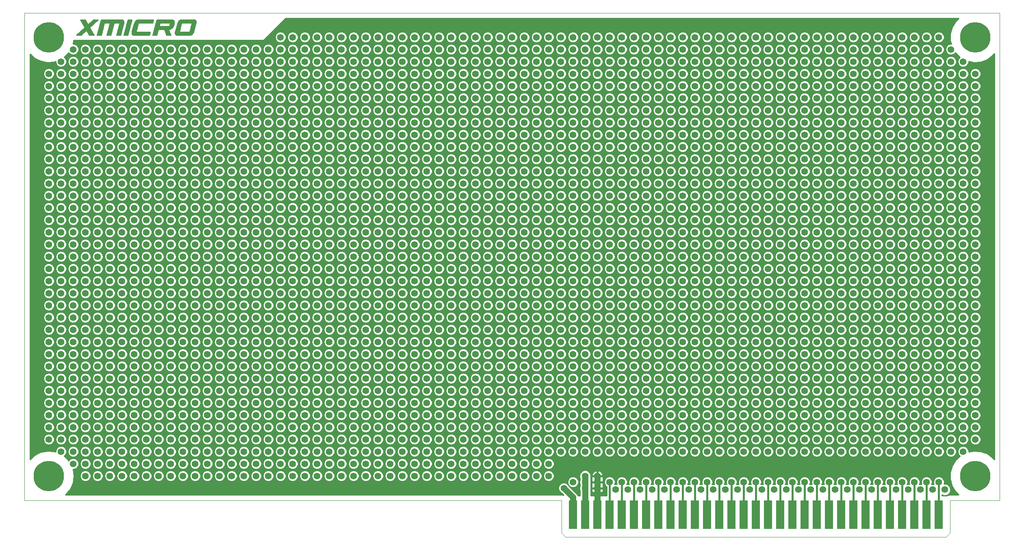
<source format=gtl>
G75*
G70*
%OFA0B0*%
%FSLAX24Y24*%
%IPPOS*%
%LPD*%
%AMOC8*
5,1,8,0,0,1.08239X$1,22.5*
%
%ADD10C,0.0000*%
%ADD11R,0.0650X0.2350*%
%ADD12C,0.0560*%
%ADD13C,0.0500*%
%ADD14C,0.2500*%
%ADD15C,0.0060*%
%ADD16C,0.0160*%
%ADD17C,0.0100*%
D10*
X000180Y003100D02*
X000180Y043100D01*
X080180Y043100D01*
X080180Y003100D01*
X076180Y003100D01*
X076110Y003100D01*
X076110Y000420D01*
X075790Y000100D01*
X044570Y000100D01*
X044250Y000420D01*
X044250Y003100D01*
X044180Y003100D01*
X000180Y003100D01*
D11*
X045180Y001915D03*
X046180Y001915D03*
X047180Y001915D03*
X048180Y001915D03*
X049180Y001915D03*
X050180Y001915D03*
X051180Y001915D03*
X052180Y001915D03*
X053180Y001915D03*
X054180Y001915D03*
X055180Y001915D03*
X056180Y001915D03*
X057180Y001915D03*
X058180Y001915D03*
X059180Y001915D03*
X060180Y001915D03*
X061180Y001915D03*
X062180Y001915D03*
X063180Y001915D03*
X064180Y001915D03*
X065180Y001915D03*
X066180Y001915D03*
X067180Y001915D03*
X068180Y001915D03*
X069180Y001915D03*
X070180Y001915D03*
X071180Y001915D03*
X072180Y001915D03*
X073180Y001915D03*
X074180Y001915D03*
X075180Y001915D03*
D12*
X074680Y003975D03*
X074180Y004600D03*
X073680Y003975D03*
X073180Y004600D03*
X072680Y003975D03*
X072180Y004600D03*
X071680Y003975D03*
X071180Y004600D03*
X070680Y003975D03*
X070180Y004600D03*
X069680Y003975D03*
X069180Y004600D03*
X068680Y003975D03*
X068180Y004600D03*
X067680Y003975D03*
X067180Y004600D03*
X066680Y003975D03*
X066180Y004600D03*
X065680Y003975D03*
X065180Y004600D03*
X064680Y003975D03*
X064180Y004600D03*
X063680Y003975D03*
X063180Y004600D03*
X062680Y003975D03*
X062180Y004600D03*
X061680Y003975D03*
X061180Y004600D03*
X060680Y003975D03*
X060180Y004600D03*
X059680Y003975D03*
X059180Y004600D03*
X058680Y003975D03*
X058180Y004600D03*
X057680Y003975D03*
X057180Y004600D03*
X056680Y003975D03*
X056180Y004600D03*
X055680Y003975D03*
X055180Y004600D03*
X054680Y003975D03*
X054180Y004600D03*
X053680Y003975D03*
X053180Y004600D03*
X052680Y003975D03*
X052180Y004600D03*
X051680Y003975D03*
X051180Y004600D03*
X050680Y003975D03*
X050180Y004600D03*
X049680Y003975D03*
X049180Y004600D03*
X048680Y003975D03*
X048180Y004600D03*
X047180Y004600D03*
X047180Y004100D03*
X046180Y004100D03*
X046180Y004600D03*
X046180Y005100D03*
X047180Y005100D03*
X045180Y004600D03*
X044430Y004100D03*
X043180Y005100D03*
X042180Y005100D03*
X041180Y005100D03*
X040180Y005100D03*
X039180Y005100D03*
X038180Y005100D03*
X037180Y005100D03*
X036180Y005100D03*
X035180Y005100D03*
X034180Y005100D03*
X033180Y005100D03*
X032180Y005100D03*
X031180Y005100D03*
X030180Y005100D03*
X029180Y005100D03*
X028180Y005100D03*
X027180Y005100D03*
X026180Y005100D03*
X025180Y005100D03*
X024180Y005100D03*
X023180Y005100D03*
X022180Y005100D03*
X021180Y005100D03*
X020180Y005100D03*
X019180Y005100D03*
X018180Y005100D03*
X017180Y005100D03*
X016180Y005100D03*
X015180Y005100D03*
X014180Y005100D03*
X013180Y005100D03*
X012180Y005100D03*
X011180Y005100D03*
X010180Y005100D03*
X009180Y005100D03*
X008180Y005100D03*
X007180Y005100D03*
X006180Y005100D03*
X005180Y005100D03*
X005180Y006100D03*
X004180Y006100D03*
X004180Y007100D03*
X005180Y007100D03*
X006180Y007100D03*
X007180Y007100D03*
X007180Y006100D03*
X006180Y006100D03*
X008180Y006100D03*
X009180Y006100D03*
X010180Y006100D03*
X011180Y006100D03*
X011180Y007100D03*
X010180Y007100D03*
X009180Y007100D03*
X008180Y007100D03*
X008180Y008100D03*
X009180Y008100D03*
X010180Y008100D03*
X011180Y008100D03*
X012180Y008100D03*
X013180Y008100D03*
X014180Y008100D03*
X015180Y008100D03*
X015180Y007100D03*
X014180Y007100D03*
X013180Y007100D03*
X012180Y007100D03*
X012180Y006100D03*
X013180Y006100D03*
X014180Y006100D03*
X015180Y006100D03*
X016180Y006100D03*
X017180Y006100D03*
X018180Y006100D03*
X019180Y006100D03*
X019180Y007100D03*
X018180Y007100D03*
X017180Y007100D03*
X016180Y007100D03*
X016180Y008100D03*
X017180Y008100D03*
X018180Y008100D03*
X019180Y008100D03*
X020180Y008100D03*
X021180Y008100D03*
X022180Y008100D03*
X023180Y008100D03*
X023180Y007100D03*
X022180Y007100D03*
X021180Y007100D03*
X020180Y007100D03*
X020180Y006100D03*
X021180Y006100D03*
X022180Y006100D03*
X023180Y006100D03*
X024180Y006100D03*
X025180Y006100D03*
X026180Y006100D03*
X027180Y006100D03*
X027180Y007100D03*
X026180Y007100D03*
X025180Y007100D03*
X024180Y007100D03*
X024180Y008100D03*
X025180Y008100D03*
X026180Y008100D03*
X027180Y008100D03*
X028180Y008100D03*
X029180Y008100D03*
X030180Y008100D03*
X031180Y008100D03*
X031180Y007100D03*
X030180Y007100D03*
X029180Y007100D03*
X028180Y007100D03*
X028180Y006100D03*
X029180Y006100D03*
X030180Y006100D03*
X031180Y006100D03*
X032180Y006100D03*
X033180Y006100D03*
X034180Y006100D03*
X035180Y006100D03*
X035180Y007100D03*
X034180Y007100D03*
X033180Y007100D03*
X032180Y007100D03*
X032180Y008100D03*
X033180Y008100D03*
X034180Y008100D03*
X035180Y008100D03*
X036180Y008100D03*
X037180Y008100D03*
X038180Y008100D03*
X039180Y008100D03*
X039180Y007100D03*
X038180Y007100D03*
X037180Y007100D03*
X036180Y007100D03*
X036180Y006100D03*
X037180Y006100D03*
X038180Y006100D03*
X039180Y006100D03*
X040180Y006100D03*
X041180Y006100D03*
X042180Y006100D03*
X043180Y006100D03*
X043180Y007100D03*
X042180Y007100D03*
X041180Y007100D03*
X040180Y007100D03*
X040180Y008100D03*
X041180Y008100D03*
X042180Y008100D03*
X043180Y008100D03*
X044180Y008100D03*
X044180Y007100D03*
X045180Y007100D03*
X046180Y007100D03*
X047180Y007100D03*
X048180Y007100D03*
X048180Y008100D03*
X047180Y008100D03*
X046180Y008100D03*
X045180Y008100D03*
X045180Y009100D03*
X046180Y009100D03*
X047180Y009100D03*
X048180Y009100D03*
X048180Y010100D03*
X047180Y010100D03*
X046180Y010100D03*
X045180Y010100D03*
X045180Y011100D03*
X046180Y011100D03*
X047180Y011100D03*
X048180Y011100D03*
X048180Y012100D03*
X047180Y012100D03*
X046180Y012100D03*
X045180Y012100D03*
X044180Y012100D03*
X043180Y012100D03*
X042180Y012100D03*
X041180Y012100D03*
X040180Y012100D03*
X040180Y011100D03*
X041180Y011100D03*
X042180Y011100D03*
X043180Y011100D03*
X044180Y011100D03*
X044180Y010100D03*
X043180Y010100D03*
X042180Y010100D03*
X041180Y010100D03*
X040180Y010100D03*
X040180Y009100D03*
X041180Y009100D03*
X042180Y009100D03*
X043180Y009100D03*
X044180Y009100D03*
X039180Y009100D03*
X038180Y009100D03*
X037180Y009100D03*
X036180Y009100D03*
X036180Y010100D03*
X037180Y010100D03*
X038180Y010100D03*
X039180Y010100D03*
X039180Y011100D03*
X038180Y011100D03*
X037180Y011100D03*
X036180Y011100D03*
X036180Y012100D03*
X037180Y012100D03*
X038180Y012100D03*
X039180Y012100D03*
X039180Y013100D03*
X038180Y013100D03*
X037180Y013100D03*
X036180Y013100D03*
X036180Y014100D03*
X037180Y014100D03*
X038180Y014100D03*
X039180Y014100D03*
X039180Y015100D03*
X038180Y015100D03*
X037180Y015100D03*
X036180Y015100D03*
X035180Y015100D03*
X034180Y015100D03*
X033180Y015100D03*
X032180Y015100D03*
X032180Y014100D03*
X033180Y014100D03*
X034180Y014100D03*
X035180Y014100D03*
X035180Y013100D03*
X034180Y013100D03*
X033180Y013100D03*
X032180Y013100D03*
X031180Y013100D03*
X030180Y013100D03*
X029180Y013100D03*
X028180Y013100D03*
X028180Y014100D03*
X029180Y014100D03*
X030180Y014100D03*
X031180Y014100D03*
X031180Y015100D03*
X030180Y015100D03*
X029180Y015100D03*
X028180Y015100D03*
X027180Y015100D03*
X026180Y015100D03*
X025180Y015100D03*
X024180Y015100D03*
X024180Y014100D03*
X025180Y014100D03*
X026180Y014100D03*
X027180Y014100D03*
X027180Y013100D03*
X026180Y013100D03*
X025180Y013100D03*
X024180Y013100D03*
X023180Y013100D03*
X022180Y013100D03*
X021180Y013100D03*
X020180Y013100D03*
X020180Y014100D03*
X021180Y014100D03*
X022180Y014100D03*
X023180Y014100D03*
X023180Y015100D03*
X022180Y015100D03*
X021180Y015100D03*
X020180Y015100D03*
X019180Y015100D03*
X018180Y015100D03*
X017180Y015100D03*
X016180Y015100D03*
X016180Y014100D03*
X017180Y014100D03*
X018180Y014100D03*
X019180Y014100D03*
X019180Y013100D03*
X018180Y013100D03*
X017180Y013100D03*
X016180Y013100D03*
X015180Y013100D03*
X014180Y013100D03*
X013180Y013100D03*
X012180Y013100D03*
X012180Y014100D03*
X013180Y014100D03*
X014180Y014100D03*
X015180Y014100D03*
X015180Y015100D03*
X014180Y015100D03*
X013180Y015100D03*
X012180Y015100D03*
X011180Y015100D03*
X010180Y015100D03*
X009180Y015100D03*
X008180Y015100D03*
X008180Y014100D03*
X009180Y014100D03*
X010180Y014100D03*
X011180Y014100D03*
X011180Y013100D03*
X010180Y013100D03*
X009180Y013100D03*
X008180Y013100D03*
X007180Y013100D03*
X006180Y013100D03*
X005180Y013100D03*
X004180Y013100D03*
X004180Y014100D03*
X005180Y014100D03*
X006180Y014100D03*
X007180Y014100D03*
X007180Y015100D03*
X006180Y015100D03*
X005180Y015100D03*
X004180Y015100D03*
X003180Y015100D03*
X002180Y015100D03*
X002180Y014100D03*
X003180Y014100D03*
X003180Y013100D03*
X002180Y013100D03*
X002180Y012100D03*
X003180Y012100D03*
X003180Y011100D03*
X002180Y011100D03*
X002180Y010100D03*
X003180Y010100D03*
X003180Y009100D03*
X002180Y009100D03*
X002180Y008100D03*
X003180Y008100D03*
X003180Y007100D03*
X004180Y008100D03*
X005180Y008100D03*
X006180Y008100D03*
X007180Y008100D03*
X007180Y009100D03*
X006180Y009100D03*
X005180Y009100D03*
X004180Y009100D03*
X004180Y010100D03*
X005180Y010100D03*
X006180Y010100D03*
X007180Y010100D03*
X007180Y011100D03*
X006180Y011100D03*
X005180Y011100D03*
X004180Y011100D03*
X004180Y012100D03*
X005180Y012100D03*
X006180Y012100D03*
X007180Y012100D03*
X008180Y012100D03*
X009180Y012100D03*
X010180Y012100D03*
X011180Y012100D03*
X011180Y011100D03*
X010180Y011100D03*
X009180Y011100D03*
X008180Y011100D03*
X008180Y010100D03*
X009180Y010100D03*
X010180Y010100D03*
X011180Y010100D03*
X011180Y009100D03*
X010180Y009100D03*
X009180Y009100D03*
X008180Y009100D03*
X012180Y009100D03*
X013180Y009100D03*
X014180Y009100D03*
X015180Y009100D03*
X015180Y010100D03*
X014180Y010100D03*
X013180Y010100D03*
X012180Y010100D03*
X012180Y011100D03*
X013180Y011100D03*
X014180Y011100D03*
X015180Y011100D03*
X015180Y012100D03*
X014180Y012100D03*
X013180Y012100D03*
X012180Y012100D03*
X016180Y012100D03*
X017180Y012100D03*
X018180Y012100D03*
X019180Y012100D03*
X019180Y011100D03*
X018180Y011100D03*
X017180Y011100D03*
X016180Y011100D03*
X016180Y010100D03*
X017180Y010100D03*
X018180Y010100D03*
X019180Y010100D03*
X019180Y009100D03*
X018180Y009100D03*
X017180Y009100D03*
X016180Y009100D03*
X020180Y009100D03*
X021180Y009100D03*
X022180Y009100D03*
X023180Y009100D03*
X023180Y010100D03*
X022180Y010100D03*
X021180Y010100D03*
X020180Y010100D03*
X020180Y011100D03*
X021180Y011100D03*
X022180Y011100D03*
X023180Y011100D03*
X023180Y012100D03*
X022180Y012100D03*
X021180Y012100D03*
X020180Y012100D03*
X024180Y012100D03*
X025180Y012100D03*
X026180Y012100D03*
X027180Y012100D03*
X027180Y011100D03*
X026180Y011100D03*
X025180Y011100D03*
X024180Y011100D03*
X024180Y010100D03*
X025180Y010100D03*
X026180Y010100D03*
X027180Y010100D03*
X027180Y009100D03*
X026180Y009100D03*
X025180Y009100D03*
X024180Y009100D03*
X028180Y009100D03*
X029180Y009100D03*
X030180Y009100D03*
X031180Y009100D03*
X031180Y010100D03*
X030180Y010100D03*
X029180Y010100D03*
X028180Y010100D03*
X028180Y011100D03*
X029180Y011100D03*
X030180Y011100D03*
X031180Y011100D03*
X031180Y012100D03*
X030180Y012100D03*
X029180Y012100D03*
X028180Y012100D03*
X032180Y012100D03*
X033180Y012100D03*
X034180Y012100D03*
X035180Y012100D03*
X035180Y011100D03*
X034180Y011100D03*
X033180Y011100D03*
X032180Y011100D03*
X032180Y010100D03*
X033180Y010100D03*
X034180Y010100D03*
X035180Y010100D03*
X035180Y009100D03*
X034180Y009100D03*
X033180Y009100D03*
X032180Y009100D03*
X040180Y013100D03*
X041180Y013100D03*
X042180Y013100D03*
X043180Y013100D03*
X044180Y013100D03*
X044180Y014100D03*
X043180Y014100D03*
X042180Y014100D03*
X041180Y014100D03*
X040180Y014100D03*
X040180Y015100D03*
X041180Y015100D03*
X042180Y015100D03*
X043180Y015100D03*
X044180Y015100D03*
X045180Y015100D03*
X046180Y015100D03*
X047180Y015100D03*
X048180Y015100D03*
X048180Y014100D03*
X047180Y014100D03*
X046180Y014100D03*
X045180Y014100D03*
X045180Y013100D03*
X046180Y013100D03*
X047180Y013100D03*
X048180Y013100D03*
X049180Y013100D03*
X050180Y013100D03*
X051180Y013100D03*
X052180Y013100D03*
X052180Y014100D03*
X051180Y014100D03*
X050180Y014100D03*
X049180Y014100D03*
X049180Y015100D03*
X050180Y015100D03*
X051180Y015100D03*
X052180Y015100D03*
X053180Y015100D03*
X054180Y015100D03*
X055180Y015100D03*
X056180Y015100D03*
X056180Y014100D03*
X055180Y014100D03*
X054180Y014100D03*
X053180Y014100D03*
X053180Y013100D03*
X054180Y013100D03*
X055180Y013100D03*
X056180Y013100D03*
X057180Y013100D03*
X058180Y013100D03*
X059180Y013100D03*
X060180Y013100D03*
X060180Y014100D03*
X059180Y014100D03*
X058180Y014100D03*
X057180Y014100D03*
X057180Y015100D03*
X058180Y015100D03*
X059180Y015100D03*
X060180Y015100D03*
X061180Y015100D03*
X062180Y015100D03*
X063180Y015100D03*
X064180Y015100D03*
X064180Y014100D03*
X063180Y014100D03*
X062180Y014100D03*
X061180Y014100D03*
X061180Y013100D03*
X062180Y013100D03*
X063180Y013100D03*
X064180Y013100D03*
X065180Y013100D03*
X066180Y013100D03*
X067180Y013100D03*
X068180Y013100D03*
X068180Y014100D03*
X067180Y014100D03*
X066180Y014100D03*
X065180Y014100D03*
X065180Y015100D03*
X066180Y015100D03*
X067180Y015100D03*
X068180Y015100D03*
X069180Y015100D03*
X070180Y015100D03*
X071180Y015100D03*
X072180Y015100D03*
X072180Y014100D03*
X071180Y014100D03*
X070180Y014100D03*
X069180Y014100D03*
X069180Y013100D03*
X070180Y013100D03*
X071180Y013100D03*
X072180Y013100D03*
X073180Y013100D03*
X074180Y013100D03*
X075180Y013100D03*
X076180Y013100D03*
X076180Y014100D03*
X075180Y014100D03*
X074180Y014100D03*
X073180Y014100D03*
X073180Y015100D03*
X074180Y015100D03*
X075180Y015100D03*
X076180Y015100D03*
X077180Y015100D03*
X078180Y015100D03*
X078180Y014100D03*
X077180Y014100D03*
X077180Y013100D03*
X078180Y013100D03*
X078180Y012100D03*
X077180Y012100D03*
X077180Y011100D03*
X078180Y011100D03*
X078180Y010100D03*
X077180Y010100D03*
X077180Y009100D03*
X078180Y009100D03*
X078180Y008100D03*
X077180Y008100D03*
X077180Y007100D03*
X076180Y007100D03*
X075180Y007100D03*
X074180Y007100D03*
X073180Y007100D03*
X073180Y008100D03*
X074180Y008100D03*
X075180Y008100D03*
X076180Y008100D03*
X076180Y009100D03*
X075180Y009100D03*
X074180Y009100D03*
X073180Y009100D03*
X073180Y010100D03*
X074180Y010100D03*
X075180Y010100D03*
X076180Y010100D03*
X076180Y011100D03*
X075180Y011100D03*
X074180Y011100D03*
X073180Y011100D03*
X073180Y012100D03*
X074180Y012100D03*
X075180Y012100D03*
X076180Y012100D03*
X072180Y012100D03*
X071180Y012100D03*
X070180Y012100D03*
X069180Y012100D03*
X069180Y011100D03*
X070180Y011100D03*
X071180Y011100D03*
X072180Y011100D03*
X072180Y010100D03*
X071180Y010100D03*
X070180Y010100D03*
X069180Y010100D03*
X069180Y009100D03*
X070180Y009100D03*
X071180Y009100D03*
X072180Y009100D03*
X072180Y008100D03*
X071180Y008100D03*
X070180Y008100D03*
X069180Y008100D03*
X069180Y007100D03*
X070180Y007100D03*
X071180Y007100D03*
X072180Y007100D03*
X068180Y007100D03*
X067180Y007100D03*
X066180Y007100D03*
X065180Y007100D03*
X065180Y008100D03*
X066180Y008100D03*
X067180Y008100D03*
X068180Y008100D03*
X068180Y009100D03*
X067180Y009100D03*
X066180Y009100D03*
X065180Y009100D03*
X065180Y010100D03*
X066180Y010100D03*
X067180Y010100D03*
X068180Y010100D03*
X068180Y011100D03*
X067180Y011100D03*
X066180Y011100D03*
X065180Y011100D03*
X065180Y012100D03*
X066180Y012100D03*
X067180Y012100D03*
X068180Y012100D03*
X064180Y012100D03*
X063180Y012100D03*
X062180Y012100D03*
X061180Y012100D03*
X061180Y011100D03*
X062180Y011100D03*
X063180Y011100D03*
X064180Y011100D03*
X064180Y010100D03*
X063180Y010100D03*
X062180Y010100D03*
X061180Y010100D03*
X061180Y009100D03*
X062180Y009100D03*
X063180Y009100D03*
X064180Y009100D03*
X064180Y008100D03*
X063180Y008100D03*
X062180Y008100D03*
X061180Y008100D03*
X061180Y007100D03*
X062180Y007100D03*
X063180Y007100D03*
X064180Y007100D03*
X060180Y007100D03*
X059180Y007100D03*
X058180Y007100D03*
X057180Y007100D03*
X057180Y008100D03*
X058180Y008100D03*
X059180Y008100D03*
X060180Y008100D03*
X060180Y009100D03*
X059180Y009100D03*
X058180Y009100D03*
X057180Y009100D03*
X057180Y010100D03*
X058180Y010100D03*
X059180Y010100D03*
X060180Y010100D03*
X060180Y011100D03*
X059180Y011100D03*
X058180Y011100D03*
X057180Y011100D03*
X057180Y012100D03*
X058180Y012100D03*
X059180Y012100D03*
X060180Y012100D03*
X056180Y012100D03*
X055180Y012100D03*
X054180Y012100D03*
X053180Y012100D03*
X053180Y011100D03*
X054180Y011100D03*
X055180Y011100D03*
X056180Y011100D03*
X056180Y010100D03*
X055180Y010100D03*
X054180Y010100D03*
X053180Y010100D03*
X053180Y009100D03*
X054180Y009100D03*
X055180Y009100D03*
X056180Y009100D03*
X056180Y008100D03*
X055180Y008100D03*
X054180Y008100D03*
X053180Y008100D03*
X053180Y007100D03*
X054180Y007100D03*
X055180Y007100D03*
X056180Y007100D03*
X052180Y007100D03*
X051180Y007100D03*
X050180Y007100D03*
X049180Y007100D03*
X049180Y008100D03*
X050180Y008100D03*
X051180Y008100D03*
X052180Y008100D03*
X052180Y009100D03*
X051180Y009100D03*
X050180Y009100D03*
X049180Y009100D03*
X049180Y010100D03*
X050180Y010100D03*
X051180Y010100D03*
X052180Y010100D03*
X052180Y011100D03*
X051180Y011100D03*
X050180Y011100D03*
X049180Y011100D03*
X049180Y012100D03*
X050180Y012100D03*
X051180Y012100D03*
X052180Y012100D03*
X052180Y016100D03*
X051180Y016100D03*
X050180Y016100D03*
X049180Y016100D03*
X049180Y017100D03*
X050180Y017100D03*
X051180Y017100D03*
X052180Y017100D03*
X052180Y018100D03*
X051180Y018100D03*
X050180Y018100D03*
X049180Y018100D03*
X048180Y018100D03*
X047180Y018100D03*
X046180Y018100D03*
X045180Y018100D03*
X045180Y017100D03*
X046180Y017100D03*
X047180Y017100D03*
X048180Y017100D03*
X048180Y016100D03*
X047180Y016100D03*
X046180Y016100D03*
X045180Y016100D03*
X044180Y016100D03*
X043180Y016100D03*
X042180Y016100D03*
X041180Y016100D03*
X040180Y016100D03*
X040180Y017100D03*
X041180Y017100D03*
X042180Y017100D03*
X043180Y017100D03*
X044180Y017100D03*
X044180Y018100D03*
X043180Y018100D03*
X042180Y018100D03*
X041180Y018100D03*
X040180Y018100D03*
X039180Y018100D03*
X038180Y018100D03*
X037180Y018100D03*
X036180Y018100D03*
X036180Y017100D03*
X037180Y017100D03*
X038180Y017100D03*
X039180Y017100D03*
X039180Y016100D03*
X038180Y016100D03*
X037180Y016100D03*
X036180Y016100D03*
X035180Y016100D03*
X034180Y016100D03*
X033180Y016100D03*
X032180Y016100D03*
X032180Y017100D03*
X033180Y017100D03*
X034180Y017100D03*
X035180Y017100D03*
X035180Y018100D03*
X034180Y018100D03*
X033180Y018100D03*
X032180Y018100D03*
X031180Y018100D03*
X030180Y018100D03*
X029180Y018100D03*
X028180Y018100D03*
X028180Y017100D03*
X029180Y017100D03*
X030180Y017100D03*
X031180Y017100D03*
X031180Y016100D03*
X030180Y016100D03*
X029180Y016100D03*
X028180Y016100D03*
X027180Y016100D03*
X026180Y016100D03*
X025180Y016100D03*
X024180Y016100D03*
X024180Y017100D03*
X025180Y017100D03*
X026180Y017100D03*
X027180Y017100D03*
X027180Y018100D03*
X026180Y018100D03*
X025180Y018100D03*
X024180Y018100D03*
X023180Y018100D03*
X022180Y018100D03*
X021180Y018100D03*
X020180Y018100D03*
X020180Y017100D03*
X021180Y017100D03*
X022180Y017100D03*
X023180Y017100D03*
X023180Y016100D03*
X022180Y016100D03*
X021180Y016100D03*
X020180Y016100D03*
X019180Y016100D03*
X018180Y016100D03*
X017180Y016100D03*
X016180Y016100D03*
X016180Y017100D03*
X017180Y017100D03*
X018180Y017100D03*
X019180Y017100D03*
X019180Y018100D03*
X018180Y018100D03*
X017180Y018100D03*
X016180Y018100D03*
X015180Y018100D03*
X014180Y018100D03*
X013180Y018100D03*
X012180Y018100D03*
X012180Y017100D03*
X013180Y017100D03*
X014180Y017100D03*
X015180Y017100D03*
X015180Y016100D03*
X014180Y016100D03*
X013180Y016100D03*
X012180Y016100D03*
X011180Y016100D03*
X010180Y016100D03*
X009180Y016100D03*
X008180Y016100D03*
X008180Y017100D03*
X009180Y017100D03*
X010180Y017100D03*
X011180Y017100D03*
X011180Y018100D03*
X010180Y018100D03*
X009180Y018100D03*
X008180Y018100D03*
X007180Y018100D03*
X006180Y018100D03*
X005180Y018100D03*
X004180Y018100D03*
X004180Y017100D03*
X005180Y017100D03*
X006180Y017100D03*
X007180Y017100D03*
X007180Y016100D03*
X006180Y016100D03*
X005180Y016100D03*
X004180Y016100D03*
X003180Y016100D03*
X002180Y016100D03*
X002180Y017100D03*
X003180Y017100D03*
X003180Y018100D03*
X002180Y018100D03*
X002180Y019100D03*
X003180Y019100D03*
X003180Y020100D03*
X002180Y020100D03*
X002180Y021100D03*
X003180Y021100D03*
X004180Y021100D03*
X005180Y021100D03*
X006180Y021100D03*
X007180Y021100D03*
X007180Y020100D03*
X006180Y020100D03*
X005180Y020100D03*
X004180Y020100D03*
X004180Y019100D03*
X005180Y019100D03*
X006180Y019100D03*
X007180Y019100D03*
X008180Y019100D03*
X009180Y019100D03*
X010180Y019100D03*
X011180Y019100D03*
X011180Y020100D03*
X010180Y020100D03*
X009180Y020100D03*
X008180Y020100D03*
X008180Y021100D03*
X009180Y021100D03*
X010180Y021100D03*
X011180Y021100D03*
X012180Y021100D03*
X013180Y021100D03*
X014180Y021100D03*
X015180Y021100D03*
X015180Y020100D03*
X014180Y020100D03*
X013180Y020100D03*
X012180Y020100D03*
X012180Y019100D03*
X013180Y019100D03*
X014180Y019100D03*
X015180Y019100D03*
X016180Y019100D03*
X017180Y019100D03*
X018180Y019100D03*
X019180Y019100D03*
X019180Y020100D03*
X018180Y020100D03*
X017180Y020100D03*
X016180Y020100D03*
X016180Y021100D03*
X017180Y021100D03*
X018180Y021100D03*
X019180Y021100D03*
X020180Y021100D03*
X021180Y021100D03*
X022180Y021100D03*
X023180Y021100D03*
X023180Y020100D03*
X022180Y020100D03*
X021180Y020100D03*
X020180Y020100D03*
X020180Y019100D03*
X021180Y019100D03*
X022180Y019100D03*
X023180Y019100D03*
X024180Y019100D03*
X025180Y019100D03*
X026180Y019100D03*
X027180Y019100D03*
X027180Y020100D03*
X026180Y020100D03*
X025180Y020100D03*
X024180Y020100D03*
X024180Y021100D03*
X025180Y021100D03*
X026180Y021100D03*
X027180Y021100D03*
X028180Y021100D03*
X029180Y021100D03*
X030180Y021100D03*
X031180Y021100D03*
X031180Y020100D03*
X030180Y020100D03*
X029180Y020100D03*
X028180Y020100D03*
X028180Y019100D03*
X029180Y019100D03*
X030180Y019100D03*
X031180Y019100D03*
X032180Y019100D03*
X033180Y019100D03*
X034180Y019100D03*
X035180Y019100D03*
X035180Y020100D03*
X034180Y020100D03*
X033180Y020100D03*
X032180Y020100D03*
X032180Y021100D03*
X033180Y021100D03*
X034180Y021100D03*
X035180Y021100D03*
X036180Y021100D03*
X037180Y021100D03*
X038180Y021100D03*
X039180Y021100D03*
X039180Y020100D03*
X038180Y020100D03*
X037180Y020100D03*
X036180Y020100D03*
X036180Y019100D03*
X037180Y019100D03*
X038180Y019100D03*
X039180Y019100D03*
X040180Y019100D03*
X041180Y019100D03*
X042180Y019100D03*
X043180Y019100D03*
X044180Y019100D03*
X044180Y020100D03*
X043180Y020100D03*
X042180Y020100D03*
X041180Y020100D03*
X040180Y020100D03*
X040180Y021100D03*
X041180Y021100D03*
X042180Y021100D03*
X043180Y021100D03*
X044180Y021100D03*
X045180Y021100D03*
X046180Y021100D03*
X047180Y021100D03*
X048180Y021100D03*
X048180Y020100D03*
X047180Y020100D03*
X046180Y020100D03*
X045180Y020100D03*
X045180Y019100D03*
X046180Y019100D03*
X047180Y019100D03*
X048180Y019100D03*
X049180Y019100D03*
X050180Y019100D03*
X051180Y019100D03*
X052180Y019100D03*
X052180Y020100D03*
X051180Y020100D03*
X050180Y020100D03*
X049180Y020100D03*
X049180Y021100D03*
X050180Y021100D03*
X051180Y021100D03*
X052180Y021100D03*
X053180Y021100D03*
X054180Y021100D03*
X055180Y021100D03*
X056180Y021100D03*
X056180Y020100D03*
X055180Y020100D03*
X054180Y020100D03*
X053180Y020100D03*
X053180Y019100D03*
X054180Y019100D03*
X055180Y019100D03*
X056180Y019100D03*
X057180Y019100D03*
X058180Y019100D03*
X059180Y019100D03*
X060180Y019100D03*
X060180Y020100D03*
X059180Y020100D03*
X058180Y020100D03*
X057180Y020100D03*
X057180Y021100D03*
X058180Y021100D03*
X059180Y021100D03*
X060180Y021100D03*
X061180Y021100D03*
X062180Y021100D03*
X063180Y021100D03*
X064180Y021100D03*
X064180Y020100D03*
X063180Y020100D03*
X062180Y020100D03*
X061180Y020100D03*
X061180Y019100D03*
X062180Y019100D03*
X063180Y019100D03*
X064180Y019100D03*
X065180Y019100D03*
X066180Y019100D03*
X067180Y019100D03*
X068180Y019100D03*
X068180Y020100D03*
X067180Y020100D03*
X066180Y020100D03*
X065180Y020100D03*
X065180Y021100D03*
X066180Y021100D03*
X067180Y021100D03*
X068180Y021100D03*
X069180Y021100D03*
X070180Y021100D03*
X071180Y021100D03*
X072180Y021100D03*
X072180Y020100D03*
X071180Y020100D03*
X070180Y020100D03*
X069180Y020100D03*
X069180Y019100D03*
X070180Y019100D03*
X071180Y019100D03*
X072180Y019100D03*
X073180Y019100D03*
X074180Y019100D03*
X075180Y019100D03*
X076180Y019100D03*
X076180Y020100D03*
X075180Y020100D03*
X074180Y020100D03*
X073180Y020100D03*
X073180Y021100D03*
X074180Y021100D03*
X075180Y021100D03*
X076180Y021100D03*
X077180Y021100D03*
X078180Y021100D03*
X078180Y020100D03*
X077180Y020100D03*
X077180Y019100D03*
X078180Y019100D03*
X078180Y018100D03*
X077180Y018100D03*
X077180Y017100D03*
X078180Y017100D03*
X078180Y016100D03*
X077180Y016100D03*
X076180Y016100D03*
X075180Y016100D03*
X074180Y016100D03*
X073180Y016100D03*
X073180Y017100D03*
X074180Y017100D03*
X075180Y017100D03*
X076180Y017100D03*
X076180Y018100D03*
X075180Y018100D03*
X074180Y018100D03*
X073180Y018100D03*
X072180Y018100D03*
X071180Y018100D03*
X070180Y018100D03*
X069180Y018100D03*
X069180Y017100D03*
X070180Y017100D03*
X071180Y017100D03*
X072180Y017100D03*
X072180Y016100D03*
X071180Y016100D03*
X070180Y016100D03*
X069180Y016100D03*
X068180Y016100D03*
X067180Y016100D03*
X066180Y016100D03*
X065180Y016100D03*
X065180Y017100D03*
X066180Y017100D03*
X067180Y017100D03*
X068180Y017100D03*
X068180Y018100D03*
X067180Y018100D03*
X066180Y018100D03*
X065180Y018100D03*
X064180Y018100D03*
X063180Y018100D03*
X062180Y018100D03*
X061180Y018100D03*
X061180Y017100D03*
X062180Y017100D03*
X063180Y017100D03*
X064180Y017100D03*
X064180Y016100D03*
X063180Y016100D03*
X062180Y016100D03*
X061180Y016100D03*
X060180Y016100D03*
X059180Y016100D03*
X058180Y016100D03*
X057180Y016100D03*
X057180Y017100D03*
X058180Y017100D03*
X059180Y017100D03*
X060180Y017100D03*
X060180Y018100D03*
X059180Y018100D03*
X058180Y018100D03*
X057180Y018100D03*
X056180Y018100D03*
X055180Y018100D03*
X054180Y018100D03*
X053180Y018100D03*
X053180Y017100D03*
X054180Y017100D03*
X055180Y017100D03*
X056180Y017100D03*
X056180Y016100D03*
X055180Y016100D03*
X054180Y016100D03*
X053180Y016100D03*
X053180Y022100D03*
X054180Y022100D03*
X055180Y022100D03*
X056180Y022100D03*
X056180Y023100D03*
X055180Y023100D03*
X054180Y023100D03*
X053180Y023100D03*
X053180Y024100D03*
X054180Y024100D03*
X055180Y024100D03*
X056180Y024100D03*
X056180Y025100D03*
X055180Y025100D03*
X054180Y025100D03*
X053180Y025100D03*
X052180Y025100D03*
X051180Y025100D03*
X050180Y025100D03*
X049180Y025100D03*
X049180Y024100D03*
X050180Y024100D03*
X051180Y024100D03*
X052180Y024100D03*
X052180Y023100D03*
X051180Y023100D03*
X050180Y023100D03*
X049180Y023100D03*
X049180Y022100D03*
X050180Y022100D03*
X051180Y022100D03*
X052180Y022100D03*
X048180Y022100D03*
X047180Y022100D03*
X046180Y022100D03*
X045180Y022100D03*
X045180Y023100D03*
X046180Y023100D03*
X047180Y023100D03*
X048180Y023100D03*
X048180Y024100D03*
X047180Y024100D03*
X046180Y024100D03*
X045180Y024100D03*
X045180Y025100D03*
X046180Y025100D03*
X047180Y025100D03*
X048180Y025100D03*
X048180Y026100D03*
X047180Y026100D03*
X046180Y026100D03*
X045180Y026100D03*
X045180Y027100D03*
X046180Y027100D03*
X047180Y027100D03*
X048180Y027100D03*
X048180Y028100D03*
X047180Y028100D03*
X046180Y028100D03*
X045180Y028100D03*
X044180Y028100D03*
X043180Y028100D03*
X042180Y028100D03*
X041180Y028100D03*
X040180Y028100D03*
X040180Y027100D03*
X041180Y027100D03*
X042180Y027100D03*
X043180Y027100D03*
X044180Y027100D03*
X044180Y026100D03*
X043180Y026100D03*
X042180Y026100D03*
X041180Y026100D03*
X040180Y026100D03*
X039180Y026100D03*
X038180Y026100D03*
X037180Y026100D03*
X036180Y026100D03*
X036180Y027100D03*
X037180Y027100D03*
X038180Y027100D03*
X039180Y027100D03*
X039180Y028100D03*
X038180Y028100D03*
X037180Y028100D03*
X036180Y028100D03*
X035180Y028100D03*
X034180Y028100D03*
X033180Y028100D03*
X032180Y028100D03*
X032180Y027100D03*
X033180Y027100D03*
X034180Y027100D03*
X035180Y027100D03*
X035180Y026100D03*
X034180Y026100D03*
X033180Y026100D03*
X032180Y026100D03*
X031180Y026100D03*
X030180Y026100D03*
X029180Y026100D03*
X028180Y026100D03*
X028180Y027100D03*
X029180Y027100D03*
X030180Y027100D03*
X031180Y027100D03*
X031180Y028100D03*
X030180Y028100D03*
X029180Y028100D03*
X028180Y028100D03*
X027180Y028100D03*
X026180Y028100D03*
X025180Y028100D03*
X024180Y028100D03*
X024180Y027100D03*
X025180Y027100D03*
X026180Y027100D03*
X027180Y027100D03*
X027180Y026100D03*
X026180Y026100D03*
X025180Y026100D03*
X024180Y026100D03*
X023180Y026100D03*
X022180Y026100D03*
X021180Y026100D03*
X020180Y026100D03*
X020180Y027100D03*
X021180Y027100D03*
X022180Y027100D03*
X023180Y027100D03*
X023180Y028100D03*
X022180Y028100D03*
X021180Y028100D03*
X020180Y028100D03*
X019180Y028100D03*
X018180Y028100D03*
X017180Y028100D03*
X016180Y028100D03*
X016180Y027100D03*
X017180Y027100D03*
X018180Y027100D03*
X019180Y027100D03*
X019180Y026100D03*
X018180Y026100D03*
X017180Y026100D03*
X016180Y026100D03*
X015180Y026100D03*
X014180Y026100D03*
X013180Y026100D03*
X012180Y026100D03*
X012180Y027100D03*
X013180Y027100D03*
X014180Y027100D03*
X015180Y027100D03*
X015180Y028100D03*
X014180Y028100D03*
X013180Y028100D03*
X012180Y028100D03*
X011180Y028100D03*
X010180Y028100D03*
X009180Y028100D03*
X008180Y028100D03*
X008180Y027100D03*
X009180Y027100D03*
X010180Y027100D03*
X011180Y027100D03*
X011180Y026100D03*
X010180Y026100D03*
X009180Y026100D03*
X008180Y026100D03*
X007180Y026100D03*
X006180Y026100D03*
X005180Y026100D03*
X004180Y026100D03*
X004180Y027100D03*
X005180Y027100D03*
X006180Y027100D03*
X007180Y027100D03*
X007180Y028100D03*
X006180Y028100D03*
X005180Y028100D03*
X004180Y028100D03*
X003180Y028100D03*
X002180Y028100D03*
X002180Y027100D03*
X003180Y027100D03*
X003180Y026100D03*
X002180Y026100D03*
X002180Y025100D03*
X003180Y025100D03*
X003180Y024100D03*
X002180Y024100D03*
X002180Y023100D03*
X003180Y023100D03*
X003180Y022100D03*
X002180Y022100D03*
X004180Y022100D03*
X005180Y022100D03*
X006180Y022100D03*
X007180Y022100D03*
X007180Y023100D03*
X006180Y023100D03*
X005180Y023100D03*
X004180Y023100D03*
X004180Y024100D03*
X005180Y024100D03*
X006180Y024100D03*
X007180Y024100D03*
X007180Y025100D03*
X006180Y025100D03*
X005180Y025100D03*
X004180Y025100D03*
X008180Y025100D03*
X009180Y025100D03*
X010180Y025100D03*
X011180Y025100D03*
X011180Y024100D03*
X010180Y024100D03*
X009180Y024100D03*
X008180Y024100D03*
X008180Y023100D03*
X009180Y023100D03*
X010180Y023100D03*
X011180Y023100D03*
X011180Y022100D03*
X010180Y022100D03*
X009180Y022100D03*
X008180Y022100D03*
X012180Y022100D03*
X013180Y022100D03*
X014180Y022100D03*
X015180Y022100D03*
X015180Y023100D03*
X014180Y023100D03*
X013180Y023100D03*
X012180Y023100D03*
X012180Y024100D03*
X013180Y024100D03*
X014180Y024100D03*
X015180Y024100D03*
X015180Y025100D03*
X014180Y025100D03*
X013180Y025100D03*
X012180Y025100D03*
X016180Y025100D03*
X017180Y025100D03*
X018180Y025100D03*
X019180Y025100D03*
X019180Y024100D03*
X018180Y024100D03*
X017180Y024100D03*
X016180Y024100D03*
X016180Y023100D03*
X017180Y023100D03*
X018180Y023100D03*
X019180Y023100D03*
X019180Y022100D03*
X018180Y022100D03*
X017180Y022100D03*
X016180Y022100D03*
X020180Y022100D03*
X021180Y022100D03*
X022180Y022100D03*
X023180Y022100D03*
X023180Y023100D03*
X022180Y023100D03*
X021180Y023100D03*
X020180Y023100D03*
X020180Y024100D03*
X021180Y024100D03*
X022180Y024100D03*
X023180Y024100D03*
X023180Y025100D03*
X022180Y025100D03*
X021180Y025100D03*
X020180Y025100D03*
X024180Y025100D03*
X025180Y025100D03*
X026180Y025100D03*
X027180Y025100D03*
X027180Y024100D03*
X026180Y024100D03*
X025180Y024100D03*
X024180Y024100D03*
X024180Y023100D03*
X025180Y023100D03*
X026180Y023100D03*
X027180Y023100D03*
X027180Y022100D03*
X026180Y022100D03*
X025180Y022100D03*
X024180Y022100D03*
X028180Y022100D03*
X029180Y022100D03*
X030180Y022100D03*
X031180Y022100D03*
X031180Y023100D03*
X030180Y023100D03*
X029180Y023100D03*
X028180Y023100D03*
X028180Y024100D03*
X029180Y024100D03*
X030180Y024100D03*
X031180Y024100D03*
X031180Y025100D03*
X030180Y025100D03*
X029180Y025100D03*
X028180Y025100D03*
X032180Y025100D03*
X033180Y025100D03*
X034180Y025100D03*
X035180Y025100D03*
X035180Y024100D03*
X034180Y024100D03*
X033180Y024100D03*
X032180Y024100D03*
X032180Y023100D03*
X033180Y023100D03*
X034180Y023100D03*
X035180Y023100D03*
X035180Y022100D03*
X034180Y022100D03*
X033180Y022100D03*
X032180Y022100D03*
X036180Y022100D03*
X037180Y022100D03*
X038180Y022100D03*
X039180Y022100D03*
X039180Y023100D03*
X038180Y023100D03*
X037180Y023100D03*
X036180Y023100D03*
X036180Y024100D03*
X037180Y024100D03*
X038180Y024100D03*
X039180Y024100D03*
X039180Y025100D03*
X038180Y025100D03*
X037180Y025100D03*
X036180Y025100D03*
X040180Y025100D03*
X041180Y025100D03*
X042180Y025100D03*
X043180Y025100D03*
X044180Y025100D03*
X044180Y024100D03*
X043180Y024100D03*
X042180Y024100D03*
X041180Y024100D03*
X040180Y024100D03*
X040180Y023100D03*
X041180Y023100D03*
X042180Y023100D03*
X043180Y023100D03*
X044180Y023100D03*
X044180Y022100D03*
X043180Y022100D03*
X042180Y022100D03*
X041180Y022100D03*
X040180Y022100D03*
X049180Y026100D03*
X050180Y026100D03*
X051180Y026100D03*
X052180Y026100D03*
X052180Y027100D03*
X051180Y027100D03*
X050180Y027100D03*
X049180Y027100D03*
X049180Y028100D03*
X050180Y028100D03*
X051180Y028100D03*
X052180Y028100D03*
X053180Y028100D03*
X054180Y028100D03*
X055180Y028100D03*
X056180Y028100D03*
X056180Y027100D03*
X055180Y027100D03*
X054180Y027100D03*
X053180Y027100D03*
X053180Y026100D03*
X054180Y026100D03*
X055180Y026100D03*
X056180Y026100D03*
X057180Y026100D03*
X058180Y026100D03*
X059180Y026100D03*
X060180Y026100D03*
X060180Y027100D03*
X059180Y027100D03*
X058180Y027100D03*
X057180Y027100D03*
X057180Y028100D03*
X058180Y028100D03*
X059180Y028100D03*
X060180Y028100D03*
X061180Y028100D03*
X062180Y028100D03*
X063180Y028100D03*
X064180Y028100D03*
X064180Y027100D03*
X063180Y027100D03*
X062180Y027100D03*
X061180Y027100D03*
X061180Y026100D03*
X062180Y026100D03*
X063180Y026100D03*
X064180Y026100D03*
X065180Y026100D03*
X066180Y026100D03*
X067180Y026100D03*
X068180Y026100D03*
X068180Y027100D03*
X067180Y027100D03*
X066180Y027100D03*
X065180Y027100D03*
X065180Y028100D03*
X066180Y028100D03*
X067180Y028100D03*
X068180Y028100D03*
X069180Y028100D03*
X070180Y028100D03*
X071180Y028100D03*
X072180Y028100D03*
X072180Y027100D03*
X071180Y027100D03*
X070180Y027100D03*
X069180Y027100D03*
X069180Y026100D03*
X070180Y026100D03*
X071180Y026100D03*
X072180Y026100D03*
X073180Y026100D03*
X074180Y026100D03*
X075180Y026100D03*
X076180Y026100D03*
X076180Y027100D03*
X075180Y027100D03*
X074180Y027100D03*
X073180Y027100D03*
X073180Y028100D03*
X074180Y028100D03*
X075180Y028100D03*
X076180Y028100D03*
X077180Y028100D03*
X078180Y028100D03*
X078180Y027100D03*
X077180Y027100D03*
X077180Y026100D03*
X078180Y026100D03*
X078180Y025100D03*
X077180Y025100D03*
X077180Y024100D03*
X078180Y024100D03*
X078180Y023100D03*
X077180Y023100D03*
X077180Y022100D03*
X078180Y022100D03*
X076180Y022100D03*
X075180Y022100D03*
X074180Y022100D03*
X073180Y022100D03*
X073180Y023100D03*
X074180Y023100D03*
X075180Y023100D03*
X076180Y023100D03*
X076180Y024100D03*
X075180Y024100D03*
X074180Y024100D03*
X073180Y024100D03*
X073180Y025100D03*
X074180Y025100D03*
X075180Y025100D03*
X076180Y025100D03*
X072180Y025100D03*
X071180Y025100D03*
X070180Y025100D03*
X069180Y025100D03*
X069180Y024100D03*
X070180Y024100D03*
X071180Y024100D03*
X072180Y024100D03*
X072180Y023100D03*
X071180Y023100D03*
X070180Y023100D03*
X069180Y023100D03*
X069180Y022100D03*
X070180Y022100D03*
X071180Y022100D03*
X072180Y022100D03*
X068180Y022100D03*
X067180Y022100D03*
X066180Y022100D03*
X065180Y022100D03*
X065180Y023100D03*
X066180Y023100D03*
X067180Y023100D03*
X068180Y023100D03*
X068180Y024100D03*
X067180Y024100D03*
X066180Y024100D03*
X065180Y024100D03*
X065180Y025100D03*
X066180Y025100D03*
X067180Y025100D03*
X068180Y025100D03*
X064180Y025100D03*
X063180Y025100D03*
X062180Y025100D03*
X061180Y025100D03*
X061180Y024100D03*
X062180Y024100D03*
X063180Y024100D03*
X064180Y024100D03*
X064180Y023100D03*
X063180Y023100D03*
X062180Y023100D03*
X061180Y023100D03*
X061180Y022100D03*
X062180Y022100D03*
X063180Y022100D03*
X064180Y022100D03*
X060180Y022100D03*
X059180Y022100D03*
X058180Y022100D03*
X057180Y022100D03*
X057180Y023100D03*
X058180Y023100D03*
X059180Y023100D03*
X060180Y023100D03*
X060180Y024100D03*
X059180Y024100D03*
X058180Y024100D03*
X057180Y024100D03*
X057180Y025100D03*
X058180Y025100D03*
X059180Y025100D03*
X060180Y025100D03*
X060180Y029100D03*
X059180Y029100D03*
X058180Y029100D03*
X057180Y029100D03*
X057180Y030100D03*
X058180Y030100D03*
X059180Y030100D03*
X060180Y030100D03*
X060180Y031100D03*
X059180Y031100D03*
X058180Y031100D03*
X057180Y031100D03*
X056180Y031100D03*
X055180Y031100D03*
X054180Y031100D03*
X053180Y031100D03*
X053180Y030100D03*
X054180Y030100D03*
X055180Y030100D03*
X056180Y030100D03*
X056180Y029100D03*
X055180Y029100D03*
X054180Y029100D03*
X053180Y029100D03*
X052180Y029100D03*
X051180Y029100D03*
X050180Y029100D03*
X049180Y029100D03*
X049180Y030100D03*
X050180Y030100D03*
X051180Y030100D03*
X052180Y030100D03*
X052180Y031100D03*
X051180Y031100D03*
X050180Y031100D03*
X049180Y031100D03*
X048180Y031100D03*
X047180Y031100D03*
X046180Y031100D03*
X045180Y031100D03*
X045180Y030100D03*
X046180Y030100D03*
X047180Y030100D03*
X048180Y030100D03*
X048180Y029100D03*
X047180Y029100D03*
X046180Y029100D03*
X045180Y029100D03*
X044180Y029100D03*
X043180Y029100D03*
X042180Y029100D03*
X041180Y029100D03*
X040180Y029100D03*
X040180Y030100D03*
X041180Y030100D03*
X042180Y030100D03*
X043180Y030100D03*
X044180Y030100D03*
X044180Y031100D03*
X043180Y031100D03*
X042180Y031100D03*
X041180Y031100D03*
X040180Y031100D03*
X039180Y031100D03*
X038180Y031100D03*
X037180Y031100D03*
X036180Y031100D03*
X036180Y030100D03*
X037180Y030100D03*
X038180Y030100D03*
X039180Y030100D03*
X039180Y029100D03*
X038180Y029100D03*
X037180Y029100D03*
X036180Y029100D03*
X035180Y029100D03*
X034180Y029100D03*
X033180Y029100D03*
X032180Y029100D03*
X032180Y030100D03*
X033180Y030100D03*
X034180Y030100D03*
X035180Y030100D03*
X035180Y031100D03*
X034180Y031100D03*
X033180Y031100D03*
X032180Y031100D03*
X031180Y031100D03*
X030180Y031100D03*
X029180Y031100D03*
X028180Y031100D03*
X028180Y030100D03*
X029180Y030100D03*
X030180Y030100D03*
X031180Y030100D03*
X031180Y029100D03*
X030180Y029100D03*
X029180Y029100D03*
X028180Y029100D03*
X027180Y029100D03*
X026180Y029100D03*
X025180Y029100D03*
X024180Y029100D03*
X024180Y030100D03*
X025180Y030100D03*
X026180Y030100D03*
X027180Y030100D03*
X027180Y031100D03*
X026180Y031100D03*
X025180Y031100D03*
X024180Y031100D03*
X023180Y031100D03*
X022180Y031100D03*
X021180Y031100D03*
X020180Y031100D03*
X020180Y030100D03*
X021180Y030100D03*
X022180Y030100D03*
X023180Y030100D03*
X023180Y029100D03*
X022180Y029100D03*
X021180Y029100D03*
X020180Y029100D03*
X019180Y029100D03*
X018180Y029100D03*
X017180Y029100D03*
X016180Y029100D03*
X016180Y030100D03*
X017180Y030100D03*
X018180Y030100D03*
X019180Y030100D03*
X019180Y031100D03*
X018180Y031100D03*
X017180Y031100D03*
X016180Y031100D03*
X015180Y031100D03*
X014180Y031100D03*
X013180Y031100D03*
X012180Y031100D03*
X012180Y030100D03*
X013180Y030100D03*
X014180Y030100D03*
X015180Y030100D03*
X015180Y029100D03*
X014180Y029100D03*
X013180Y029100D03*
X012180Y029100D03*
X011180Y029100D03*
X010180Y029100D03*
X009180Y029100D03*
X008180Y029100D03*
X008180Y030100D03*
X009180Y030100D03*
X010180Y030100D03*
X011180Y030100D03*
X011180Y031100D03*
X010180Y031100D03*
X009180Y031100D03*
X008180Y031100D03*
X007180Y031100D03*
X006180Y031100D03*
X005180Y031100D03*
X004180Y031100D03*
X004180Y030100D03*
X005180Y030100D03*
X006180Y030100D03*
X007180Y030100D03*
X007180Y029100D03*
X006180Y029100D03*
X005180Y029100D03*
X004180Y029100D03*
X003180Y029100D03*
X002180Y029100D03*
X002180Y030100D03*
X003180Y030100D03*
X003180Y031100D03*
X002180Y031100D03*
X002180Y032100D03*
X003180Y032100D03*
X003180Y033100D03*
X002180Y033100D03*
X002180Y034100D03*
X003180Y034100D03*
X004180Y034100D03*
X005180Y034100D03*
X006180Y034100D03*
X007180Y034100D03*
X007180Y033100D03*
X006180Y033100D03*
X005180Y033100D03*
X004180Y033100D03*
X004180Y032100D03*
X005180Y032100D03*
X006180Y032100D03*
X007180Y032100D03*
X008180Y032100D03*
X009180Y032100D03*
X010180Y032100D03*
X011180Y032100D03*
X011180Y033100D03*
X010180Y033100D03*
X009180Y033100D03*
X008180Y033100D03*
X008180Y034100D03*
X009180Y034100D03*
X010180Y034100D03*
X011180Y034100D03*
X012180Y034100D03*
X013180Y034100D03*
X014180Y034100D03*
X015180Y034100D03*
X015180Y033100D03*
X014180Y033100D03*
X013180Y033100D03*
X012180Y033100D03*
X012180Y032100D03*
X013180Y032100D03*
X014180Y032100D03*
X015180Y032100D03*
X016180Y032100D03*
X017180Y032100D03*
X018180Y032100D03*
X019180Y032100D03*
X019180Y033100D03*
X018180Y033100D03*
X017180Y033100D03*
X016180Y033100D03*
X016180Y034100D03*
X017180Y034100D03*
X018180Y034100D03*
X019180Y034100D03*
X020180Y034100D03*
X021180Y034100D03*
X022180Y034100D03*
X023180Y034100D03*
X023180Y033100D03*
X022180Y033100D03*
X021180Y033100D03*
X020180Y033100D03*
X020180Y032100D03*
X021180Y032100D03*
X022180Y032100D03*
X023180Y032100D03*
X024180Y032100D03*
X025180Y032100D03*
X026180Y032100D03*
X027180Y032100D03*
X027180Y033100D03*
X026180Y033100D03*
X025180Y033100D03*
X024180Y033100D03*
X024180Y034100D03*
X025180Y034100D03*
X026180Y034100D03*
X027180Y034100D03*
X028180Y034100D03*
X029180Y034100D03*
X030180Y034100D03*
X031180Y034100D03*
X031180Y033100D03*
X030180Y033100D03*
X029180Y033100D03*
X028180Y033100D03*
X028180Y032100D03*
X029180Y032100D03*
X030180Y032100D03*
X031180Y032100D03*
X032180Y032100D03*
X033180Y032100D03*
X034180Y032100D03*
X035180Y032100D03*
X035180Y033100D03*
X034180Y033100D03*
X033180Y033100D03*
X032180Y033100D03*
X032180Y034100D03*
X033180Y034100D03*
X034180Y034100D03*
X035180Y034100D03*
X036180Y034100D03*
X037180Y034100D03*
X038180Y034100D03*
X039180Y034100D03*
X039180Y033100D03*
X038180Y033100D03*
X037180Y033100D03*
X036180Y033100D03*
X036180Y032100D03*
X037180Y032100D03*
X038180Y032100D03*
X039180Y032100D03*
X040180Y032100D03*
X041180Y032100D03*
X042180Y032100D03*
X043180Y032100D03*
X044180Y032100D03*
X044180Y033100D03*
X043180Y033100D03*
X042180Y033100D03*
X041180Y033100D03*
X040180Y033100D03*
X040180Y034100D03*
X041180Y034100D03*
X042180Y034100D03*
X043180Y034100D03*
X044180Y034100D03*
X045180Y034100D03*
X046180Y034100D03*
X047180Y034100D03*
X048180Y034100D03*
X048180Y033100D03*
X047180Y033100D03*
X046180Y033100D03*
X045180Y033100D03*
X045180Y032100D03*
X046180Y032100D03*
X047180Y032100D03*
X048180Y032100D03*
X049180Y032100D03*
X050180Y032100D03*
X051180Y032100D03*
X052180Y032100D03*
X052180Y033100D03*
X051180Y033100D03*
X050180Y033100D03*
X049180Y033100D03*
X049180Y034100D03*
X050180Y034100D03*
X051180Y034100D03*
X052180Y034100D03*
X053180Y034100D03*
X054180Y034100D03*
X055180Y034100D03*
X056180Y034100D03*
X056180Y033100D03*
X055180Y033100D03*
X054180Y033100D03*
X053180Y033100D03*
X053180Y032100D03*
X054180Y032100D03*
X055180Y032100D03*
X056180Y032100D03*
X057180Y032100D03*
X058180Y032100D03*
X059180Y032100D03*
X060180Y032100D03*
X060180Y033100D03*
X059180Y033100D03*
X058180Y033100D03*
X057180Y033100D03*
X057180Y034100D03*
X058180Y034100D03*
X059180Y034100D03*
X060180Y034100D03*
X061180Y034100D03*
X062180Y034100D03*
X063180Y034100D03*
X064180Y034100D03*
X064180Y033100D03*
X063180Y033100D03*
X062180Y033100D03*
X061180Y033100D03*
X061180Y032100D03*
X062180Y032100D03*
X063180Y032100D03*
X064180Y032100D03*
X065180Y032100D03*
X066180Y032100D03*
X067180Y032100D03*
X068180Y032100D03*
X068180Y033100D03*
X067180Y033100D03*
X066180Y033100D03*
X065180Y033100D03*
X065180Y034100D03*
X066180Y034100D03*
X067180Y034100D03*
X068180Y034100D03*
X069180Y034100D03*
X070180Y034100D03*
X071180Y034100D03*
X072180Y034100D03*
X072180Y033100D03*
X071180Y033100D03*
X070180Y033100D03*
X069180Y033100D03*
X069180Y032100D03*
X070180Y032100D03*
X071180Y032100D03*
X072180Y032100D03*
X073180Y032100D03*
X074180Y032100D03*
X075180Y032100D03*
X076180Y032100D03*
X076180Y033100D03*
X075180Y033100D03*
X074180Y033100D03*
X073180Y033100D03*
X073180Y034100D03*
X074180Y034100D03*
X075180Y034100D03*
X076180Y034100D03*
X077180Y034100D03*
X078180Y034100D03*
X078180Y033100D03*
X077180Y033100D03*
X077180Y032100D03*
X078180Y032100D03*
X078180Y031100D03*
X077180Y031100D03*
X077180Y030100D03*
X078180Y030100D03*
X078180Y029100D03*
X077180Y029100D03*
X076180Y029100D03*
X075180Y029100D03*
X074180Y029100D03*
X073180Y029100D03*
X073180Y030100D03*
X074180Y030100D03*
X075180Y030100D03*
X076180Y030100D03*
X076180Y031100D03*
X075180Y031100D03*
X074180Y031100D03*
X073180Y031100D03*
X072180Y031100D03*
X071180Y031100D03*
X070180Y031100D03*
X069180Y031100D03*
X069180Y030100D03*
X070180Y030100D03*
X071180Y030100D03*
X072180Y030100D03*
X072180Y029100D03*
X071180Y029100D03*
X070180Y029100D03*
X069180Y029100D03*
X068180Y029100D03*
X067180Y029100D03*
X066180Y029100D03*
X065180Y029100D03*
X065180Y030100D03*
X066180Y030100D03*
X067180Y030100D03*
X068180Y030100D03*
X068180Y031100D03*
X067180Y031100D03*
X066180Y031100D03*
X065180Y031100D03*
X064180Y031100D03*
X063180Y031100D03*
X062180Y031100D03*
X061180Y031100D03*
X061180Y030100D03*
X062180Y030100D03*
X063180Y030100D03*
X064180Y030100D03*
X064180Y029100D03*
X063180Y029100D03*
X062180Y029100D03*
X061180Y029100D03*
X061180Y035100D03*
X062180Y035100D03*
X063180Y035100D03*
X064180Y035100D03*
X064180Y036100D03*
X063180Y036100D03*
X062180Y036100D03*
X061180Y036100D03*
X061180Y037100D03*
X062180Y037100D03*
X063180Y037100D03*
X064180Y037100D03*
X065180Y037100D03*
X066180Y037100D03*
X067180Y037100D03*
X068180Y037100D03*
X068180Y036100D03*
X067180Y036100D03*
X066180Y036100D03*
X065180Y036100D03*
X065180Y035100D03*
X066180Y035100D03*
X067180Y035100D03*
X068180Y035100D03*
X069180Y035100D03*
X070180Y035100D03*
X071180Y035100D03*
X072180Y035100D03*
X072180Y036100D03*
X071180Y036100D03*
X070180Y036100D03*
X069180Y036100D03*
X069180Y037100D03*
X070180Y037100D03*
X071180Y037100D03*
X072180Y037100D03*
X073180Y037100D03*
X074180Y037100D03*
X075180Y037100D03*
X076180Y037100D03*
X076180Y036100D03*
X075180Y036100D03*
X074180Y036100D03*
X073180Y036100D03*
X073180Y035100D03*
X074180Y035100D03*
X075180Y035100D03*
X076180Y035100D03*
X077180Y035100D03*
X078180Y035100D03*
X078180Y036100D03*
X077180Y036100D03*
X077180Y037100D03*
X078180Y037100D03*
X078180Y038100D03*
X077180Y038100D03*
X077180Y039100D03*
X076180Y039100D03*
X075180Y039100D03*
X074180Y039100D03*
X073180Y039100D03*
X073180Y038100D03*
X074180Y038100D03*
X075180Y038100D03*
X076180Y038100D03*
X076180Y040100D03*
X075180Y040100D03*
X074180Y040100D03*
X073180Y040100D03*
X073180Y041100D03*
X074180Y041100D03*
X075180Y041100D03*
X072180Y041100D03*
X071180Y041100D03*
X070180Y041100D03*
X069180Y041100D03*
X069180Y040100D03*
X070180Y040100D03*
X071180Y040100D03*
X072180Y040100D03*
X072180Y039100D03*
X071180Y039100D03*
X070180Y039100D03*
X069180Y039100D03*
X069180Y038100D03*
X070180Y038100D03*
X071180Y038100D03*
X072180Y038100D03*
X068180Y038100D03*
X067180Y038100D03*
X066180Y038100D03*
X065180Y038100D03*
X065180Y039100D03*
X066180Y039100D03*
X067180Y039100D03*
X068180Y039100D03*
X068180Y040100D03*
X067180Y040100D03*
X066180Y040100D03*
X065180Y040100D03*
X065180Y041100D03*
X066180Y041100D03*
X067180Y041100D03*
X068180Y041100D03*
X064180Y041100D03*
X063180Y041100D03*
X062180Y041100D03*
X061180Y041100D03*
X061180Y040100D03*
X062180Y040100D03*
X063180Y040100D03*
X064180Y040100D03*
X064180Y039100D03*
X063180Y039100D03*
X062180Y039100D03*
X061180Y039100D03*
X061180Y038100D03*
X062180Y038100D03*
X063180Y038100D03*
X064180Y038100D03*
X060180Y038100D03*
X059180Y038100D03*
X058180Y038100D03*
X057180Y038100D03*
X057180Y039100D03*
X058180Y039100D03*
X059180Y039100D03*
X060180Y039100D03*
X060180Y040100D03*
X059180Y040100D03*
X058180Y040100D03*
X057180Y040100D03*
X057180Y041100D03*
X058180Y041100D03*
X059180Y041100D03*
X060180Y041100D03*
X056180Y041100D03*
X055180Y041100D03*
X054180Y041100D03*
X053180Y041100D03*
X053180Y040100D03*
X054180Y040100D03*
X055180Y040100D03*
X056180Y040100D03*
X056180Y039100D03*
X055180Y039100D03*
X054180Y039100D03*
X053180Y039100D03*
X053180Y038100D03*
X054180Y038100D03*
X055180Y038100D03*
X056180Y038100D03*
X056180Y037100D03*
X055180Y037100D03*
X054180Y037100D03*
X053180Y037100D03*
X053180Y036100D03*
X054180Y036100D03*
X055180Y036100D03*
X056180Y036100D03*
X056180Y035100D03*
X055180Y035100D03*
X054180Y035100D03*
X053180Y035100D03*
X052180Y035100D03*
X051180Y035100D03*
X050180Y035100D03*
X049180Y035100D03*
X049180Y036100D03*
X050180Y036100D03*
X051180Y036100D03*
X052180Y036100D03*
X052180Y037100D03*
X051180Y037100D03*
X050180Y037100D03*
X049180Y037100D03*
X048180Y037100D03*
X047180Y037100D03*
X046180Y037100D03*
X045180Y037100D03*
X045180Y036100D03*
X046180Y036100D03*
X047180Y036100D03*
X048180Y036100D03*
X048180Y035100D03*
X047180Y035100D03*
X046180Y035100D03*
X045180Y035100D03*
X044180Y035100D03*
X043180Y035100D03*
X042180Y035100D03*
X041180Y035100D03*
X040180Y035100D03*
X040180Y036100D03*
X041180Y036100D03*
X042180Y036100D03*
X043180Y036100D03*
X044180Y036100D03*
X044180Y037100D03*
X043180Y037100D03*
X042180Y037100D03*
X041180Y037100D03*
X040180Y037100D03*
X039180Y037100D03*
X038180Y037100D03*
X037180Y037100D03*
X036180Y037100D03*
X036180Y036100D03*
X037180Y036100D03*
X038180Y036100D03*
X039180Y036100D03*
X039180Y035100D03*
X038180Y035100D03*
X037180Y035100D03*
X036180Y035100D03*
X035180Y035100D03*
X034180Y035100D03*
X033180Y035100D03*
X032180Y035100D03*
X032180Y036100D03*
X033180Y036100D03*
X034180Y036100D03*
X035180Y036100D03*
X035180Y037100D03*
X034180Y037100D03*
X033180Y037100D03*
X032180Y037100D03*
X031180Y037100D03*
X030180Y037100D03*
X029180Y037100D03*
X028180Y037100D03*
X028180Y036100D03*
X029180Y036100D03*
X030180Y036100D03*
X031180Y036100D03*
X031180Y035100D03*
X030180Y035100D03*
X029180Y035100D03*
X028180Y035100D03*
X027180Y035100D03*
X026180Y035100D03*
X025180Y035100D03*
X024180Y035100D03*
X024180Y036100D03*
X025180Y036100D03*
X026180Y036100D03*
X027180Y036100D03*
X027180Y037100D03*
X026180Y037100D03*
X025180Y037100D03*
X024180Y037100D03*
X023180Y037100D03*
X022180Y037100D03*
X021180Y037100D03*
X020180Y037100D03*
X020180Y036100D03*
X021180Y036100D03*
X022180Y036100D03*
X023180Y036100D03*
X023180Y035100D03*
X022180Y035100D03*
X021180Y035100D03*
X020180Y035100D03*
X019180Y035100D03*
X018180Y035100D03*
X017180Y035100D03*
X016180Y035100D03*
X016180Y036100D03*
X017180Y036100D03*
X018180Y036100D03*
X019180Y036100D03*
X019180Y037100D03*
X018180Y037100D03*
X017180Y037100D03*
X016180Y037100D03*
X015180Y037100D03*
X014180Y037100D03*
X013180Y037100D03*
X012180Y037100D03*
X012180Y036100D03*
X013180Y036100D03*
X014180Y036100D03*
X015180Y036100D03*
X015180Y035100D03*
X014180Y035100D03*
X013180Y035100D03*
X012180Y035100D03*
X011180Y035100D03*
X010180Y035100D03*
X009180Y035100D03*
X008180Y035100D03*
X008180Y036100D03*
X009180Y036100D03*
X010180Y036100D03*
X011180Y036100D03*
X011180Y037100D03*
X010180Y037100D03*
X009180Y037100D03*
X008180Y037100D03*
X007180Y037100D03*
X006180Y037100D03*
X005180Y037100D03*
X004180Y037100D03*
X004180Y036100D03*
X005180Y036100D03*
X006180Y036100D03*
X007180Y036100D03*
X007180Y035100D03*
X006180Y035100D03*
X005180Y035100D03*
X004180Y035100D03*
X003180Y035100D03*
X002180Y035100D03*
X002180Y036100D03*
X003180Y036100D03*
X003180Y037100D03*
X002180Y037100D03*
X002180Y038100D03*
X003180Y038100D03*
X003180Y039100D03*
X004180Y039100D03*
X005180Y039100D03*
X006180Y039100D03*
X007180Y039100D03*
X007180Y038100D03*
X006180Y038100D03*
X005180Y038100D03*
X004180Y038100D03*
X004180Y040100D03*
X005180Y040100D03*
X006180Y040100D03*
X007180Y040100D03*
X008180Y040100D03*
X009180Y040100D03*
X010180Y040100D03*
X011180Y040100D03*
X011180Y039100D03*
X010180Y039100D03*
X009180Y039100D03*
X008180Y039100D03*
X008180Y038100D03*
X009180Y038100D03*
X010180Y038100D03*
X011180Y038100D03*
X012180Y038100D03*
X013180Y038100D03*
X014180Y038100D03*
X015180Y038100D03*
X015180Y039100D03*
X014180Y039100D03*
X013180Y039100D03*
X012180Y039100D03*
X012180Y040100D03*
X013180Y040100D03*
X014180Y040100D03*
X015180Y040100D03*
X016180Y040100D03*
X017180Y040100D03*
X018180Y040100D03*
X019180Y040100D03*
X019180Y039100D03*
X018180Y039100D03*
X017180Y039100D03*
X016180Y039100D03*
X016180Y038100D03*
X017180Y038100D03*
X018180Y038100D03*
X019180Y038100D03*
X020180Y038100D03*
X021180Y038100D03*
X022180Y038100D03*
X023180Y038100D03*
X023180Y039100D03*
X022180Y039100D03*
X021180Y039100D03*
X020180Y039100D03*
X020180Y040100D03*
X021180Y040100D03*
X022180Y040100D03*
X023180Y040100D03*
X023180Y041100D03*
X022180Y041100D03*
X021180Y041100D03*
X024180Y041100D03*
X025180Y041100D03*
X026180Y041100D03*
X027180Y041100D03*
X027180Y040100D03*
X026180Y040100D03*
X025180Y040100D03*
X024180Y040100D03*
X024180Y039100D03*
X025180Y039100D03*
X026180Y039100D03*
X027180Y039100D03*
X027180Y038100D03*
X026180Y038100D03*
X025180Y038100D03*
X024180Y038100D03*
X028180Y038100D03*
X029180Y038100D03*
X030180Y038100D03*
X031180Y038100D03*
X031180Y039100D03*
X030180Y039100D03*
X029180Y039100D03*
X028180Y039100D03*
X028180Y040100D03*
X029180Y040100D03*
X030180Y040100D03*
X031180Y040100D03*
X031180Y041100D03*
X030180Y041100D03*
X029180Y041100D03*
X028180Y041100D03*
X032180Y041100D03*
X033180Y041100D03*
X034180Y041100D03*
X035180Y041100D03*
X035180Y040100D03*
X034180Y040100D03*
X033180Y040100D03*
X032180Y040100D03*
X032180Y039100D03*
X033180Y039100D03*
X034180Y039100D03*
X035180Y039100D03*
X035180Y038100D03*
X034180Y038100D03*
X033180Y038100D03*
X032180Y038100D03*
X036180Y038100D03*
X037180Y038100D03*
X038180Y038100D03*
X039180Y038100D03*
X039180Y039100D03*
X038180Y039100D03*
X037180Y039100D03*
X036180Y039100D03*
X036180Y040100D03*
X037180Y040100D03*
X038180Y040100D03*
X039180Y040100D03*
X039180Y041100D03*
X038180Y041100D03*
X037180Y041100D03*
X036180Y041100D03*
X040180Y041100D03*
X041180Y041100D03*
X042180Y041100D03*
X043180Y041100D03*
X044180Y041100D03*
X044180Y040100D03*
X043180Y040100D03*
X042180Y040100D03*
X041180Y040100D03*
X040180Y040100D03*
X040180Y039100D03*
X041180Y039100D03*
X042180Y039100D03*
X043180Y039100D03*
X044180Y039100D03*
X044180Y038100D03*
X043180Y038100D03*
X042180Y038100D03*
X041180Y038100D03*
X040180Y038100D03*
X045180Y038100D03*
X046180Y038100D03*
X047180Y038100D03*
X048180Y038100D03*
X048180Y039100D03*
X047180Y039100D03*
X046180Y039100D03*
X045180Y039100D03*
X045180Y040100D03*
X046180Y040100D03*
X047180Y040100D03*
X048180Y040100D03*
X048180Y041100D03*
X047180Y041100D03*
X046180Y041100D03*
X045180Y041100D03*
X049180Y041100D03*
X050180Y041100D03*
X051180Y041100D03*
X052180Y041100D03*
X052180Y040100D03*
X051180Y040100D03*
X050180Y040100D03*
X049180Y040100D03*
X049180Y039100D03*
X050180Y039100D03*
X051180Y039100D03*
X052180Y039100D03*
X052180Y038100D03*
X051180Y038100D03*
X050180Y038100D03*
X049180Y038100D03*
X057180Y037100D03*
X058180Y037100D03*
X059180Y037100D03*
X060180Y037100D03*
X060180Y036100D03*
X059180Y036100D03*
X058180Y036100D03*
X057180Y036100D03*
X057180Y035100D03*
X058180Y035100D03*
X059180Y035100D03*
X060180Y035100D03*
X075180Y004600D03*
X075680Y003975D03*
D13*
X047180Y004100D02*
X047180Y001915D01*
X046180Y001915D02*
X046180Y004100D01*
X046180Y004600D01*
X046180Y005100D01*
X047180Y005100D02*
X047180Y004600D01*
X047180Y004100D01*
X045180Y003350D02*
X044430Y004100D01*
X045180Y003350D02*
X045180Y001915D01*
D14*
X078180Y005100D03*
X078180Y041100D03*
X002180Y041100D03*
X002180Y005100D03*
D15*
X004461Y041254D02*
X005156Y041884D01*
X004788Y042535D01*
X005196Y042535D01*
X005418Y042129D01*
X005859Y042535D01*
X006247Y042535D01*
X005548Y041894D01*
X005920Y041254D01*
X005508Y041254D01*
X005286Y041660D01*
X004849Y041254D01*
X004461Y041254D01*
X004513Y041301D02*
X004899Y041301D01*
X004962Y041359D02*
X004577Y041359D01*
X004642Y041418D02*
X005025Y041418D01*
X005088Y041476D02*
X004706Y041476D01*
X004771Y041535D02*
X005151Y041535D01*
X005214Y041593D02*
X004835Y041593D01*
X004900Y041652D02*
X005277Y041652D01*
X005290Y041652D02*
X005689Y041652D01*
X005655Y041710D02*
X004964Y041710D01*
X005029Y041769D02*
X005621Y041769D01*
X005587Y041827D02*
X005093Y041827D01*
X005155Y041886D02*
X005553Y041886D01*
X005602Y041944D02*
X005122Y041944D01*
X005089Y042003D02*
X005666Y042003D01*
X005730Y042061D02*
X005056Y042061D01*
X005023Y042120D02*
X005794Y042120D01*
X005858Y042178D02*
X005472Y042178D01*
X005391Y042178D02*
X004990Y042178D01*
X004957Y042237D02*
X005359Y042237D01*
X005327Y042295D02*
X004924Y042295D01*
X004890Y042354D02*
X005295Y042354D01*
X005263Y042412D02*
X004857Y042412D01*
X004824Y042471D02*
X005231Y042471D01*
X005199Y042529D02*
X004791Y042529D01*
X005535Y042237D02*
X005922Y042237D01*
X005985Y042295D02*
X005599Y042295D01*
X005662Y042354D02*
X006049Y042354D01*
X006113Y042412D02*
X005726Y042412D01*
X005789Y042471D02*
X006177Y042471D01*
X006241Y042529D02*
X005853Y042529D01*
X006435Y042354D02*
X008350Y042354D01*
X008350Y042370D02*
X008350Y042296D01*
X008339Y042222D01*
X008087Y041254D01*
X007742Y041254D01*
X008007Y042264D01*
X007557Y042264D01*
X007296Y041254D01*
X006946Y041254D01*
X007211Y042264D01*
X006761Y042264D01*
X006500Y041254D01*
X006151Y041254D01*
X006482Y042535D01*
X008168Y042535D01*
X008204Y042534D01*
X008239Y042525D01*
X008272Y042508D01*
X008300Y042485D01*
X008325Y042451D01*
X008342Y042412D01*
X008350Y042370D01*
X008342Y042412D02*
X006450Y042412D01*
X006465Y042471D02*
X008310Y042471D01*
X008221Y042529D02*
X006480Y042529D01*
X006420Y042295D02*
X008350Y042295D01*
X008341Y042237D02*
X008000Y042237D01*
X007985Y042178D02*
X008327Y042178D01*
X008312Y042120D02*
X007969Y042120D01*
X007954Y042061D02*
X008297Y042061D01*
X008282Y042003D02*
X007938Y042003D01*
X007923Y041944D02*
X008267Y041944D01*
X008251Y041886D02*
X007908Y041886D01*
X007892Y041827D02*
X008236Y041827D01*
X008221Y041769D02*
X007877Y041769D01*
X007862Y041710D02*
X008206Y041710D01*
X008191Y041652D02*
X007846Y041652D01*
X007831Y041593D02*
X008176Y041593D01*
X008160Y041535D02*
X007816Y041535D01*
X007800Y041476D02*
X008145Y041476D01*
X008130Y041418D02*
X007785Y041418D01*
X007770Y041359D02*
X008115Y041359D01*
X008100Y041301D02*
X007754Y041301D01*
X007338Y041418D02*
X006989Y041418D01*
X007005Y041476D02*
X007353Y041476D01*
X007368Y041535D02*
X007020Y041535D01*
X007035Y041593D02*
X007384Y041593D01*
X007399Y041652D02*
X007051Y041652D01*
X007066Y041710D02*
X007414Y041710D01*
X007429Y041769D02*
X007081Y041769D01*
X007097Y041827D02*
X007444Y041827D01*
X007459Y041886D02*
X007112Y041886D01*
X007128Y041944D02*
X007474Y041944D01*
X007490Y042003D02*
X007143Y042003D01*
X007158Y042061D02*
X007505Y042061D01*
X007520Y042120D02*
X007174Y042120D01*
X007189Y042178D02*
X007535Y042178D01*
X007550Y042237D02*
X007204Y042237D01*
X006754Y042237D02*
X006405Y042237D01*
X006389Y042178D02*
X006739Y042178D01*
X006724Y042120D02*
X006374Y042120D01*
X006359Y042061D02*
X006709Y042061D01*
X006694Y042003D02*
X006344Y042003D01*
X006329Y041944D02*
X006679Y041944D01*
X006664Y041886D02*
X006314Y041886D01*
X006299Y041827D02*
X006649Y041827D01*
X006633Y041769D02*
X006284Y041769D01*
X006269Y041710D02*
X006618Y041710D01*
X006603Y041652D02*
X006253Y041652D01*
X006238Y041593D02*
X006588Y041593D01*
X006573Y041535D02*
X006223Y041535D01*
X006208Y041476D02*
X006558Y041476D01*
X006543Y041418D02*
X006193Y041418D01*
X006178Y041359D02*
X006527Y041359D01*
X006512Y041301D02*
X006163Y041301D01*
X005893Y041301D02*
X005482Y041301D01*
X005450Y041359D02*
X005859Y041359D01*
X005825Y041418D02*
X005418Y041418D01*
X005386Y041476D02*
X005791Y041476D01*
X005757Y041535D02*
X005354Y041535D01*
X005322Y041593D02*
X005723Y041593D01*
X006959Y041301D02*
X007308Y041301D01*
X007323Y041359D02*
X006974Y041359D01*
X008339Y041254D02*
X008670Y042535D01*
X009015Y042535D01*
X008684Y041254D01*
X008339Y041254D01*
X008351Y041301D02*
X008696Y041301D01*
X008711Y041359D02*
X008366Y041359D01*
X008381Y041418D02*
X008726Y041418D01*
X008742Y041476D02*
X008396Y041476D01*
X008411Y041535D02*
X008757Y041535D01*
X008772Y041593D02*
X008426Y041593D01*
X008441Y041652D02*
X008787Y041652D01*
X008802Y041710D02*
X008456Y041710D01*
X008472Y041769D02*
X008817Y041769D01*
X008832Y041827D02*
X008487Y041827D01*
X008502Y041886D02*
X008847Y041886D01*
X008862Y041944D02*
X008517Y041944D01*
X008532Y042003D02*
X008878Y042003D01*
X008893Y042061D02*
X008547Y042061D01*
X008562Y042120D02*
X008908Y042120D01*
X008923Y042178D02*
X008577Y042178D01*
X008592Y042237D02*
X008938Y042237D01*
X008953Y042295D02*
X008608Y042295D01*
X008623Y042354D02*
X008968Y042354D01*
X008983Y042412D02*
X008638Y042412D01*
X008653Y042471D02*
X008998Y042471D01*
X009014Y042529D02*
X008668Y042529D01*
X009203Y042273D02*
X009235Y042335D01*
X009276Y042393D01*
X009325Y042444D01*
X009369Y042482D01*
X009419Y042511D01*
X009474Y042531D01*
X009502Y042535D01*
X009529Y042535D01*
X010790Y042535D01*
X010724Y042264D01*
X009546Y042264D01*
X009357Y041525D01*
X010528Y041525D01*
X010463Y041254D01*
X009168Y041254D01*
X009139Y041256D01*
X009111Y041265D01*
X009086Y041279D01*
X009063Y041298D01*
X009036Y041335D01*
X009017Y041377D01*
X009007Y041422D01*
X009005Y041474D01*
X009011Y041525D01*
X009023Y041586D01*
X009180Y042206D01*
X009203Y042273D01*
X009215Y042295D02*
X010731Y042295D01*
X010746Y042354D02*
X009248Y042354D01*
X009295Y042412D02*
X010760Y042412D01*
X010774Y042471D02*
X009356Y042471D01*
X009468Y042529D02*
X010788Y042529D01*
X011028Y042471D02*
X011110Y042471D01*
X011120Y042471D02*
X012438Y042471D01*
X012428Y042482D02*
X012453Y042454D01*
X012474Y042423D01*
X012488Y042389D01*
X012496Y042353D01*
X012495Y042288D01*
X012484Y042224D01*
X012441Y042063D01*
X012429Y042024D01*
X012410Y041988D01*
X012354Y041905D01*
X012286Y041831D01*
X012228Y041786D01*
X012163Y041753D01*
X012095Y041737D01*
X012026Y041729D01*
X012198Y041254D01*
X011852Y041254D01*
X011680Y041733D01*
X011180Y041733D01*
X011055Y041254D01*
X010710Y041254D01*
X011045Y042535D01*
X011320Y042264D01*
X011252Y041985D01*
X012082Y041985D01*
X012150Y042264D01*
X011330Y042264D01*
X011055Y042535D01*
X012288Y042535D01*
X012326Y042532D01*
X012363Y042522D01*
X012397Y042505D01*
X012428Y042482D01*
X012478Y042412D02*
X011180Y042412D01*
X011170Y042412D02*
X011012Y042412D01*
X010997Y042354D02*
X011229Y042354D01*
X011239Y042354D02*
X012496Y042354D01*
X012496Y042295D02*
X011298Y042295D01*
X011288Y042295D02*
X010982Y042295D01*
X010967Y042237D02*
X011314Y042237D01*
X011299Y042178D02*
X010951Y042178D01*
X010936Y042120D02*
X011285Y042120D01*
X011271Y042061D02*
X010921Y042061D01*
X010905Y042003D02*
X011256Y042003D01*
X011174Y041710D02*
X010829Y041710D01*
X010814Y041652D02*
X011159Y041652D01*
X011144Y041593D02*
X010798Y041593D01*
X010783Y041535D02*
X011128Y041535D01*
X011113Y041476D02*
X010768Y041476D01*
X010753Y041418D02*
X011098Y041418D01*
X011083Y041359D02*
X010737Y041359D01*
X010722Y041301D02*
X011068Y041301D01*
X010844Y041769D02*
X012194Y041769D01*
X012281Y041827D02*
X010860Y041827D01*
X010875Y041886D02*
X012337Y041886D01*
X012381Y041944D02*
X010890Y041944D01*
X010516Y041476D02*
X009005Y041476D01*
X009008Y041418D02*
X010502Y041418D01*
X010488Y041359D02*
X009025Y041359D01*
X009062Y041301D02*
X010474Y041301D01*
X011689Y041710D02*
X012033Y041710D01*
X012054Y041652D02*
X011709Y041652D01*
X011730Y041593D02*
X012075Y041593D01*
X012096Y041535D02*
X011751Y041535D01*
X011772Y041476D02*
X012117Y041476D01*
X012138Y041418D02*
X011793Y041418D01*
X011814Y041359D02*
X012159Y041359D01*
X012180Y041301D02*
X011835Y041301D01*
X012562Y041400D02*
X012556Y041444D01*
X012560Y041538D01*
X012568Y041577D01*
X012735Y042206D01*
X012765Y042284D01*
X012806Y042356D01*
X012857Y042423D01*
X012919Y042481D01*
X012966Y042509D01*
X013018Y042527D01*
X013072Y042535D01*
X013115Y042535D01*
X013095Y042264D01*
X012897Y041524D01*
X013732Y041525D01*
X013930Y042265D01*
X013105Y042264D01*
X013125Y042535D01*
X014104Y042535D01*
X014142Y042529D01*
X014178Y042514D01*
X014210Y042492D01*
X014235Y042462D01*
X014253Y042428D01*
X014266Y042384D01*
X014271Y042339D01*
X014271Y042284D01*
X014263Y042230D01*
X014091Y041571D01*
X014067Y041504D01*
X014033Y041442D01*
X013990Y041386D01*
X013947Y041341D01*
X013898Y041302D01*
X013863Y041280D01*
X013824Y041263D01*
X013784Y041255D01*
X013743Y041254D01*
X012729Y041254D01*
X012701Y041256D01*
X012673Y041261D01*
X012647Y041273D01*
X012623Y041289D01*
X012603Y041309D01*
X012586Y041332D01*
X012576Y041358D01*
X012562Y041400D01*
X012560Y041418D02*
X014014Y041418D01*
X014052Y041476D02*
X012557Y041476D01*
X012560Y041535D02*
X012900Y041535D01*
X012916Y041593D02*
X012572Y041593D01*
X012588Y041652D02*
X012931Y041652D01*
X012947Y041710D02*
X012603Y041710D01*
X012619Y041769D02*
X012963Y041769D01*
X012978Y041827D02*
X012635Y041827D01*
X012650Y041886D02*
X012994Y041886D01*
X013010Y041944D02*
X012666Y041944D01*
X012681Y042003D02*
X013025Y042003D01*
X013041Y042061D02*
X012697Y042061D01*
X012712Y042120D02*
X013057Y042120D01*
X013072Y042178D02*
X012728Y042178D01*
X012747Y042237D02*
X013088Y042237D01*
X013097Y042295D02*
X012771Y042295D01*
X012804Y042354D02*
X013102Y042354D01*
X013112Y042354D02*
X014269Y042354D01*
X014271Y042295D02*
X013107Y042295D01*
X013106Y042412D02*
X012849Y042412D01*
X012908Y042471D02*
X013110Y042471D01*
X013120Y042471D02*
X014228Y042471D01*
X014258Y042412D02*
X013116Y042412D01*
X013115Y042529D02*
X013033Y042529D01*
X013125Y042529D02*
X014141Y042529D01*
X014264Y042237D02*
X013922Y042237D01*
X013906Y042178D02*
X014249Y042178D01*
X014234Y042120D02*
X013891Y042120D01*
X013875Y042061D02*
X014219Y042061D01*
X014204Y042003D02*
X013859Y042003D01*
X013844Y041944D02*
X014188Y041944D01*
X014173Y041886D02*
X013828Y041886D01*
X013812Y041827D02*
X014158Y041827D01*
X014143Y041769D02*
X013797Y041769D01*
X013781Y041710D02*
X014128Y041710D01*
X014112Y041652D02*
X013766Y041652D01*
X013750Y041593D02*
X014097Y041593D01*
X014078Y041535D02*
X013734Y041535D01*
X013896Y041301D02*
X012611Y041301D01*
X012575Y041359D02*
X013964Y041359D01*
X012418Y042003D02*
X012086Y042003D01*
X012101Y042061D02*
X012441Y042061D01*
X012457Y042120D02*
X012115Y042120D01*
X012129Y042178D02*
X012472Y042178D01*
X012487Y042237D02*
X012144Y042237D01*
X012338Y042529D02*
X011061Y042529D01*
X011051Y042529D02*
X011043Y042529D01*
X009539Y042237D02*
X009191Y042237D01*
X009173Y042178D02*
X009524Y042178D01*
X009509Y042120D02*
X009158Y042120D01*
X009144Y042061D02*
X009494Y042061D01*
X009479Y042003D02*
X009129Y042003D01*
X009114Y041944D02*
X009464Y041944D01*
X009449Y041886D02*
X009099Y041886D01*
X009084Y041827D02*
X009434Y041827D01*
X009419Y041769D02*
X009069Y041769D01*
X009054Y041710D02*
X009404Y041710D01*
X009389Y041652D02*
X009039Y041652D01*
X009024Y041593D02*
X009374Y041593D01*
X009359Y041535D02*
X009013Y041535D01*
D16*
X046743Y005100D02*
X047180Y005100D01*
X047618Y005100D01*
X047618Y004600D02*
X047180Y004600D01*
X046743Y004600D01*
X046743Y004100D02*
X047180Y004100D01*
X047618Y004100D01*
X048180Y004600D02*
X048180Y001915D01*
X049180Y001915D02*
X049180Y004600D01*
X050180Y004600D02*
X050180Y001915D01*
X051180Y001915D02*
X051180Y004600D01*
X052180Y004600D02*
X052180Y001915D01*
X053180Y001915D02*
X053180Y004600D01*
X054180Y004600D02*
X054180Y001915D01*
X055180Y001915D02*
X055180Y004600D01*
X056180Y004600D02*
X056180Y001915D01*
X057180Y001915D02*
X057180Y004600D01*
X058180Y004600D02*
X058180Y001915D01*
X059180Y001915D02*
X059180Y004600D01*
X060180Y004600D02*
X060180Y001915D01*
X061180Y001915D02*
X061180Y004600D01*
X062180Y004600D02*
X062180Y001915D01*
X063180Y001915D02*
X063180Y004600D01*
X064180Y004600D02*
X064180Y001915D01*
X065180Y001915D02*
X065180Y004600D01*
X066180Y004600D02*
X066180Y001915D01*
X067180Y001915D02*
X067180Y004600D01*
X068180Y004600D02*
X068180Y001915D01*
X069180Y001915D02*
X069180Y004600D01*
X070180Y004600D02*
X070180Y001915D01*
X071180Y001915D02*
X071180Y004600D01*
X072180Y004600D02*
X072180Y001915D01*
X073180Y001915D02*
X073180Y004600D01*
X074180Y004600D02*
X074180Y001915D01*
X075180Y001915D02*
X075180Y004600D01*
D17*
X074765Y004775D02*
X074595Y004775D01*
X074561Y004855D02*
X074435Y004981D01*
X074270Y005050D01*
X074090Y005050D01*
X073925Y004981D01*
X073799Y004855D01*
X073730Y004690D01*
X073730Y004510D01*
X073765Y004425D01*
X073595Y004425D01*
X073630Y004510D01*
X073630Y004690D01*
X073561Y004855D01*
X073435Y004981D01*
X073270Y005050D01*
X073090Y005050D01*
X072925Y004981D01*
X072799Y004855D01*
X072730Y004690D01*
X072730Y004510D01*
X072765Y004425D01*
X072595Y004425D01*
X072630Y004510D01*
X072630Y004690D01*
X072561Y004855D01*
X072435Y004981D01*
X072270Y005050D01*
X072090Y005050D01*
X071925Y004981D01*
X071799Y004855D01*
X071730Y004690D01*
X071730Y004510D01*
X071765Y004425D01*
X071595Y004425D01*
X071630Y004510D01*
X071630Y004690D01*
X071561Y004855D01*
X071435Y004981D01*
X071270Y005050D01*
X071090Y005050D01*
X070925Y004981D01*
X070799Y004855D01*
X070730Y004690D01*
X070730Y004510D01*
X070765Y004425D01*
X070595Y004425D01*
X070630Y004510D01*
X070630Y004690D01*
X070561Y004855D01*
X070435Y004981D01*
X070270Y005050D01*
X070090Y005050D01*
X069925Y004981D01*
X069799Y004855D01*
X069730Y004690D01*
X069730Y004510D01*
X069765Y004425D01*
X069595Y004425D01*
X069630Y004510D01*
X069630Y004690D01*
X069561Y004855D01*
X069435Y004981D01*
X069270Y005050D01*
X069090Y005050D01*
X068925Y004981D01*
X068799Y004855D01*
X068730Y004690D01*
X068730Y004510D01*
X068765Y004425D01*
X068595Y004425D01*
X068630Y004510D01*
X068630Y004690D01*
X068561Y004855D01*
X068435Y004981D01*
X068270Y005050D01*
X068090Y005050D01*
X067925Y004981D01*
X067799Y004855D01*
X067730Y004690D01*
X067730Y004510D01*
X067765Y004425D01*
X067595Y004425D01*
X067630Y004510D01*
X067630Y004690D01*
X067561Y004855D01*
X067435Y004981D01*
X067270Y005050D01*
X067090Y005050D01*
X066925Y004981D01*
X066799Y004855D01*
X066730Y004690D01*
X066730Y004510D01*
X066765Y004425D01*
X066595Y004425D01*
X066630Y004510D01*
X066630Y004690D01*
X066561Y004855D01*
X066435Y004981D01*
X066270Y005050D01*
X066090Y005050D01*
X065925Y004981D01*
X065799Y004855D01*
X065730Y004690D01*
X065730Y004510D01*
X065765Y004425D01*
X065595Y004425D01*
X065630Y004510D01*
X065630Y004690D01*
X065561Y004855D01*
X065435Y004981D01*
X065270Y005050D01*
X065090Y005050D01*
X064925Y004981D01*
X064799Y004855D01*
X064730Y004690D01*
X064730Y004510D01*
X064765Y004425D01*
X064595Y004425D01*
X064630Y004510D01*
X064630Y004690D01*
X064561Y004855D01*
X064435Y004981D01*
X064270Y005050D01*
X064090Y005050D01*
X063925Y004981D01*
X063799Y004855D01*
X063730Y004690D01*
X063730Y004510D01*
X063765Y004425D01*
X063595Y004425D01*
X063630Y004510D01*
X063630Y004690D01*
X063561Y004855D01*
X063435Y004981D01*
X063270Y005050D01*
X063090Y005050D01*
X062925Y004981D01*
X062799Y004855D01*
X062730Y004690D01*
X062730Y004510D01*
X062765Y004425D01*
X062595Y004425D01*
X062630Y004510D01*
X062630Y004690D01*
X062561Y004855D01*
X062435Y004981D01*
X062270Y005050D01*
X062090Y005050D01*
X061925Y004981D01*
X061799Y004855D01*
X061730Y004690D01*
X061730Y004510D01*
X061765Y004425D01*
X061595Y004425D01*
X061630Y004510D01*
X061630Y004690D01*
X061561Y004855D01*
X061435Y004981D01*
X061270Y005050D01*
X061090Y005050D01*
X060925Y004981D01*
X060799Y004855D01*
X060730Y004690D01*
X060730Y004510D01*
X060765Y004425D01*
X060595Y004425D01*
X060630Y004510D01*
X060630Y004690D01*
X060561Y004855D01*
X060435Y004981D01*
X060270Y005050D01*
X060090Y005050D01*
X059925Y004981D01*
X059799Y004855D01*
X059730Y004690D01*
X059730Y004510D01*
X059765Y004425D01*
X059595Y004425D01*
X059630Y004510D01*
X059630Y004690D01*
X059561Y004855D01*
X059435Y004981D01*
X059270Y005050D01*
X059090Y005050D01*
X058925Y004981D01*
X058799Y004855D01*
X058730Y004690D01*
X058730Y004510D01*
X058765Y004425D01*
X058595Y004425D01*
X058630Y004510D01*
X058630Y004690D01*
X058561Y004855D01*
X058435Y004981D01*
X058270Y005050D01*
X058090Y005050D01*
X057925Y004981D01*
X057799Y004855D01*
X057730Y004690D01*
X057730Y004510D01*
X057765Y004425D01*
X057595Y004425D01*
X057630Y004510D01*
X057630Y004690D01*
X057561Y004855D01*
X057435Y004981D01*
X057270Y005050D01*
X057090Y005050D01*
X056925Y004981D01*
X056799Y004855D01*
X056730Y004690D01*
X056730Y004510D01*
X056765Y004425D01*
X056595Y004425D01*
X056630Y004510D01*
X056630Y004690D01*
X056561Y004855D01*
X056435Y004981D01*
X056270Y005050D01*
X056090Y005050D01*
X055925Y004981D01*
X055799Y004855D01*
X055730Y004690D01*
X055730Y004510D01*
X055765Y004425D01*
X055595Y004425D01*
X055630Y004510D01*
X055630Y004690D01*
X055561Y004855D01*
X055435Y004981D01*
X055270Y005050D01*
X055090Y005050D01*
X054925Y004981D01*
X054799Y004855D01*
X054730Y004690D01*
X054730Y004510D01*
X054765Y004425D01*
X054595Y004425D01*
X054630Y004510D01*
X054630Y004690D01*
X054561Y004855D01*
X054435Y004981D01*
X054270Y005050D01*
X054090Y005050D01*
X053925Y004981D01*
X053799Y004855D01*
X053730Y004690D01*
X053730Y004510D01*
X053765Y004425D01*
X053595Y004425D01*
X053630Y004510D01*
X053630Y004690D01*
X053561Y004855D01*
X053435Y004981D01*
X053270Y005050D01*
X053090Y005050D01*
X052925Y004981D01*
X052799Y004855D01*
X052730Y004690D01*
X052730Y004510D01*
X052765Y004425D01*
X052595Y004425D01*
X052630Y004510D01*
X052630Y004690D01*
X052561Y004855D01*
X052435Y004981D01*
X052270Y005050D01*
X052090Y005050D01*
X051925Y004981D01*
X051799Y004855D01*
X051730Y004690D01*
X051730Y004510D01*
X051765Y004425D01*
X051595Y004425D01*
X051630Y004510D01*
X051630Y004690D01*
X051561Y004855D01*
X051435Y004981D01*
X051270Y005050D01*
X051090Y005050D01*
X050925Y004981D01*
X050799Y004855D01*
X050730Y004690D01*
X050730Y004510D01*
X050765Y004425D01*
X050595Y004425D01*
X050630Y004510D01*
X050630Y004690D01*
X050561Y004855D01*
X050435Y004981D01*
X050270Y005050D01*
X050090Y005050D01*
X049925Y004981D01*
X049799Y004855D01*
X049730Y004690D01*
X049730Y004510D01*
X049765Y004425D01*
X049595Y004425D01*
X049630Y004510D01*
X049630Y004690D01*
X049561Y004855D01*
X049435Y004981D01*
X049270Y005050D01*
X049090Y005050D01*
X048925Y004981D01*
X048799Y004855D01*
X048730Y004690D01*
X048730Y004510D01*
X048765Y004425D01*
X048595Y004425D01*
X048630Y004510D01*
X048630Y004690D01*
X048561Y004855D01*
X048435Y004981D01*
X048270Y005050D01*
X048090Y005050D01*
X047925Y004981D01*
X047799Y004855D01*
X047730Y004690D01*
X047730Y004510D01*
X047799Y004345D01*
X047925Y004219D01*
X047930Y004216D01*
X047930Y003475D01*
X046630Y003475D01*
X046630Y003932D01*
X046660Y004005D01*
X046660Y004195D01*
X046630Y004268D01*
X046630Y004432D01*
X046660Y004505D01*
X046660Y004695D01*
X046630Y004768D01*
X046630Y004932D01*
X046660Y005005D01*
X046660Y005195D01*
X046587Y005372D01*
X046452Y005507D01*
X046275Y005580D01*
X046085Y005580D01*
X045908Y005507D01*
X045773Y005372D01*
X045700Y005195D01*
X045700Y005005D01*
X045730Y004932D01*
X045730Y004768D01*
X045700Y004695D01*
X045700Y004505D01*
X045730Y004432D01*
X045730Y004268D01*
X045700Y004195D01*
X045700Y004005D01*
X045730Y003932D01*
X045730Y003475D01*
X045583Y003475D01*
X045536Y003588D01*
X044841Y004282D01*
X044828Y004316D01*
X044925Y004219D01*
X045090Y004150D01*
X045270Y004150D01*
X045435Y004219D01*
X045561Y004345D01*
X045630Y004510D01*
X045630Y004690D01*
X045561Y004855D01*
X045435Y004981D01*
X045270Y005050D01*
X045090Y005050D01*
X044925Y004981D01*
X044799Y004855D01*
X044730Y004690D01*
X044730Y004510D01*
X044782Y004384D01*
X044685Y004481D01*
X044520Y004550D01*
X044340Y004550D01*
X044175Y004481D01*
X044049Y004355D01*
X043980Y004190D01*
X043980Y004010D01*
X044049Y003845D01*
X044175Y003719D01*
X044248Y003689D01*
X044419Y003517D01*
X044340Y003550D01*
X003549Y003550D01*
X003596Y003584D01*
X003953Y004022D01*
X004178Y004540D01*
X004178Y004540D01*
X004255Y005100D01*
X004179Y005650D01*
X004270Y005650D01*
X004435Y005719D01*
X004561Y005845D01*
X004630Y006010D01*
X004630Y006190D01*
X004561Y006355D01*
X004435Y006481D01*
X004270Y006550D01*
X004090Y006550D01*
X003925Y006481D01*
X003804Y006361D01*
X003596Y006616D01*
X003442Y006725D01*
X003561Y006845D01*
X003630Y007010D01*
X003630Y007190D01*
X003561Y007355D01*
X003435Y007481D01*
X003270Y007550D01*
X003090Y007550D01*
X002925Y007481D01*
X002799Y007355D01*
X002730Y007190D01*
X002730Y007086D01*
X002602Y007132D01*
X002038Y007170D01*
X001485Y007055D01*
X000983Y006795D01*
X000630Y006465D01*
X000630Y039735D01*
X000983Y039405D01*
X000983Y039405D01*
X001485Y039145D01*
X001485Y039145D01*
X002038Y039030D01*
X002602Y039068D01*
X002730Y039114D01*
X002730Y039010D01*
X002799Y038845D01*
X002925Y038719D01*
X003090Y038650D01*
X003270Y038650D01*
X003435Y038719D01*
X003561Y038845D01*
X003630Y039010D01*
X003630Y039190D01*
X003561Y039355D01*
X003442Y039475D01*
X003596Y039584D01*
X003804Y039839D01*
X003925Y039719D01*
X004090Y039650D01*
X004270Y039650D01*
X004435Y039719D01*
X004561Y039845D01*
X004630Y040010D01*
X004630Y040190D01*
X004561Y040355D01*
X004435Y040481D01*
X004270Y040550D01*
X004179Y040550D01*
X004221Y040850D01*
X019805Y040850D01*
X021605Y042650D01*
X076828Y042650D01*
X076570Y042410D01*
X076570Y042410D01*
X076277Y041927D01*
X076124Y041383D01*
X076124Y040817D01*
X076199Y040550D01*
X076090Y040550D01*
X075925Y040481D01*
X075799Y040355D01*
X075730Y040190D01*
X075730Y040010D01*
X075799Y039845D01*
X075925Y039719D01*
X076090Y039650D01*
X076270Y039650D01*
X076435Y039719D01*
X076546Y039830D01*
X076570Y039790D01*
X076914Y039470D01*
X076799Y039355D01*
X076730Y039190D01*
X076730Y039010D01*
X076799Y038845D01*
X076925Y038719D01*
X077090Y038650D01*
X077270Y038650D01*
X077435Y038719D01*
X077561Y038845D01*
X077630Y039010D01*
X077630Y039115D01*
X078038Y039030D01*
X078602Y039068D01*
X079135Y039258D01*
X079596Y039584D01*
X079730Y039748D01*
X079730Y006452D01*
X079596Y006616D01*
X079135Y006942D01*
X078602Y007132D01*
X078038Y007170D01*
X077630Y007085D01*
X077630Y007190D01*
X077561Y007355D01*
X077435Y007481D01*
X077270Y007550D01*
X077090Y007550D01*
X076925Y007481D01*
X076799Y007355D01*
X076730Y007190D01*
X076730Y007010D01*
X076799Y006845D01*
X076914Y006730D01*
X076570Y006410D01*
X076570Y006410D01*
X076277Y005927D01*
X076124Y005383D01*
X076124Y004817D01*
X076277Y004273D01*
X076570Y003790D01*
X076570Y003790D01*
X076570Y003790D01*
X076828Y003550D01*
X076020Y003550D01*
X075855Y003481D01*
X075849Y003475D01*
X075430Y003475D01*
X075430Y003559D01*
X075585Y003495D01*
X075775Y003495D01*
X075952Y003568D01*
X076087Y003703D01*
X076160Y003880D01*
X076160Y004070D01*
X076087Y004247D01*
X075952Y004382D01*
X075775Y004455D01*
X075607Y004455D01*
X075630Y004510D01*
X075630Y004690D01*
X075561Y004855D01*
X075435Y004981D01*
X075270Y005050D01*
X075090Y005050D01*
X074925Y004981D01*
X074799Y004855D01*
X074730Y004690D01*
X074730Y004510D01*
X074765Y004425D01*
X074595Y004425D01*
X074630Y004510D01*
X074630Y004690D01*
X074561Y004855D01*
X074543Y004873D02*
X074817Y004873D01*
X074915Y004972D02*
X074445Y004972D01*
X074630Y004676D02*
X074730Y004676D01*
X074730Y004578D02*
X074630Y004578D01*
X074617Y004479D02*
X074743Y004479D01*
X075445Y004972D02*
X076124Y004972D01*
X076124Y005070D02*
X047655Y005070D01*
X047655Y005141D02*
X047624Y005172D01*
X047619Y005205D01*
X047597Y005273D01*
X047565Y005336D01*
X047523Y005393D01*
X047473Y005443D01*
X047416Y005485D01*
X047353Y005517D01*
X047285Y005539D01*
X047215Y005550D01*
X047209Y005550D01*
X047209Y005129D01*
X047151Y005129D01*
X047151Y005550D01*
X047145Y005550D01*
X047075Y005539D01*
X047007Y005517D01*
X046944Y005485D01*
X046887Y005443D01*
X046837Y005393D01*
X046795Y005336D01*
X046763Y005273D01*
X046741Y005205D01*
X046736Y005172D01*
X046705Y005141D01*
X046705Y003809D01*
X046764Y003750D01*
X046846Y003750D01*
X046870Y003774D01*
X046887Y003757D01*
X046944Y003715D01*
X047007Y003683D01*
X047075Y003661D01*
X047145Y003650D01*
X047151Y003650D01*
X047151Y004071D01*
X047209Y004071D01*
X047209Y003650D01*
X047215Y003650D01*
X047285Y003661D01*
X047353Y003683D01*
X047416Y003715D01*
X047473Y003757D01*
X047490Y003774D01*
X047514Y003750D01*
X047596Y003750D01*
X047655Y003809D01*
X047655Y005141D01*
X047628Y005169D02*
X076124Y005169D01*
X076124Y005267D02*
X047599Y005267D01*
X047543Y005366D02*
X076124Y005366D01*
X076147Y005464D02*
X047445Y005464D01*
X047209Y005464D02*
X047151Y005464D01*
X047151Y005366D02*
X047209Y005366D01*
X047209Y005267D02*
X047151Y005267D01*
X047151Y005169D02*
X047209Y005169D01*
X047209Y005071D02*
X047209Y004629D01*
X047151Y004629D01*
X047151Y005050D01*
X047151Y005071D01*
X047209Y005071D01*
X047209Y005070D02*
X047151Y005070D01*
X047151Y004972D02*
X047209Y004972D01*
X047209Y004873D02*
X047151Y004873D01*
X047151Y004775D02*
X047209Y004775D01*
X047209Y004676D02*
X047151Y004676D01*
X047151Y004571D02*
X047209Y004571D01*
X047209Y004129D01*
X047151Y004129D01*
X047151Y004550D01*
X047151Y004571D01*
X047151Y004479D02*
X047209Y004479D01*
X047209Y004381D02*
X047151Y004381D01*
X047151Y004282D02*
X047209Y004282D01*
X047209Y004184D02*
X047151Y004184D01*
X047151Y003987D02*
X047209Y003987D01*
X047209Y003888D02*
X047151Y003888D01*
X047151Y003790D02*
X047209Y003790D01*
X047209Y003691D02*
X047151Y003691D01*
X046991Y003691D02*
X046630Y003691D01*
X046630Y003593D02*
X047930Y003593D01*
X047930Y003691D02*
X047369Y003691D01*
X047636Y003790D02*
X047930Y003790D01*
X047930Y003888D02*
X047655Y003888D01*
X047655Y003987D02*
X047930Y003987D01*
X047930Y004085D02*
X047655Y004085D01*
X047655Y004184D02*
X047930Y004184D01*
X047862Y004282D02*
X047655Y004282D01*
X047655Y004381D02*
X047784Y004381D01*
X047743Y004479D02*
X047655Y004479D01*
X047655Y004578D02*
X047730Y004578D01*
X047730Y004676D02*
X047655Y004676D01*
X047655Y004775D02*
X047765Y004775D01*
X047817Y004873D02*
X047655Y004873D01*
X047655Y004972D02*
X047915Y004972D01*
X048445Y004972D02*
X048915Y004972D01*
X048817Y004873D02*
X048543Y004873D01*
X048595Y004775D02*
X048765Y004775D01*
X048730Y004676D02*
X048630Y004676D01*
X048630Y004578D02*
X048730Y004578D01*
X048743Y004479D02*
X048617Y004479D01*
X049445Y004972D02*
X049915Y004972D01*
X049817Y004873D02*
X049543Y004873D01*
X049595Y004775D02*
X049765Y004775D01*
X049730Y004676D02*
X049630Y004676D01*
X049630Y004578D02*
X049730Y004578D01*
X049743Y004479D02*
X049617Y004479D01*
X050445Y004972D02*
X050915Y004972D01*
X050817Y004873D02*
X050543Y004873D01*
X050595Y004775D02*
X050765Y004775D01*
X050730Y004676D02*
X050630Y004676D01*
X050630Y004578D02*
X050730Y004578D01*
X050743Y004479D02*
X050617Y004479D01*
X051445Y004972D02*
X051915Y004972D01*
X051817Y004873D02*
X051543Y004873D01*
X051595Y004775D02*
X051765Y004775D01*
X051730Y004676D02*
X051630Y004676D01*
X051630Y004578D02*
X051730Y004578D01*
X051743Y004479D02*
X051617Y004479D01*
X052445Y004972D02*
X052915Y004972D01*
X052817Y004873D02*
X052543Y004873D01*
X052595Y004775D02*
X052765Y004775D01*
X052730Y004676D02*
X052630Y004676D01*
X052630Y004578D02*
X052730Y004578D01*
X052743Y004479D02*
X052617Y004479D01*
X053445Y004972D02*
X053915Y004972D01*
X053817Y004873D02*
X053543Y004873D01*
X053595Y004775D02*
X053765Y004775D01*
X053730Y004676D02*
X053630Y004676D01*
X053630Y004578D02*
X053730Y004578D01*
X053743Y004479D02*
X053617Y004479D01*
X054445Y004972D02*
X054915Y004972D01*
X054817Y004873D02*
X054543Y004873D01*
X054595Y004775D02*
X054765Y004775D01*
X054730Y004676D02*
X054630Y004676D01*
X054630Y004578D02*
X054730Y004578D01*
X054743Y004479D02*
X054617Y004479D01*
X055445Y004972D02*
X055915Y004972D01*
X055817Y004873D02*
X055543Y004873D01*
X055595Y004775D02*
X055765Y004775D01*
X055730Y004676D02*
X055630Y004676D01*
X055630Y004578D02*
X055730Y004578D01*
X055743Y004479D02*
X055617Y004479D01*
X056445Y004972D02*
X056915Y004972D01*
X056817Y004873D02*
X056543Y004873D01*
X056595Y004775D02*
X056765Y004775D01*
X056730Y004676D02*
X056630Y004676D01*
X056630Y004578D02*
X056730Y004578D01*
X056743Y004479D02*
X056617Y004479D01*
X057445Y004972D02*
X057915Y004972D01*
X057817Y004873D02*
X057543Y004873D01*
X057595Y004775D02*
X057765Y004775D01*
X057730Y004676D02*
X057630Y004676D01*
X057630Y004578D02*
X057730Y004578D01*
X057743Y004479D02*
X057617Y004479D01*
X058445Y004972D02*
X058915Y004972D01*
X058817Y004873D02*
X058543Y004873D01*
X058595Y004775D02*
X058765Y004775D01*
X058730Y004676D02*
X058630Y004676D01*
X058630Y004578D02*
X058730Y004578D01*
X058743Y004479D02*
X058617Y004479D01*
X059445Y004972D02*
X059915Y004972D01*
X059817Y004873D02*
X059543Y004873D01*
X059595Y004775D02*
X059765Y004775D01*
X059730Y004676D02*
X059630Y004676D01*
X059630Y004578D02*
X059730Y004578D01*
X059743Y004479D02*
X059617Y004479D01*
X060445Y004972D02*
X060915Y004972D01*
X060817Y004873D02*
X060543Y004873D01*
X060595Y004775D02*
X060765Y004775D01*
X060730Y004676D02*
X060630Y004676D01*
X060630Y004578D02*
X060730Y004578D01*
X060743Y004479D02*
X060617Y004479D01*
X061445Y004972D02*
X061915Y004972D01*
X061817Y004873D02*
X061543Y004873D01*
X061595Y004775D02*
X061765Y004775D01*
X061730Y004676D02*
X061630Y004676D01*
X061630Y004578D02*
X061730Y004578D01*
X061743Y004479D02*
X061617Y004479D01*
X062445Y004972D02*
X062915Y004972D01*
X062817Y004873D02*
X062543Y004873D01*
X062595Y004775D02*
X062765Y004775D01*
X062730Y004676D02*
X062630Y004676D01*
X062630Y004578D02*
X062730Y004578D01*
X062743Y004479D02*
X062617Y004479D01*
X063445Y004972D02*
X063915Y004972D01*
X063817Y004873D02*
X063543Y004873D01*
X063595Y004775D02*
X063765Y004775D01*
X063730Y004676D02*
X063630Y004676D01*
X063630Y004578D02*
X063730Y004578D01*
X063743Y004479D02*
X063617Y004479D01*
X064445Y004972D02*
X064915Y004972D01*
X064817Y004873D02*
X064543Y004873D01*
X064595Y004775D02*
X064765Y004775D01*
X064730Y004676D02*
X064630Y004676D01*
X064630Y004578D02*
X064730Y004578D01*
X064743Y004479D02*
X064617Y004479D01*
X065445Y004972D02*
X065915Y004972D01*
X065817Y004873D02*
X065543Y004873D01*
X065595Y004775D02*
X065765Y004775D01*
X065730Y004676D02*
X065630Y004676D01*
X065630Y004578D02*
X065730Y004578D01*
X065743Y004479D02*
X065617Y004479D01*
X066445Y004972D02*
X066915Y004972D01*
X066817Y004873D02*
X066543Y004873D01*
X066595Y004775D02*
X066765Y004775D01*
X066730Y004676D02*
X066630Y004676D01*
X066630Y004578D02*
X066730Y004578D01*
X066743Y004479D02*
X066617Y004479D01*
X067445Y004972D02*
X067915Y004972D01*
X067817Y004873D02*
X067543Y004873D01*
X067595Y004775D02*
X067765Y004775D01*
X067730Y004676D02*
X067630Y004676D01*
X067630Y004578D02*
X067730Y004578D01*
X067743Y004479D02*
X067617Y004479D01*
X068445Y004972D02*
X068915Y004972D01*
X068817Y004873D02*
X068543Y004873D01*
X068595Y004775D02*
X068765Y004775D01*
X068730Y004676D02*
X068630Y004676D01*
X068630Y004578D02*
X068730Y004578D01*
X068743Y004479D02*
X068617Y004479D01*
X069445Y004972D02*
X069915Y004972D01*
X069817Y004873D02*
X069543Y004873D01*
X069595Y004775D02*
X069765Y004775D01*
X069730Y004676D02*
X069630Y004676D01*
X069630Y004578D02*
X069730Y004578D01*
X069743Y004479D02*
X069617Y004479D01*
X070445Y004972D02*
X070915Y004972D01*
X070817Y004873D02*
X070543Y004873D01*
X070595Y004775D02*
X070765Y004775D01*
X070730Y004676D02*
X070630Y004676D01*
X070630Y004578D02*
X070730Y004578D01*
X070743Y004479D02*
X070617Y004479D01*
X071445Y004972D02*
X071915Y004972D01*
X071817Y004873D02*
X071543Y004873D01*
X071595Y004775D02*
X071765Y004775D01*
X071730Y004676D02*
X071630Y004676D01*
X071630Y004578D02*
X071730Y004578D01*
X071743Y004479D02*
X071617Y004479D01*
X072445Y004972D02*
X072915Y004972D01*
X072817Y004873D02*
X072543Y004873D01*
X072595Y004775D02*
X072765Y004775D01*
X072730Y004676D02*
X072630Y004676D01*
X072630Y004578D02*
X072730Y004578D01*
X072743Y004479D02*
X072617Y004479D01*
X073445Y004972D02*
X073915Y004972D01*
X073817Y004873D02*
X073543Y004873D01*
X073595Y004775D02*
X073765Y004775D01*
X073730Y004676D02*
X073630Y004676D01*
X073630Y004578D02*
X073730Y004578D01*
X073743Y004479D02*
X073617Y004479D01*
X075430Y003494D02*
X075885Y003494D01*
X075976Y003593D02*
X076782Y003593D01*
X076677Y003691D02*
X076075Y003691D01*
X076123Y003790D02*
X076571Y003790D01*
X076511Y003888D02*
X076160Y003888D01*
X076160Y003987D02*
X076451Y003987D01*
X076391Y004085D02*
X076154Y004085D01*
X076113Y004184D02*
X076331Y004184D01*
X076277Y004273D02*
X076277Y004273D01*
X076274Y004282D02*
X076052Y004282D01*
X075953Y004381D02*
X076247Y004381D01*
X076219Y004479D02*
X075617Y004479D01*
X075630Y004578D02*
X076192Y004578D01*
X076164Y004676D02*
X075630Y004676D01*
X075595Y004775D02*
X076136Y004775D01*
X076124Y004873D02*
X075543Y004873D01*
X076175Y005563D02*
X046318Y005563D01*
X046495Y005464D02*
X046915Y005464D01*
X046817Y005366D02*
X046590Y005366D01*
X046630Y005267D02*
X046761Y005267D01*
X046732Y005169D02*
X046660Y005169D01*
X046660Y005070D02*
X046705Y005070D01*
X046705Y004972D02*
X046646Y004972D01*
X046630Y004873D02*
X046705Y004873D01*
X046705Y004775D02*
X046630Y004775D01*
X046660Y004676D02*
X046705Y004676D01*
X046705Y004578D02*
X046660Y004578D01*
X046649Y004479D02*
X046705Y004479D01*
X046705Y004381D02*
X046630Y004381D01*
X046630Y004282D02*
X046705Y004282D01*
X046705Y004184D02*
X046660Y004184D01*
X046660Y004085D02*
X046705Y004085D01*
X046705Y003987D02*
X046653Y003987D01*
X046630Y003888D02*
X046705Y003888D01*
X046724Y003790D02*
X046630Y003790D01*
X046630Y003494D02*
X047930Y003494D01*
X045730Y003494D02*
X045575Y003494D01*
X045531Y003593D02*
X045730Y003593D01*
X045730Y003691D02*
X045433Y003691D01*
X045334Y003790D02*
X045730Y003790D01*
X045730Y003888D02*
X045236Y003888D01*
X045137Y003987D02*
X045707Y003987D01*
X045700Y004085D02*
X045039Y004085D01*
X045010Y004184D02*
X044940Y004184D01*
X044862Y004282D02*
X044842Y004282D01*
X044743Y004479D02*
X044687Y004479D01*
X044730Y004578D02*
X004183Y004578D01*
X004197Y004676D02*
X005028Y004676D01*
X005090Y004650D02*
X005270Y004650D01*
X005435Y004719D01*
X005561Y004845D01*
X005630Y005010D01*
X005630Y005190D01*
X005561Y005355D01*
X005435Y005481D01*
X005270Y005550D01*
X005090Y005550D01*
X004925Y005481D01*
X004799Y005355D01*
X004730Y005190D01*
X004730Y005010D01*
X004799Y004845D01*
X004925Y004719D01*
X005090Y004650D01*
X005332Y004676D02*
X006028Y004676D01*
X006090Y004650D02*
X006270Y004650D01*
X006435Y004719D01*
X006561Y004845D01*
X006630Y005010D01*
X006630Y005190D01*
X006561Y005355D01*
X006435Y005481D01*
X006270Y005550D01*
X006090Y005550D01*
X005925Y005481D01*
X005799Y005355D01*
X005730Y005190D01*
X005730Y005010D01*
X005799Y004845D01*
X005925Y004719D01*
X006090Y004650D01*
X006332Y004676D02*
X007028Y004676D01*
X007090Y004650D02*
X007270Y004650D01*
X007435Y004719D01*
X007561Y004845D01*
X007630Y005010D01*
X007630Y005190D01*
X007561Y005355D01*
X007435Y005481D01*
X007270Y005550D01*
X007090Y005550D01*
X006925Y005481D01*
X006799Y005355D01*
X006730Y005190D01*
X006730Y005010D01*
X006799Y004845D01*
X006925Y004719D01*
X007090Y004650D01*
X007332Y004676D02*
X008028Y004676D01*
X008090Y004650D02*
X007925Y004719D01*
X007799Y004845D01*
X007730Y005010D01*
X007730Y005190D01*
X007799Y005355D01*
X007925Y005481D01*
X008090Y005550D01*
X008270Y005550D01*
X008435Y005481D01*
X008561Y005355D01*
X008630Y005190D01*
X008630Y005010D01*
X008561Y004845D01*
X008435Y004719D01*
X008270Y004650D01*
X008090Y004650D01*
X008332Y004676D02*
X009028Y004676D01*
X009090Y004650D02*
X009270Y004650D01*
X009435Y004719D01*
X009561Y004845D01*
X009630Y005010D01*
X009630Y005190D01*
X009561Y005355D01*
X009435Y005481D01*
X009270Y005550D01*
X009090Y005550D01*
X008925Y005481D01*
X008799Y005355D01*
X008730Y005190D01*
X008730Y005010D01*
X008799Y004845D01*
X008925Y004719D01*
X009090Y004650D01*
X009332Y004676D02*
X010028Y004676D01*
X010090Y004650D02*
X010270Y004650D01*
X010435Y004719D01*
X010561Y004845D01*
X010630Y005010D01*
X010630Y005190D01*
X010561Y005355D01*
X010435Y005481D01*
X010270Y005550D01*
X010090Y005550D01*
X009925Y005481D01*
X009799Y005355D01*
X009730Y005190D01*
X009730Y005010D01*
X009799Y004845D01*
X009925Y004719D01*
X010090Y004650D01*
X010332Y004676D02*
X011028Y004676D01*
X011090Y004650D02*
X011270Y004650D01*
X011435Y004719D01*
X011561Y004845D01*
X011630Y005010D01*
X011630Y005190D01*
X011561Y005355D01*
X011435Y005481D01*
X011270Y005550D01*
X011090Y005550D01*
X010925Y005481D01*
X010799Y005355D01*
X010730Y005190D01*
X010730Y005010D01*
X010799Y004845D01*
X010925Y004719D01*
X011090Y004650D01*
X011332Y004676D02*
X012028Y004676D01*
X012090Y004650D02*
X011925Y004719D01*
X011799Y004845D01*
X011730Y005010D01*
X011730Y005190D01*
X011799Y005355D01*
X011925Y005481D01*
X012090Y005550D01*
X012270Y005550D01*
X012435Y005481D01*
X012561Y005355D01*
X012630Y005190D01*
X012630Y005010D01*
X012561Y004845D01*
X012435Y004719D01*
X012270Y004650D01*
X012090Y004650D01*
X012332Y004676D02*
X013028Y004676D01*
X013090Y004650D02*
X013270Y004650D01*
X013435Y004719D01*
X013561Y004845D01*
X013630Y005010D01*
X013630Y005190D01*
X013561Y005355D01*
X013435Y005481D01*
X013270Y005550D01*
X013090Y005550D01*
X012925Y005481D01*
X012799Y005355D01*
X012730Y005190D01*
X012730Y005010D01*
X012799Y004845D01*
X012925Y004719D01*
X013090Y004650D01*
X013332Y004676D02*
X014028Y004676D01*
X014090Y004650D02*
X014270Y004650D01*
X014435Y004719D01*
X014561Y004845D01*
X014630Y005010D01*
X014630Y005190D01*
X014561Y005355D01*
X014435Y005481D01*
X014270Y005550D01*
X014090Y005550D01*
X013925Y005481D01*
X013799Y005355D01*
X013730Y005190D01*
X013730Y005010D01*
X013799Y004845D01*
X013925Y004719D01*
X014090Y004650D01*
X014332Y004676D02*
X015028Y004676D01*
X015090Y004650D02*
X015270Y004650D01*
X015435Y004719D01*
X015561Y004845D01*
X015630Y005010D01*
X015630Y005190D01*
X015561Y005355D01*
X015435Y005481D01*
X015270Y005550D01*
X015090Y005550D01*
X014925Y005481D01*
X014799Y005355D01*
X014730Y005190D01*
X014730Y005010D01*
X014799Y004845D01*
X014925Y004719D01*
X015090Y004650D01*
X015332Y004676D02*
X016028Y004676D01*
X016090Y004650D02*
X015925Y004719D01*
X015799Y004845D01*
X015730Y005010D01*
X015730Y005190D01*
X015799Y005355D01*
X015925Y005481D01*
X016090Y005550D01*
X016270Y005550D01*
X016435Y005481D01*
X016561Y005355D01*
X016630Y005190D01*
X016630Y005010D01*
X016561Y004845D01*
X016435Y004719D01*
X016270Y004650D01*
X016090Y004650D01*
X016332Y004676D02*
X017028Y004676D01*
X017090Y004650D02*
X017270Y004650D01*
X017435Y004719D01*
X017561Y004845D01*
X017630Y005010D01*
X017630Y005190D01*
X017561Y005355D01*
X017435Y005481D01*
X017270Y005550D01*
X017090Y005550D01*
X016925Y005481D01*
X016799Y005355D01*
X016730Y005190D01*
X016730Y005010D01*
X016799Y004845D01*
X016925Y004719D01*
X017090Y004650D01*
X017332Y004676D02*
X018028Y004676D01*
X018090Y004650D02*
X018270Y004650D01*
X018435Y004719D01*
X018561Y004845D01*
X018630Y005010D01*
X018630Y005190D01*
X018561Y005355D01*
X018435Y005481D01*
X018270Y005550D01*
X018090Y005550D01*
X017925Y005481D01*
X017799Y005355D01*
X017730Y005190D01*
X017730Y005010D01*
X017799Y004845D01*
X017925Y004719D01*
X018090Y004650D01*
X018332Y004676D02*
X019028Y004676D01*
X019090Y004650D02*
X019270Y004650D01*
X019435Y004719D01*
X019561Y004845D01*
X019630Y005010D01*
X019630Y005190D01*
X019561Y005355D01*
X019435Y005481D01*
X019270Y005550D01*
X019090Y005550D01*
X018925Y005481D01*
X018799Y005355D01*
X018730Y005190D01*
X018730Y005010D01*
X018799Y004845D01*
X018925Y004719D01*
X019090Y004650D01*
X019332Y004676D02*
X020028Y004676D01*
X020090Y004650D02*
X019925Y004719D01*
X019799Y004845D01*
X019730Y005010D01*
X019730Y005190D01*
X019799Y005355D01*
X019925Y005481D01*
X020090Y005550D01*
X020270Y005550D01*
X020435Y005481D01*
X020561Y005355D01*
X020630Y005190D01*
X020630Y005010D01*
X020561Y004845D01*
X020435Y004719D01*
X020270Y004650D01*
X020090Y004650D01*
X020332Y004676D02*
X021028Y004676D01*
X021090Y004650D02*
X021270Y004650D01*
X021435Y004719D01*
X021561Y004845D01*
X021630Y005010D01*
X021630Y005190D01*
X021561Y005355D01*
X021435Y005481D01*
X021270Y005550D01*
X021090Y005550D01*
X020925Y005481D01*
X020799Y005355D01*
X020730Y005190D01*
X020730Y005010D01*
X020799Y004845D01*
X020925Y004719D01*
X021090Y004650D01*
X021332Y004676D02*
X022028Y004676D01*
X022090Y004650D02*
X022270Y004650D01*
X022435Y004719D01*
X022561Y004845D01*
X022630Y005010D01*
X022630Y005190D01*
X022561Y005355D01*
X022435Y005481D01*
X022270Y005550D01*
X022090Y005550D01*
X021925Y005481D01*
X021799Y005355D01*
X021730Y005190D01*
X021730Y005010D01*
X021799Y004845D01*
X021925Y004719D01*
X022090Y004650D01*
X022332Y004676D02*
X023028Y004676D01*
X023090Y004650D02*
X023270Y004650D01*
X023435Y004719D01*
X023561Y004845D01*
X023630Y005010D01*
X023630Y005190D01*
X023561Y005355D01*
X023435Y005481D01*
X023270Y005550D01*
X023090Y005550D01*
X022925Y005481D01*
X022799Y005355D01*
X022730Y005190D01*
X022730Y005010D01*
X022799Y004845D01*
X022925Y004719D01*
X023090Y004650D01*
X023332Y004676D02*
X024028Y004676D01*
X024090Y004650D02*
X024270Y004650D01*
X024435Y004719D01*
X024561Y004845D01*
X024630Y005010D01*
X024630Y005190D01*
X024561Y005355D01*
X024435Y005481D01*
X024270Y005550D01*
X024090Y005550D01*
X023925Y005481D01*
X023799Y005355D01*
X023730Y005190D01*
X023730Y005010D01*
X023799Y004845D01*
X023925Y004719D01*
X024090Y004650D01*
X024332Y004676D02*
X025028Y004676D01*
X025090Y004650D02*
X025270Y004650D01*
X025435Y004719D01*
X025561Y004845D01*
X025630Y005010D01*
X025630Y005190D01*
X025561Y005355D01*
X025435Y005481D01*
X025270Y005550D01*
X025090Y005550D01*
X024925Y005481D01*
X024799Y005355D01*
X024730Y005190D01*
X024730Y005010D01*
X024799Y004845D01*
X024925Y004719D01*
X025090Y004650D01*
X025332Y004676D02*
X026028Y004676D01*
X026090Y004650D02*
X026270Y004650D01*
X026435Y004719D01*
X026561Y004845D01*
X026630Y005010D01*
X026630Y005190D01*
X026561Y005355D01*
X026435Y005481D01*
X026270Y005550D01*
X026090Y005550D01*
X025925Y005481D01*
X025799Y005355D01*
X025730Y005190D01*
X025730Y005010D01*
X025799Y004845D01*
X025925Y004719D01*
X026090Y004650D01*
X026332Y004676D02*
X027028Y004676D01*
X027090Y004650D02*
X027270Y004650D01*
X027435Y004719D01*
X027561Y004845D01*
X027630Y005010D01*
X027630Y005190D01*
X027561Y005355D01*
X027435Y005481D01*
X027270Y005550D01*
X027090Y005550D01*
X026925Y005481D01*
X026799Y005355D01*
X026730Y005190D01*
X026730Y005010D01*
X026799Y004845D01*
X026925Y004719D01*
X027090Y004650D01*
X027332Y004676D02*
X028028Y004676D01*
X028090Y004650D02*
X028270Y004650D01*
X028435Y004719D01*
X028561Y004845D01*
X028630Y005010D01*
X028630Y005190D01*
X028561Y005355D01*
X028435Y005481D01*
X028270Y005550D01*
X028090Y005550D01*
X027925Y005481D01*
X027799Y005355D01*
X027730Y005190D01*
X027730Y005010D01*
X027799Y004845D01*
X027925Y004719D01*
X028090Y004650D01*
X028332Y004676D02*
X029028Y004676D01*
X029090Y004650D02*
X029270Y004650D01*
X029435Y004719D01*
X029561Y004845D01*
X029630Y005010D01*
X029630Y005190D01*
X029561Y005355D01*
X029435Y005481D01*
X029270Y005550D01*
X029090Y005550D01*
X028925Y005481D01*
X028799Y005355D01*
X028730Y005190D01*
X028730Y005010D01*
X028799Y004845D01*
X028925Y004719D01*
X029090Y004650D01*
X029332Y004676D02*
X030028Y004676D01*
X030090Y004650D02*
X030270Y004650D01*
X030435Y004719D01*
X030561Y004845D01*
X030630Y005010D01*
X030630Y005190D01*
X030561Y005355D01*
X030435Y005481D01*
X030270Y005550D01*
X030090Y005550D01*
X029925Y005481D01*
X029799Y005355D01*
X029730Y005190D01*
X029730Y005010D01*
X029799Y004845D01*
X029925Y004719D01*
X030090Y004650D01*
X030332Y004676D02*
X031028Y004676D01*
X031090Y004650D02*
X031270Y004650D01*
X031435Y004719D01*
X031561Y004845D01*
X031630Y005010D01*
X031630Y005190D01*
X031561Y005355D01*
X031435Y005481D01*
X031270Y005550D01*
X031090Y005550D01*
X030925Y005481D01*
X030799Y005355D01*
X030730Y005190D01*
X030730Y005010D01*
X030799Y004845D01*
X030925Y004719D01*
X031090Y004650D01*
X031332Y004676D02*
X032028Y004676D01*
X032090Y004650D02*
X032270Y004650D01*
X032435Y004719D01*
X032561Y004845D01*
X032630Y005010D01*
X032630Y005190D01*
X032561Y005355D01*
X032435Y005481D01*
X032270Y005550D01*
X032090Y005550D01*
X031925Y005481D01*
X031799Y005355D01*
X031730Y005190D01*
X031730Y005010D01*
X031799Y004845D01*
X031925Y004719D01*
X032090Y004650D01*
X032332Y004676D02*
X033028Y004676D01*
X033090Y004650D02*
X033270Y004650D01*
X033435Y004719D01*
X033561Y004845D01*
X033630Y005010D01*
X033630Y005190D01*
X033561Y005355D01*
X033435Y005481D01*
X033270Y005550D01*
X033090Y005550D01*
X032925Y005481D01*
X032799Y005355D01*
X032730Y005190D01*
X032730Y005010D01*
X032799Y004845D01*
X032925Y004719D01*
X033090Y004650D01*
X033332Y004676D02*
X034028Y004676D01*
X034090Y004650D02*
X034270Y004650D01*
X034435Y004719D01*
X034561Y004845D01*
X034630Y005010D01*
X034630Y005190D01*
X034561Y005355D01*
X034435Y005481D01*
X034270Y005550D01*
X034090Y005550D01*
X033925Y005481D01*
X033799Y005355D01*
X033730Y005190D01*
X033730Y005010D01*
X033799Y004845D01*
X033925Y004719D01*
X034090Y004650D01*
X034332Y004676D02*
X035028Y004676D01*
X035090Y004650D02*
X035270Y004650D01*
X035435Y004719D01*
X035561Y004845D01*
X035630Y005010D01*
X035630Y005190D01*
X035561Y005355D01*
X035435Y005481D01*
X035270Y005550D01*
X035090Y005550D01*
X034925Y005481D01*
X034799Y005355D01*
X034730Y005190D01*
X034730Y005010D01*
X034799Y004845D01*
X034925Y004719D01*
X035090Y004650D01*
X035332Y004676D02*
X036028Y004676D01*
X036090Y004650D02*
X036270Y004650D01*
X036435Y004719D01*
X036561Y004845D01*
X036630Y005010D01*
X036630Y005190D01*
X036561Y005355D01*
X036435Y005481D01*
X036270Y005550D01*
X036090Y005550D01*
X035925Y005481D01*
X035799Y005355D01*
X035730Y005190D01*
X035730Y005010D01*
X035799Y004845D01*
X035925Y004719D01*
X036090Y004650D01*
X036332Y004676D02*
X037028Y004676D01*
X037090Y004650D02*
X037270Y004650D01*
X037435Y004719D01*
X037561Y004845D01*
X037630Y005010D01*
X037630Y005190D01*
X037561Y005355D01*
X037435Y005481D01*
X037270Y005550D01*
X037090Y005550D01*
X036925Y005481D01*
X036799Y005355D01*
X036730Y005190D01*
X036730Y005010D01*
X036799Y004845D01*
X036925Y004719D01*
X037090Y004650D01*
X037332Y004676D02*
X038028Y004676D01*
X038090Y004650D02*
X038270Y004650D01*
X038435Y004719D01*
X038561Y004845D01*
X038630Y005010D01*
X038630Y005190D01*
X038561Y005355D01*
X038435Y005481D01*
X038270Y005550D01*
X038090Y005550D01*
X037925Y005481D01*
X037799Y005355D01*
X037730Y005190D01*
X037730Y005010D01*
X037799Y004845D01*
X037925Y004719D01*
X038090Y004650D01*
X038332Y004676D02*
X039028Y004676D01*
X039090Y004650D02*
X039270Y004650D01*
X039435Y004719D01*
X039561Y004845D01*
X039630Y005010D01*
X039630Y005190D01*
X039561Y005355D01*
X039435Y005481D01*
X039270Y005550D01*
X039090Y005550D01*
X038925Y005481D01*
X038799Y005355D01*
X038730Y005190D01*
X038730Y005010D01*
X038799Y004845D01*
X038925Y004719D01*
X039090Y004650D01*
X039332Y004676D02*
X040028Y004676D01*
X040090Y004650D02*
X040270Y004650D01*
X040435Y004719D01*
X040561Y004845D01*
X040630Y005010D01*
X040630Y005190D01*
X040561Y005355D01*
X040435Y005481D01*
X040270Y005550D01*
X040090Y005550D01*
X039925Y005481D01*
X039799Y005355D01*
X039730Y005190D01*
X039730Y005010D01*
X039799Y004845D01*
X039925Y004719D01*
X040090Y004650D01*
X040332Y004676D02*
X041028Y004676D01*
X041090Y004650D02*
X041270Y004650D01*
X041435Y004719D01*
X041561Y004845D01*
X041630Y005010D01*
X041630Y005190D01*
X041561Y005355D01*
X041435Y005481D01*
X041270Y005550D01*
X041090Y005550D01*
X040925Y005481D01*
X040799Y005355D01*
X040730Y005190D01*
X040730Y005010D01*
X040799Y004845D01*
X040925Y004719D01*
X041090Y004650D01*
X041332Y004676D02*
X042028Y004676D01*
X042090Y004650D02*
X042270Y004650D01*
X042435Y004719D01*
X042561Y004845D01*
X042630Y005010D01*
X042630Y005190D01*
X042561Y005355D01*
X042435Y005481D01*
X042270Y005550D01*
X042090Y005550D01*
X041925Y005481D01*
X041799Y005355D01*
X041730Y005190D01*
X041730Y005010D01*
X041799Y004845D01*
X041925Y004719D01*
X042090Y004650D01*
X042332Y004676D02*
X043028Y004676D01*
X043090Y004650D02*
X043270Y004650D01*
X043435Y004719D01*
X043561Y004845D01*
X043630Y005010D01*
X043630Y005190D01*
X043561Y005355D01*
X043435Y005481D01*
X043270Y005550D01*
X043090Y005550D01*
X042925Y005481D01*
X042799Y005355D01*
X042730Y005190D01*
X042730Y005010D01*
X042799Y004845D01*
X042925Y004719D01*
X043090Y004650D01*
X043332Y004676D02*
X044730Y004676D01*
X044765Y004775D02*
X043491Y004775D01*
X043573Y004873D02*
X044817Y004873D01*
X044915Y004972D02*
X043614Y004972D01*
X043630Y005070D02*
X045700Y005070D01*
X045700Y005169D02*
X043630Y005169D01*
X043598Y005267D02*
X045730Y005267D01*
X045770Y005366D02*
X043551Y005366D01*
X043452Y005464D02*
X045865Y005464D01*
X046042Y005563D02*
X004191Y005563D01*
X004205Y005464D02*
X004908Y005464D01*
X004809Y005366D02*
X004219Y005366D01*
X004232Y005267D02*
X004762Y005267D01*
X004730Y005169D02*
X004246Y005169D01*
X004251Y005070D02*
X004730Y005070D01*
X004746Y004972D02*
X004237Y004972D01*
X004224Y004873D02*
X004787Y004873D01*
X004869Y004775D02*
X004210Y004775D01*
X004151Y004479D02*
X044173Y004479D01*
X044074Y004381D02*
X004109Y004381D01*
X004066Y004282D02*
X044018Y004282D01*
X043980Y004184D02*
X004023Y004184D01*
X003980Y004085D02*
X043980Y004085D01*
X043990Y003987D02*
X003924Y003987D01*
X003953Y004022D02*
X003953Y004022D01*
X003844Y003888D02*
X044031Y003888D01*
X044104Y003790D02*
X003764Y003790D01*
X003684Y003691D02*
X044242Y003691D01*
X044344Y003593D02*
X003604Y003593D01*
X003596Y003584D02*
X003596Y003584D01*
X003596Y003584D01*
X005491Y004775D02*
X005869Y004775D01*
X005787Y004873D02*
X005573Y004873D01*
X005614Y004972D02*
X005746Y004972D01*
X005730Y005070D02*
X005630Y005070D01*
X005630Y005169D02*
X005730Y005169D01*
X005762Y005267D02*
X005598Y005267D01*
X005551Y005366D02*
X005809Y005366D01*
X005908Y005464D02*
X005452Y005464D01*
X005296Y005661D02*
X006064Y005661D01*
X006090Y005650D02*
X006270Y005650D01*
X006435Y005719D01*
X006561Y005845D01*
X006630Y006010D01*
X006630Y006190D01*
X006561Y006355D01*
X006435Y006481D01*
X006270Y006550D01*
X006090Y006550D01*
X005925Y006481D01*
X005799Y006355D01*
X005730Y006190D01*
X005730Y006010D01*
X005799Y005845D01*
X005925Y005719D01*
X006090Y005650D01*
X006296Y005661D02*
X007064Y005661D01*
X007090Y005650D02*
X007270Y005650D01*
X007435Y005719D01*
X007561Y005845D01*
X007630Y006010D01*
X007630Y006190D01*
X007561Y006355D01*
X007435Y006481D01*
X007270Y006550D01*
X007090Y006550D01*
X006925Y006481D01*
X006799Y006355D01*
X006730Y006190D01*
X006730Y006010D01*
X006799Y005845D01*
X006925Y005719D01*
X007090Y005650D01*
X007296Y005661D02*
X008064Y005661D01*
X008090Y005650D02*
X008270Y005650D01*
X008435Y005719D01*
X008561Y005845D01*
X008630Y006010D01*
X008630Y006190D01*
X008561Y006355D01*
X008435Y006481D01*
X008270Y006550D01*
X008090Y006550D01*
X007925Y006481D01*
X007799Y006355D01*
X007730Y006190D01*
X007730Y006010D01*
X007799Y005845D01*
X007925Y005719D01*
X008090Y005650D01*
X008296Y005661D02*
X009064Y005661D01*
X009090Y005650D02*
X009270Y005650D01*
X009435Y005719D01*
X009561Y005845D01*
X009630Y006010D01*
X009630Y006190D01*
X009561Y006355D01*
X009435Y006481D01*
X009270Y006550D01*
X009090Y006550D01*
X008925Y006481D01*
X008799Y006355D01*
X008730Y006190D01*
X008730Y006010D01*
X008799Y005845D01*
X008925Y005719D01*
X009090Y005650D01*
X009296Y005661D02*
X010064Y005661D01*
X010090Y005650D02*
X010270Y005650D01*
X010435Y005719D01*
X010561Y005845D01*
X010630Y006010D01*
X010630Y006190D01*
X010561Y006355D01*
X010435Y006481D01*
X010270Y006550D01*
X010090Y006550D01*
X009925Y006481D01*
X009799Y006355D01*
X009730Y006190D01*
X009730Y006010D01*
X009799Y005845D01*
X009925Y005719D01*
X010090Y005650D01*
X010296Y005661D02*
X011064Y005661D01*
X011090Y005650D02*
X011270Y005650D01*
X011435Y005719D01*
X011561Y005845D01*
X011630Y006010D01*
X011630Y006190D01*
X011561Y006355D01*
X011435Y006481D01*
X011270Y006550D01*
X011090Y006550D01*
X010925Y006481D01*
X010799Y006355D01*
X010730Y006190D01*
X010730Y006010D01*
X010799Y005845D01*
X010925Y005719D01*
X011090Y005650D01*
X011296Y005661D02*
X012064Y005661D01*
X012090Y005650D02*
X012270Y005650D01*
X012435Y005719D01*
X012561Y005845D01*
X012630Y006010D01*
X012630Y006190D01*
X012561Y006355D01*
X012435Y006481D01*
X012270Y006550D01*
X012090Y006550D01*
X011925Y006481D01*
X011799Y006355D01*
X011730Y006190D01*
X011730Y006010D01*
X011799Y005845D01*
X011925Y005719D01*
X012090Y005650D01*
X012296Y005661D02*
X013064Y005661D01*
X013090Y005650D02*
X013270Y005650D01*
X013435Y005719D01*
X013561Y005845D01*
X013630Y006010D01*
X013630Y006190D01*
X013561Y006355D01*
X013435Y006481D01*
X013270Y006550D01*
X013090Y006550D01*
X012925Y006481D01*
X012799Y006355D01*
X012730Y006190D01*
X012730Y006010D01*
X012799Y005845D01*
X012925Y005719D01*
X013090Y005650D01*
X013296Y005661D02*
X014064Y005661D01*
X014090Y005650D02*
X014270Y005650D01*
X014435Y005719D01*
X014561Y005845D01*
X014630Y006010D01*
X014630Y006190D01*
X014561Y006355D01*
X014435Y006481D01*
X014270Y006550D01*
X014090Y006550D01*
X013925Y006481D01*
X013799Y006355D01*
X013730Y006190D01*
X013730Y006010D01*
X013799Y005845D01*
X013925Y005719D01*
X014090Y005650D01*
X014296Y005661D02*
X015064Y005661D01*
X015090Y005650D02*
X015270Y005650D01*
X015435Y005719D01*
X015561Y005845D01*
X015630Y006010D01*
X015630Y006190D01*
X015561Y006355D01*
X015435Y006481D01*
X015270Y006550D01*
X015090Y006550D01*
X014925Y006481D01*
X014799Y006355D01*
X014730Y006190D01*
X014730Y006010D01*
X014799Y005845D01*
X014925Y005719D01*
X015090Y005650D01*
X015296Y005661D02*
X016064Y005661D01*
X016090Y005650D02*
X015925Y005719D01*
X015799Y005845D01*
X015730Y006010D01*
X015730Y006190D01*
X015799Y006355D01*
X015925Y006481D01*
X016090Y006550D01*
X016270Y006550D01*
X016435Y006481D01*
X016561Y006355D01*
X016630Y006190D01*
X016630Y006010D01*
X016561Y005845D01*
X016435Y005719D01*
X016270Y005650D01*
X016090Y005650D01*
X016296Y005661D02*
X017064Y005661D01*
X017090Y005650D02*
X017270Y005650D01*
X017435Y005719D01*
X017561Y005845D01*
X017630Y006010D01*
X017630Y006190D01*
X017561Y006355D01*
X017435Y006481D01*
X017270Y006550D01*
X017090Y006550D01*
X016925Y006481D01*
X016799Y006355D01*
X016730Y006190D01*
X016730Y006010D01*
X016799Y005845D01*
X016925Y005719D01*
X017090Y005650D01*
X017296Y005661D02*
X018064Y005661D01*
X018090Y005650D02*
X018270Y005650D01*
X018435Y005719D01*
X018561Y005845D01*
X018630Y006010D01*
X018630Y006190D01*
X018561Y006355D01*
X018435Y006481D01*
X018270Y006550D01*
X018090Y006550D01*
X017925Y006481D01*
X017799Y006355D01*
X017730Y006190D01*
X017730Y006010D01*
X017799Y005845D01*
X017925Y005719D01*
X018090Y005650D01*
X018296Y005661D02*
X019064Y005661D01*
X019090Y005650D02*
X019270Y005650D01*
X019435Y005719D01*
X019561Y005845D01*
X019630Y006010D01*
X019630Y006190D01*
X019561Y006355D01*
X019435Y006481D01*
X019270Y006550D01*
X019090Y006550D01*
X018925Y006481D01*
X018799Y006355D01*
X018730Y006190D01*
X018730Y006010D01*
X018799Y005845D01*
X018925Y005719D01*
X019090Y005650D01*
X019296Y005661D02*
X020064Y005661D01*
X020090Y005650D02*
X019925Y005719D01*
X019799Y005845D01*
X019730Y006010D01*
X019730Y006190D01*
X019799Y006355D01*
X019925Y006481D01*
X020090Y006550D01*
X020270Y006550D01*
X020435Y006481D01*
X020561Y006355D01*
X020630Y006190D01*
X020630Y006010D01*
X020561Y005845D01*
X020435Y005719D01*
X020270Y005650D01*
X020090Y005650D01*
X020296Y005661D02*
X021064Y005661D01*
X021090Y005650D02*
X021270Y005650D01*
X021435Y005719D01*
X021561Y005845D01*
X021630Y006010D01*
X021630Y006190D01*
X021561Y006355D01*
X021435Y006481D01*
X021270Y006550D01*
X021090Y006550D01*
X020925Y006481D01*
X020799Y006355D01*
X020730Y006190D01*
X020730Y006010D01*
X020799Y005845D01*
X020925Y005719D01*
X021090Y005650D01*
X021296Y005661D02*
X022064Y005661D01*
X022090Y005650D02*
X022270Y005650D01*
X022435Y005719D01*
X022561Y005845D01*
X022630Y006010D01*
X022630Y006190D01*
X022561Y006355D01*
X022435Y006481D01*
X022270Y006550D01*
X022090Y006550D01*
X021925Y006481D01*
X021799Y006355D01*
X021730Y006190D01*
X021730Y006010D01*
X021799Y005845D01*
X021925Y005719D01*
X022090Y005650D01*
X022296Y005661D02*
X023064Y005661D01*
X023090Y005650D02*
X023270Y005650D01*
X023435Y005719D01*
X023561Y005845D01*
X023630Y006010D01*
X023630Y006190D01*
X023561Y006355D01*
X023435Y006481D01*
X023270Y006550D01*
X023090Y006550D01*
X022925Y006481D01*
X022799Y006355D01*
X022730Y006190D01*
X022730Y006010D01*
X022799Y005845D01*
X022925Y005719D01*
X023090Y005650D01*
X023296Y005661D02*
X024064Y005661D01*
X024090Y005650D02*
X024270Y005650D01*
X024435Y005719D01*
X024561Y005845D01*
X024630Y006010D01*
X024630Y006190D01*
X024561Y006355D01*
X024435Y006481D01*
X024270Y006550D01*
X024090Y006550D01*
X023925Y006481D01*
X023799Y006355D01*
X023730Y006190D01*
X023730Y006010D01*
X023799Y005845D01*
X023925Y005719D01*
X024090Y005650D01*
X024296Y005661D02*
X025064Y005661D01*
X025090Y005650D02*
X025270Y005650D01*
X025435Y005719D01*
X025561Y005845D01*
X025630Y006010D01*
X025630Y006190D01*
X025561Y006355D01*
X025435Y006481D01*
X025270Y006550D01*
X025090Y006550D01*
X024925Y006481D01*
X024799Y006355D01*
X024730Y006190D01*
X024730Y006010D01*
X024799Y005845D01*
X024925Y005719D01*
X025090Y005650D01*
X025296Y005661D02*
X026064Y005661D01*
X026090Y005650D02*
X026270Y005650D01*
X026435Y005719D01*
X026561Y005845D01*
X026630Y006010D01*
X026630Y006190D01*
X026561Y006355D01*
X026435Y006481D01*
X026270Y006550D01*
X026090Y006550D01*
X025925Y006481D01*
X025799Y006355D01*
X025730Y006190D01*
X025730Y006010D01*
X025799Y005845D01*
X025925Y005719D01*
X026090Y005650D01*
X026296Y005661D02*
X027064Y005661D01*
X027090Y005650D02*
X027270Y005650D01*
X027435Y005719D01*
X027561Y005845D01*
X027630Y006010D01*
X027630Y006190D01*
X027561Y006355D01*
X027435Y006481D01*
X027270Y006550D01*
X027090Y006550D01*
X026925Y006481D01*
X026799Y006355D01*
X026730Y006190D01*
X026730Y006010D01*
X026799Y005845D01*
X026925Y005719D01*
X027090Y005650D01*
X027296Y005661D02*
X028064Y005661D01*
X028090Y005650D02*
X028270Y005650D01*
X028435Y005719D01*
X028561Y005845D01*
X028630Y006010D01*
X028630Y006190D01*
X028561Y006355D01*
X028435Y006481D01*
X028270Y006550D01*
X028090Y006550D01*
X027925Y006481D01*
X027799Y006355D01*
X027730Y006190D01*
X027730Y006010D01*
X027799Y005845D01*
X027925Y005719D01*
X028090Y005650D01*
X028296Y005661D02*
X029064Y005661D01*
X029090Y005650D02*
X029270Y005650D01*
X029435Y005719D01*
X029561Y005845D01*
X029630Y006010D01*
X029630Y006190D01*
X029561Y006355D01*
X029435Y006481D01*
X029270Y006550D01*
X029090Y006550D01*
X028925Y006481D01*
X028799Y006355D01*
X028730Y006190D01*
X028730Y006010D01*
X028799Y005845D01*
X028925Y005719D01*
X029090Y005650D01*
X029296Y005661D02*
X030064Y005661D01*
X030090Y005650D02*
X030270Y005650D01*
X030435Y005719D01*
X030561Y005845D01*
X030630Y006010D01*
X030630Y006190D01*
X030561Y006355D01*
X030435Y006481D01*
X030270Y006550D01*
X030090Y006550D01*
X029925Y006481D01*
X029799Y006355D01*
X029730Y006190D01*
X029730Y006010D01*
X029799Y005845D01*
X029925Y005719D01*
X030090Y005650D01*
X030296Y005661D02*
X031064Y005661D01*
X031090Y005650D02*
X031270Y005650D01*
X031435Y005719D01*
X031561Y005845D01*
X031630Y006010D01*
X031630Y006190D01*
X031561Y006355D01*
X031435Y006481D01*
X031270Y006550D01*
X031090Y006550D01*
X030925Y006481D01*
X030799Y006355D01*
X030730Y006190D01*
X030730Y006010D01*
X030799Y005845D01*
X030925Y005719D01*
X031090Y005650D01*
X031296Y005661D02*
X032064Y005661D01*
X032090Y005650D02*
X032270Y005650D01*
X032435Y005719D01*
X032561Y005845D01*
X032630Y006010D01*
X032630Y006190D01*
X032561Y006355D01*
X032435Y006481D01*
X032270Y006550D01*
X032090Y006550D01*
X031925Y006481D01*
X031799Y006355D01*
X031730Y006190D01*
X031730Y006010D01*
X031799Y005845D01*
X031925Y005719D01*
X032090Y005650D01*
X032296Y005661D02*
X033064Y005661D01*
X033090Y005650D02*
X033270Y005650D01*
X033435Y005719D01*
X033561Y005845D01*
X033630Y006010D01*
X033630Y006190D01*
X033561Y006355D01*
X033435Y006481D01*
X033270Y006550D01*
X033090Y006550D01*
X032925Y006481D01*
X032799Y006355D01*
X032730Y006190D01*
X032730Y006010D01*
X032799Y005845D01*
X032925Y005719D01*
X033090Y005650D01*
X033296Y005661D02*
X034064Y005661D01*
X034090Y005650D02*
X034270Y005650D01*
X034435Y005719D01*
X034561Y005845D01*
X034630Y006010D01*
X034630Y006190D01*
X034561Y006355D01*
X034435Y006481D01*
X034270Y006550D01*
X034090Y006550D01*
X033925Y006481D01*
X033799Y006355D01*
X033730Y006190D01*
X033730Y006010D01*
X033799Y005845D01*
X033925Y005719D01*
X034090Y005650D01*
X034296Y005661D02*
X035064Y005661D01*
X035090Y005650D02*
X035270Y005650D01*
X035435Y005719D01*
X035561Y005845D01*
X035630Y006010D01*
X035630Y006190D01*
X035561Y006355D01*
X035435Y006481D01*
X035270Y006550D01*
X035090Y006550D01*
X034925Y006481D01*
X034799Y006355D01*
X034730Y006190D01*
X034730Y006010D01*
X034799Y005845D01*
X034925Y005719D01*
X035090Y005650D01*
X035296Y005661D02*
X036064Y005661D01*
X036090Y005650D02*
X036270Y005650D01*
X036435Y005719D01*
X036561Y005845D01*
X036630Y006010D01*
X036630Y006190D01*
X036561Y006355D01*
X036435Y006481D01*
X036270Y006550D01*
X036090Y006550D01*
X035925Y006481D01*
X035799Y006355D01*
X035730Y006190D01*
X035730Y006010D01*
X035799Y005845D01*
X035925Y005719D01*
X036090Y005650D01*
X036296Y005661D02*
X037064Y005661D01*
X037090Y005650D02*
X037270Y005650D01*
X037435Y005719D01*
X037561Y005845D01*
X037630Y006010D01*
X037630Y006190D01*
X037561Y006355D01*
X037435Y006481D01*
X037270Y006550D01*
X037090Y006550D01*
X036925Y006481D01*
X036799Y006355D01*
X036730Y006190D01*
X036730Y006010D01*
X036799Y005845D01*
X036925Y005719D01*
X037090Y005650D01*
X037296Y005661D02*
X038064Y005661D01*
X038090Y005650D02*
X038270Y005650D01*
X038435Y005719D01*
X038561Y005845D01*
X038630Y006010D01*
X038630Y006190D01*
X038561Y006355D01*
X038435Y006481D01*
X038270Y006550D01*
X038090Y006550D01*
X037925Y006481D01*
X037799Y006355D01*
X037730Y006190D01*
X037730Y006010D01*
X037799Y005845D01*
X037925Y005719D01*
X038090Y005650D01*
X038296Y005661D02*
X039064Y005661D01*
X039090Y005650D02*
X039270Y005650D01*
X039435Y005719D01*
X039561Y005845D01*
X039630Y006010D01*
X039630Y006190D01*
X039561Y006355D01*
X039435Y006481D01*
X039270Y006550D01*
X039090Y006550D01*
X038925Y006481D01*
X038799Y006355D01*
X038730Y006190D01*
X038730Y006010D01*
X038799Y005845D01*
X038925Y005719D01*
X039090Y005650D01*
X039296Y005661D02*
X040064Y005661D01*
X040090Y005650D02*
X040270Y005650D01*
X040435Y005719D01*
X040561Y005845D01*
X040630Y006010D01*
X040630Y006190D01*
X040561Y006355D01*
X040435Y006481D01*
X040270Y006550D01*
X040090Y006550D01*
X039925Y006481D01*
X039799Y006355D01*
X039730Y006190D01*
X039730Y006010D01*
X039799Y005845D01*
X039925Y005719D01*
X040090Y005650D01*
X040296Y005661D02*
X041064Y005661D01*
X041090Y005650D02*
X041270Y005650D01*
X041435Y005719D01*
X041561Y005845D01*
X041630Y006010D01*
X041630Y006190D01*
X041561Y006355D01*
X041435Y006481D01*
X041270Y006550D01*
X041090Y006550D01*
X040925Y006481D01*
X040799Y006355D01*
X040730Y006190D01*
X040730Y006010D01*
X040799Y005845D01*
X040925Y005719D01*
X041090Y005650D01*
X041296Y005661D02*
X042064Y005661D01*
X042090Y005650D02*
X042270Y005650D01*
X042435Y005719D01*
X042561Y005845D01*
X042630Y006010D01*
X042630Y006190D01*
X042561Y006355D01*
X042435Y006481D01*
X042270Y006550D01*
X042090Y006550D01*
X041925Y006481D01*
X041799Y006355D01*
X041730Y006190D01*
X041730Y006010D01*
X041799Y005845D01*
X041925Y005719D01*
X042090Y005650D01*
X042296Y005661D02*
X043064Y005661D01*
X043090Y005650D02*
X043270Y005650D01*
X043435Y005719D01*
X043561Y005845D01*
X043630Y006010D01*
X043630Y006190D01*
X043561Y006355D01*
X043435Y006481D01*
X043270Y006550D01*
X043090Y006550D01*
X042925Y006481D01*
X042799Y006355D01*
X042730Y006190D01*
X042730Y006010D01*
X042799Y005845D01*
X042925Y005719D01*
X043090Y005650D01*
X043296Y005661D02*
X076202Y005661D01*
X076230Y005760D02*
X043476Y005760D01*
X043567Y005858D02*
X076258Y005858D01*
X076277Y005927D02*
X076277Y005927D01*
X076295Y005957D02*
X043608Y005957D01*
X043630Y006055D02*
X076355Y006055D01*
X076415Y006154D02*
X043630Y006154D01*
X043604Y006252D02*
X076475Y006252D01*
X076535Y006351D02*
X043563Y006351D01*
X043467Y006449D02*
X076613Y006449D01*
X076718Y006548D02*
X043276Y006548D01*
X043270Y006650D02*
X043435Y006719D01*
X043561Y006845D01*
X043630Y007010D01*
X043630Y007190D01*
X043561Y007355D01*
X043435Y007481D01*
X043270Y007550D01*
X043090Y007550D01*
X042925Y007481D01*
X042799Y007355D01*
X042730Y007190D01*
X042730Y007010D01*
X042799Y006845D01*
X042925Y006719D01*
X043090Y006650D01*
X043270Y006650D01*
X043084Y006548D02*
X042276Y006548D01*
X042270Y006650D02*
X042435Y006719D01*
X042561Y006845D01*
X042630Y007010D01*
X042630Y007190D01*
X042561Y007355D01*
X042435Y007481D01*
X042270Y007550D01*
X042090Y007550D01*
X041925Y007481D01*
X041799Y007355D01*
X041730Y007190D01*
X041730Y007010D01*
X041799Y006845D01*
X041925Y006719D01*
X042090Y006650D01*
X042270Y006650D01*
X042084Y006548D02*
X041276Y006548D01*
X041270Y006650D02*
X041435Y006719D01*
X041561Y006845D01*
X041630Y007010D01*
X041630Y007190D01*
X041561Y007355D01*
X041435Y007481D01*
X041270Y007550D01*
X041090Y007550D01*
X040925Y007481D01*
X040799Y007355D01*
X040730Y007190D01*
X040730Y007010D01*
X040799Y006845D01*
X040925Y006719D01*
X041090Y006650D01*
X041270Y006650D01*
X041084Y006548D02*
X040276Y006548D01*
X040270Y006650D02*
X040435Y006719D01*
X040561Y006845D01*
X040630Y007010D01*
X040630Y007190D01*
X040561Y007355D01*
X040435Y007481D01*
X040270Y007550D01*
X040090Y007550D01*
X039925Y007481D01*
X039799Y007355D01*
X039730Y007190D01*
X039730Y007010D01*
X039799Y006845D01*
X039925Y006719D01*
X040090Y006650D01*
X040270Y006650D01*
X040084Y006548D02*
X039276Y006548D01*
X039270Y006650D02*
X039435Y006719D01*
X039561Y006845D01*
X039630Y007010D01*
X039630Y007190D01*
X039561Y007355D01*
X039435Y007481D01*
X039270Y007550D01*
X039090Y007550D01*
X038925Y007481D01*
X038799Y007355D01*
X038730Y007190D01*
X038730Y007010D01*
X038799Y006845D01*
X038925Y006719D01*
X039090Y006650D01*
X039270Y006650D01*
X039084Y006548D02*
X038276Y006548D01*
X038270Y006650D02*
X038435Y006719D01*
X038561Y006845D01*
X038630Y007010D01*
X038630Y007190D01*
X038561Y007355D01*
X038435Y007481D01*
X038270Y007550D01*
X038090Y007550D01*
X037925Y007481D01*
X037799Y007355D01*
X037730Y007190D01*
X037730Y007010D01*
X037799Y006845D01*
X037925Y006719D01*
X038090Y006650D01*
X038270Y006650D01*
X038084Y006548D02*
X037276Y006548D01*
X037270Y006650D02*
X037435Y006719D01*
X037561Y006845D01*
X037630Y007010D01*
X037630Y007190D01*
X037561Y007355D01*
X037435Y007481D01*
X037270Y007550D01*
X037090Y007550D01*
X036925Y007481D01*
X036799Y007355D01*
X036730Y007190D01*
X036730Y007010D01*
X036799Y006845D01*
X036925Y006719D01*
X037090Y006650D01*
X037270Y006650D01*
X037084Y006548D02*
X036276Y006548D01*
X036270Y006650D02*
X036435Y006719D01*
X036561Y006845D01*
X036630Y007010D01*
X036630Y007190D01*
X036561Y007355D01*
X036435Y007481D01*
X036270Y007550D01*
X036090Y007550D01*
X035925Y007481D01*
X035799Y007355D01*
X035730Y007190D01*
X035730Y007010D01*
X035799Y006845D01*
X035925Y006719D01*
X036090Y006650D01*
X036270Y006650D01*
X036084Y006548D02*
X035276Y006548D01*
X035270Y006650D02*
X035435Y006719D01*
X035561Y006845D01*
X035630Y007010D01*
X035630Y007190D01*
X035561Y007355D01*
X035435Y007481D01*
X035270Y007550D01*
X035090Y007550D01*
X034925Y007481D01*
X034799Y007355D01*
X034730Y007190D01*
X034730Y007010D01*
X034799Y006845D01*
X034925Y006719D01*
X035090Y006650D01*
X035270Y006650D01*
X035084Y006548D02*
X034276Y006548D01*
X034270Y006650D02*
X034435Y006719D01*
X034561Y006845D01*
X034630Y007010D01*
X034630Y007190D01*
X034561Y007355D01*
X034435Y007481D01*
X034270Y007550D01*
X034090Y007550D01*
X033925Y007481D01*
X033799Y007355D01*
X033730Y007190D01*
X033730Y007010D01*
X033799Y006845D01*
X033925Y006719D01*
X034090Y006650D01*
X034270Y006650D01*
X034084Y006548D02*
X033276Y006548D01*
X033270Y006650D02*
X033435Y006719D01*
X033561Y006845D01*
X033630Y007010D01*
X033630Y007190D01*
X033561Y007355D01*
X033435Y007481D01*
X033270Y007550D01*
X033090Y007550D01*
X032925Y007481D01*
X032799Y007355D01*
X032730Y007190D01*
X032730Y007010D01*
X032799Y006845D01*
X032925Y006719D01*
X033090Y006650D01*
X033270Y006650D01*
X033084Y006548D02*
X032276Y006548D01*
X032270Y006650D02*
X032435Y006719D01*
X032561Y006845D01*
X032630Y007010D01*
X032630Y007190D01*
X032561Y007355D01*
X032435Y007481D01*
X032270Y007550D01*
X032090Y007550D01*
X031925Y007481D01*
X031799Y007355D01*
X031730Y007190D01*
X031730Y007010D01*
X031799Y006845D01*
X031925Y006719D01*
X032090Y006650D01*
X032270Y006650D01*
X032084Y006548D02*
X031276Y006548D01*
X031270Y006650D02*
X031435Y006719D01*
X031561Y006845D01*
X031630Y007010D01*
X031630Y007190D01*
X031561Y007355D01*
X031435Y007481D01*
X031270Y007550D01*
X031090Y007550D01*
X030925Y007481D01*
X030799Y007355D01*
X030730Y007190D01*
X030730Y007010D01*
X030799Y006845D01*
X030925Y006719D01*
X031090Y006650D01*
X031270Y006650D01*
X031084Y006548D02*
X030276Y006548D01*
X030270Y006650D02*
X030435Y006719D01*
X030561Y006845D01*
X030630Y007010D01*
X030630Y007190D01*
X030561Y007355D01*
X030435Y007481D01*
X030270Y007550D01*
X030090Y007550D01*
X029925Y007481D01*
X029799Y007355D01*
X029730Y007190D01*
X029730Y007010D01*
X029799Y006845D01*
X029925Y006719D01*
X030090Y006650D01*
X030270Y006650D01*
X030084Y006548D02*
X029276Y006548D01*
X029270Y006650D02*
X029435Y006719D01*
X029561Y006845D01*
X029630Y007010D01*
X029630Y007190D01*
X029561Y007355D01*
X029435Y007481D01*
X029270Y007550D01*
X029090Y007550D01*
X028925Y007481D01*
X028799Y007355D01*
X028730Y007190D01*
X028730Y007010D01*
X028799Y006845D01*
X028925Y006719D01*
X029090Y006650D01*
X029270Y006650D01*
X029084Y006548D02*
X028276Y006548D01*
X028270Y006650D02*
X028435Y006719D01*
X028561Y006845D01*
X028630Y007010D01*
X028630Y007190D01*
X028561Y007355D01*
X028435Y007481D01*
X028270Y007550D01*
X028090Y007550D01*
X027925Y007481D01*
X027799Y007355D01*
X027730Y007190D01*
X027730Y007010D01*
X027799Y006845D01*
X027925Y006719D01*
X028090Y006650D01*
X028270Y006650D01*
X028084Y006548D02*
X027276Y006548D01*
X027270Y006650D02*
X027435Y006719D01*
X027561Y006845D01*
X027630Y007010D01*
X027630Y007190D01*
X027561Y007355D01*
X027435Y007481D01*
X027270Y007550D01*
X027090Y007550D01*
X026925Y007481D01*
X026799Y007355D01*
X026730Y007190D01*
X026730Y007010D01*
X026799Y006845D01*
X026925Y006719D01*
X027090Y006650D01*
X027270Y006650D01*
X027084Y006548D02*
X026276Y006548D01*
X026270Y006650D02*
X026435Y006719D01*
X026561Y006845D01*
X026630Y007010D01*
X026630Y007190D01*
X026561Y007355D01*
X026435Y007481D01*
X026270Y007550D01*
X026090Y007550D01*
X025925Y007481D01*
X025799Y007355D01*
X025730Y007190D01*
X025730Y007010D01*
X025799Y006845D01*
X025925Y006719D01*
X026090Y006650D01*
X026270Y006650D01*
X026084Y006548D02*
X025276Y006548D01*
X025270Y006650D02*
X025435Y006719D01*
X025561Y006845D01*
X025630Y007010D01*
X025630Y007190D01*
X025561Y007355D01*
X025435Y007481D01*
X025270Y007550D01*
X025090Y007550D01*
X024925Y007481D01*
X024799Y007355D01*
X024730Y007190D01*
X024730Y007010D01*
X024799Y006845D01*
X024925Y006719D01*
X025090Y006650D01*
X025270Y006650D01*
X025084Y006548D02*
X024276Y006548D01*
X024270Y006650D02*
X024435Y006719D01*
X024561Y006845D01*
X024630Y007010D01*
X024630Y007190D01*
X024561Y007355D01*
X024435Y007481D01*
X024270Y007550D01*
X024090Y007550D01*
X023925Y007481D01*
X023799Y007355D01*
X023730Y007190D01*
X023730Y007010D01*
X023799Y006845D01*
X023925Y006719D01*
X024090Y006650D01*
X024270Y006650D01*
X024084Y006548D02*
X023276Y006548D01*
X023270Y006650D02*
X023435Y006719D01*
X023561Y006845D01*
X023630Y007010D01*
X023630Y007190D01*
X023561Y007355D01*
X023435Y007481D01*
X023270Y007550D01*
X023090Y007550D01*
X022925Y007481D01*
X022799Y007355D01*
X022730Y007190D01*
X022730Y007010D01*
X022799Y006845D01*
X022925Y006719D01*
X023090Y006650D01*
X023270Y006650D01*
X023084Y006548D02*
X022276Y006548D01*
X022270Y006650D02*
X022435Y006719D01*
X022561Y006845D01*
X022630Y007010D01*
X022630Y007190D01*
X022561Y007355D01*
X022435Y007481D01*
X022270Y007550D01*
X022090Y007550D01*
X021925Y007481D01*
X021799Y007355D01*
X021730Y007190D01*
X021730Y007010D01*
X021799Y006845D01*
X021925Y006719D01*
X022090Y006650D01*
X022270Y006650D01*
X022084Y006548D02*
X021276Y006548D01*
X021270Y006650D02*
X021435Y006719D01*
X021561Y006845D01*
X021630Y007010D01*
X021630Y007190D01*
X021561Y007355D01*
X021435Y007481D01*
X021270Y007550D01*
X021090Y007550D01*
X020925Y007481D01*
X020799Y007355D01*
X020730Y007190D01*
X020730Y007010D01*
X020799Y006845D01*
X020925Y006719D01*
X021090Y006650D01*
X021270Y006650D01*
X021084Y006548D02*
X020276Y006548D01*
X020270Y006650D02*
X020435Y006719D01*
X020561Y006845D01*
X020630Y007010D01*
X020630Y007190D01*
X020561Y007355D01*
X020435Y007481D01*
X020270Y007550D01*
X020090Y007550D01*
X019925Y007481D01*
X019799Y007355D01*
X019730Y007190D01*
X019730Y007010D01*
X019799Y006845D01*
X019925Y006719D01*
X020090Y006650D01*
X020270Y006650D01*
X020084Y006548D02*
X019276Y006548D01*
X019270Y006650D02*
X019435Y006719D01*
X019561Y006845D01*
X019630Y007010D01*
X019630Y007190D01*
X019561Y007355D01*
X019435Y007481D01*
X019270Y007550D01*
X019090Y007550D01*
X018925Y007481D01*
X018799Y007355D01*
X018730Y007190D01*
X018730Y007010D01*
X018799Y006845D01*
X018925Y006719D01*
X019090Y006650D01*
X019270Y006650D01*
X019084Y006548D02*
X018276Y006548D01*
X018270Y006650D02*
X018435Y006719D01*
X018561Y006845D01*
X018630Y007010D01*
X018630Y007190D01*
X018561Y007355D01*
X018435Y007481D01*
X018270Y007550D01*
X018090Y007550D01*
X017925Y007481D01*
X017799Y007355D01*
X017730Y007190D01*
X017730Y007010D01*
X017799Y006845D01*
X017925Y006719D01*
X018090Y006650D01*
X018270Y006650D01*
X018084Y006548D02*
X017276Y006548D01*
X017270Y006650D02*
X017435Y006719D01*
X017561Y006845D01*
X017630Y007010D01*
X017630Y007190D01*
X017561Y007355D01*
X017435Y007481D01*
X017270Y007550D01*
X017090Y007550D01*
X016925Y007481D01*
X016799Y007355D01*
X016730Y007190D01*
X016730Y007010D01*
X016799Y006845D01*
X016925Y006719D01*
X017090Y006650D01*
X017270Y006650D01*
X017084Y006548D02*
X016276Y006548D01*
X016270Y006650D02*
X016435Y006719D01*
X016561Y006845D01*
X016630Y007010D01*
X016630Y007190D01*
X016561Y007355D01*
X016435Y007481D01*
X016270Y007550D01*
X016090Y007550D01*
X015925Y007481D01*
X015799Y007355D01*
X015730Y007190D01*
X015730Y007010D01*
X015799Y006845D01*
X015925Y006719D01*
X016090Y006650D01*
X016270Y006650D01*
X016084Y006548D02*
X015276Y006548D01*
X015270Y006650D02*
X015435Y006719D01*
X015561Y006845D01*
X015630Y007010D01*
X015630Y007190D01*
X015561Y007355D01*
X015435Y007481D01*
X015270Y007550D01*
X015090Y007550D01*
X014925Y007481D01*
X014799Y007355D01*
X014730Y007190D01*
X014730Y007010D01*
X014799Y006845D01*
X014925Y006719D01*
X015090Y006650D01*
X015270Y006650D01*
X015084Y006548D02*
X014276Y006548D01*
X014270Y006650D02*
X014435Y006719D01*
X014561Y006845D01*
X014630Y007010D01*
X014630Y007190D01*
X014561Y007355D01*
X014435Y007481D01*
X014270Y007550D01*
X014090Y007550D01*
X013925Y007481D01*
X013799Y007355D01*
X013730Y007190D01*
X013730Y007010D01*
X013799Y006845D01*
X013925Y006719D01*
X014090Y006650D01*
X014270Y006650D01*
X014084Y006548D02*
X013276Y006548D01*
X013270Y006650D02*
X013435Y006719D01*
X013561Y006845D01*
X013630Y007010D01*
X013630Y007190D01*
X013561Y007355D01*
X013435Y007481D01*
X013270Y007550D01*
X013090Y007550D01*
X012925Y007481D01*
X012799Y007355D01*
X012730Y007190D01*
X012730Y007010D01*
X012799Y006845D01*
X012925Y006719D01*
X013090Y006650D01*
X013270Y006650D01*
X013084Y006548D02*
X012276Y006548D01*
X012270Y006650D02*
X012435Y006719D01*
X012561Y006845D01*
X012630Y007010D01*
X012630Y007190D01*
X012561Y007355D01*
X012435Y007481D01*
X012270Y007550D01*
X012090Y007550D01*
X011925Y007481D01*
X011799Y007355D01*
X011730Y007190D01*
X011730Y007010D01*
X011799Y006845D01*
X011925Y006719D01*
X012090Y006650D01*
X012270Y006650D01*
X012084Y006548D02*
X011276Y006548D01*
X011270Y006650D02*
X011435Y006719D01*
X011561Y006845D01*
X011630Y007010D01*
X011630Y007190D01*
X011561Y007355D01*
X011435Y007481D01*
X011270Y007550D01*
X011090Y007550D01*
X010925Y007481D01*
X010799Y007355D01*
X010730Y007190D01*
X010730Y007010D01*
X010799Y006845D01*
X010925Y006719D01*
X011090Y006650D01*
X011270Y006650D01*
X011084Y006548D02*
X010276Y006548D01*
X010270Y006650D02*
X010435Y006719D01*
X010561Y006845D01*
X010630Y007010D01*
X010630Y007190D01*
X010561Y007355D01*
X010435Y007481D01*
X010270Y007550D01*
X010090Y007550D01*
X009925Y007481D01*
X009799Y007355D01*
X009730Y007190D01*
X009730Y007010D01*
X009799Y006845D01*
X009925Y006719D01*
X010090Y006650D01*
X010270Y006650D01*
X010084Y006548D02*
X009276Y006548D01*
X009270Y006650D02*
X009435Y006719D01*
X009561Y006845D01*
X009630Y007010D01*
X009630Y007190D01*
X009561Y007355D01*
X009435Y007481D01*
X009270Y007550D01*
X009090Y007550D01*
X008925Y007481D01*
X008799Y007355D01*
X008730Y007190D01*
X008730Y007010D01*
X008799Y006845D01*
X008925Y006719D01*
X009090Y006650D01*
X009270Y006650D01*
X009084Y006548D02*
X008276Y006548D01*
X008270Y006650D02*
X008435Y006719D01*
X008561Y006845D01*
X008630Y007010D01*
X008630Y007190D01*
X008561Y007355D01*
X008435Y007481D01*
X008270Y007550D01*
X008090Y007550D01*
X007925Y007481D01*
X007799Y007355D01*
X007730Y007190D01*
X007730Y007010D01*
X007799Y006845D01*
X007925Y006719D01*
X008090Y006650D01*
X008270Y006650D01*
X008084Y006548D02*
X007276Y006548D01*
X007270Y006650D02*
X007435Y006719D01*
X007561Y006845D01*
X007630Y007010D01*
X007630Y007190D01*
X007561Y007355D01*
X007435Y007481D01*
X007270Y007550D01*
X007090Y007550D01*
X006925Y007481D01*
X006799Y007355D01*
X006730Y007190D01*
X006730Y007010D01*
X006799Y006845D01*
X006925Y006719D01*
X007090Y006650D01*
X007270Y006650D01*
X007084Y006548D02*
X006276Y006548D01*
X006270Y006650D02*
X006435Y006719D01*
X006561Y006845D01*
X006630Y007010D01*
X006630Y007190D01*
X006561Y007355D01*
X006435Y007481D01*
X006270Y007550D01*
X006090Y007550D01*
X005925Y007481D01*
X005799Y007355D01*
X005730Y007190D01*
X005730Y007010D01*
X005799Y006845D01*
X005925Y006719D01*
X006090Y006650D01*
X006270Y006650D01*
X006084Y006548D02*
X005276Y006548D01*
X005270Y006550D02*
X005090Y006550D01*
X004925Y006481D01*
X004799Y006355D01*
X004730Y006190D01*
X004730Y006010D01*
X004799Y005845D01*
X004925Y005719D01*
X005090Y005650D01*
X005270Y005650D01*
X005435Y005719D01*
X005561Y005845D01*
X005630Y006010D01*
X005630Y006190D01*
X005561Y006355D01*
X005435Y006481D01*
X005270Y006550D01*
X005270Y006650D02*
X005435Y006719D01*
X005561Y006845D01*
X005630Y007010D01*
X005630Y007190D01*
X005561Y007355D01*
X005435Y007481D01*
X005270Y007550D01*
X005090Y007550D01*
X004925Y007481D01*
X004799Y007355D01*
X004730Y007190D01*
X004730Y007010D01*
X004799Y006845D01*
X004925Y006719D01*
X005090Y006650D01*
X005270Y006650D01*
X005084Y006548D02*
X004276Y006548D01*
X004270Y006650D02*
X004435Y006719D01*
X004561Y006845D01*
X004630Y007010D01*
X004630Y007190D01*
X004561Y007355D01*
X004435Y007481D01*
X004270Y007550D01*
X004090Y007550D01*
X003925Y007481D01*
X003799Y007355D01*
X003730Y007190D01*
X003730Y007010D01*
X003799Y006845D01*
X003925Y006719D01*
X004090Y006650D01*
X004270Y006650D01*
X004084Y006548D02*
X003652Y006548D01*
X003596Y006616D02*
X003596Y006616D01*
X003596Y006616D01*
X003554Y006646D02*
X076824Y006646D01*
X076899Y006745D02*
X076461Y006745D01*
X076435Y006719D02*
X076561Y006845D01*
X076630Y007010D01*
X076630Y007190D01*
X076561Y007355D01*
X076435Y007481D01*
X076270Y007550D01*
X076090Y007550D01*
X075925Y007481D01*
X075799Y007355D01*
X075730Y007190D01*
X075730Y007010D01*
X075799Y006845D01*
X075925Y006719D01*
X076090Y006650D01*
X076270Y006650D01*
X076435Y006719D01*
X076559Y006843D02*
X076801Y006843D01*
X076759Y006942D02*
X076601Y006942D01*
X076630Y007040D02*
X076730Y007040D01*
X076730Y007139D02*
X076630Y007139D01*
X076610Y007237D02*
X076750Y007237D01*
X076790Y007336D02*
X076570Y007336D01*
X076482Y007434D02*
X076878Y007434D01*
X077048Y007533D02*
X076312Y007533D01*
X076270Y007650D02*
X076435Y007719D01*
X076561Y007845D01*
X076630Y008010D01*
X076630Y008190D01*
X076561Y008355D01*
X076435Y008481D01*
X076270Y008550D01*
X076090Y008550D01*
X075925Y008481D01*
X075799Y008355D01*
X075730Y008190D01*
X075730Y008010D01*
X075799Y007845D01*
X075925Y007719D01*
X076090Y007650D01*
X076270Y007650D01*
X076446Y007730D02*
X076914Y007730D01*
X076925Y007719D02*
X077090Y007650D01*
X077270Y007650D01*
X077435Y007719D01*
X077561Y007845D01*
X077630Y008010D01*
X077630Y008190D01*
X077561Y008355D01*
X077435Y008481D01*
X077270Y008550D01*
X077090Y008550D01*
X076925Y008481D01*
X076799Y008355D01*
X076730Y008190D01*
X076730Y008010D01*
X076799Y007845D01*
X076925Y007719D01*
X076816Y007828D02*
X076544Y007828D01*
X076595Y007927D02*
X076765Y007927D01*
X076730Y008025D02*
X076630Y008025D01*
X076630Y008124D02*
X076730Y008124D01*
X076743Y008222D02*
X076617Y008222D01*
X076576Y008321D02*
X076784Y008321D01*
X076863Y008419D02*
X076497Y008419D01*
X076348Y008518D02*
X077012Y008518D01*
X077090Y008650D02*
X077270Y008650D01*
X077435Y008719D01*
X077561Y008845D01*
X077630Y009010D01*
X077730Y009010D01*
X077799Y008845D01*
X077925Y008719D01*
X078090Y008650D01*
X078270Y008650D01*
X078435Y008719D01*
X078561Y008845D01*
X078630Y009010D01*
X079730Y009010D01*
X079730Y008912D02*
X078589Y008912D01*
X078630Y009010D02*
X078630Y009190D01*
X078561Y009355D01*
X078435Y009481D01*
X078270Y009550D01*
X078090Y009550D01*
X077925Y009481D01*
X077799Y009355D01*
X077730Y009190D01*
X077730Y009010D01*
X077730Y009109D02*
X077630Y009109D01*
X077630Y009190D02*
X077561Y009355D01*
X077435Y009481D01*
X077270Y009550D01*
X077090Y009550D01*
X076925Y009481D01*
X076799Y009355D01*
X076730Y009190D01*
X076730Y009010D01*
X076630Y009010D01*
X076561Y008845D01*
X076435Y008719D01*
X076270Y008650D01*
X076090Y008650D01*
X075925Y008719D01*
X075799Y008845D01*
X075730Y009010D01*
X075630Y009010D01*
X075561Y008845D01*
X075435Y008719D01*
X075270Y008650D01*
X075090Y008650D01*
X074925Y008719D01*
X074799Y008845D01*
X074730Y009010D01*
X074630Y009010D01*
X074561Y008845D01*
X074435Y008719D01*
X074270Y008650D01*
X074090Y008650D01*
X073925Y008719D01*
X073799Y008845D01*
X073730Y009010D01*
X073630Y009010D01*
X073561Y008845D01*
X073435Y008719D01*
X073270Y008650D01*
X073090Y008650D01*
X072925Y008719D01*
X072799Y008845D01*
X072730Y009010D01*
X072630Y009010D01*
X072561Y008845D01*
X072435Y008719D01*
X072270Y008650D01*
X072090Y008650D01*
X071925Y008719D01*
X071799Y008845D01*
X071730Y009010D01*
X071630Y009010D01*
X071561Y008845D01*
X071435Y008719D01*
X071270Y008650D01*
X071090Y008650D01*
X070925Y008719D01*
X070799Y008845D01*
X070730Y009010D01*
X070630Y009010D01*
X070561Y008845D01*
X070435Y008719D01*
X070270Y008650D01*
X070090Y008650D01*
X069925Y008719D01*
X069799Y008845D01*
X069730Y009010D01*
X069630Y009010D01*
X069561Y008845D01*
X069435Y008719D01*
X069270Y008650D01*
X069090Y008650D01*
X068925Y008719D01*
X068799Y008845D01*
X068730Y009010D01*
X068630Y009010D01*
X068561Y008845D01*
X068435Y008719D01*
X068270Y008650D01*
X068090Y008650D01*
X067925Y008719D01*
X067799Y008845D01*
X067730Y009010D01*
X067630Y009010D01*
X067561Y008845D01*
X067435Y008719D01*
X067270Y008650D01*
X067090Y008650D01*
X066925Y008719D01*
X066799Y008845D01*
X066730Y009010D01*
X066630Y009010D01*
X066561Y008845D01*
X066435Y008719D01*
X066270Y008650D01*
X066090Y008650D01*
X065925Y008719D01*
X065799Y008845D01*
X065730Y009010D01*
X065630Y009010D01*
X065561Y008845D01*
X065435Y008719D01*
X065270Y008650D01*
X065090Y008650D01*
X064925Y008719D01*
X064799Y008845D01*
X064730Y009010D01*
X064630Y009010D01*
X064561Y008845D01*
X064435Y008719D01*
X064270Y008650D01*
X064090Y008650D01*
X063925Y008719D01*
X063799Y008845D01*
X063730Y009010D01*
X063630Y009010D01*
X063561Y008845D01*
X063435Y008719D01*
X063270Y008650D01*
X063090Y008650D01*
X062925Y008719D01*
X062799Y008845D01*
X062730Y009010D01*
X062630Y009010D01*
X062561Y008845D01*
X062435Y008719D01*
X062270Y008650D01*
X062090Y008650D01*
X061925Y008719D01*
X061799Y008845D01*
X061730Y009010D01*
X061630Y009010D01*
X061561Y008845D01*
X061435Y008719D01*
X061270Y008650D01*
X061090Y008650D01*
X060925Y008719D01*
X060799Y008845D01*
X060730Y009010D01*
X060630Y009010D01*
X060561Y008845D01*
X060435Y008719D01*
X060270Y008650D01*
X060090Y008650D01*
X059925Y008719D01*
X059799Y008845D01*
X059730Y009010D01*
X059630Y009010D01*
X059561Y008845D01*
X059435Y008719D01*
X059270Y008650D01*
X059090Y008650D01*
X058925Y008719D01*
X058799Y008845D01*
X058730Y009010D01*
X058630Y009010D01*
X058561Y008845D01*
X058435Y008719D01*
X058270Y008650D01*
X058090Y008650D01*
X057925Y008719D01*
X057799Y008845D01*
X057730Y009010D01*
X057630Y009010D01*
X057561Y008845D01*
X057435Y008719D01*
X057270Y008650D01*
X057090Y008650D01*
X056925Y008719D01*
X056799Y008845D01*
X056730Y009010D01*
X056630Y009010D01*
X056561Y008845D01*
X056435Y008719D01*
X056270Y008650D01*
X056090Y008650D01*
X055925Y008719D01*
X055799Y008845D01*
X055730Y009010D01*
X055630Y009010D01*
X055561Y008845D01*
X055435Y008719D01*
X055270Y008650D01*
X055090Y008650D01*
X054925Y008719D01*
X054799Y008845D01*
X054730Y009010D01*
X054630Y009010D01*
X054561Y008845D01*
X054435Y008719D01*
X054270Y008650D01*
X054090Y008650D01*
X053925Y008719D01*
X053799Y008845D01*
X053730Y009010D01*
X053630Y009010D01*
X053561Y008845D01*
X053435Y008719D01*
X053270Y008650D01*
X053090Y008650D01*
X052925Y008719D01*
X052799Y008845D01*
X052730Y009010D01*
X052630Y009010D01*
X052561Y008845D01*
X052435Y008719D01*
X052270Y008650D01*
X052090Y008650D01*
X051925Y008719D01*
X051799Y008845D01*
X051730Y009010D01*
X051630Y009010D01*
X051561Y008845D01*
X051435Y008719D01*
X051270Y008650D01*
X051090Y008650D01*
X050925Y008719D01*
X050799Y008845D01*
X050730Y009010D01*
X050630Y009010D01*
X050561Y008845D01*
X050435Y008719D01*
X050270Y008650D01*
X050090Y008650D01*
X049925Y008719D01*
X049799Y008845D01*
X049730Y009010D01*
X049630Y009010D01*
X049561Y008845D01*
X049435Y008719D01*
X049270Y008650D01*
X049090Y008650D01*
X048925Y008719D01*
X048799Y008845D01*
X048730Y009010D01*
X048630Y009010D01*
X048561Y008845D01*
X048435Y008719D01*
X048270Y008650D01*
X048090Y008650D01*
X047925Y008719D01*
X047799Y008845D01*
X047730Y009010D01*
X047630Y009010D01*
X047561Y008845D01*
X047435Y008719D01*
X047270Y008650D01*
X047090Y008650D01*
X046925Y008719D01*
X046799Y008845D01*
X046730Y009010D01*
X046630Y009010D01*
X046561Y008845D01*
X046435Y008719D01*
X046270Y008650D01*
X046090Y008650D01*
X045925Y008719D01*
X045799Y008845D01*
X045730Y009010D01*
X045630Y009010D01*
X045561Y008845D01*
X045435Y008719D01*
X045270Y008650D01*
X045090Y008650D01*
X044925Y008719D01*
X044799Y008845D01*
X044730Y009010D01*
X044630Y009010D01*
X044561Y008845D01*
X044435Y008719D01*
X044270Y008650D01*
X044090Y008650D01*
X043925Y008719D01*
X043799Y008845D01*
X043730Y009010D01*
X043630Y009010D01*
X043561Y008845D01*
X043435Y008719D01*
X043270Y008650D01*
X043090Y008650D01*
X042925Y008719D01*
X042799Y008845D01*
X042730Y009010D01*
X042630Y009010D01*
X042561Y008845D01*
X042435Y008719D01*
X042270Y008650D01*
X042090Y008650D01*
X041925Y008719D01*
X041799Y008845D01*
X041730Y009010D01*
X041630Y009010D01*
X041561Y008845D01*
X041435Y008719D01*
X041270Y008650D01*
X041090Y008650D01*
X040925Y008719D01*
X040799Y008845D01*
X040730Y009010D01*
X040630Y009010D01*
X040561Y008845D01*
X040435Y008719D01*
X040270Y008650D01*
X040090Y008650D01*
X039925Y008719D01*
X039799Y008845D01*
X039730Y009010D01*
X039630Y009010D01*
X039561Y008845D01*
X039435Y008719D01*
X039270Y008650D01*
X039090Y008650D01*
X038925Y008719D01*
X038799Y008845D01*
X038730Y009010D01*
X038630Y009010D01*
X038561Y008845D01*
X038435Y008719D01*
X038270Y008650D01*
X038090Y008650D01*
X037925Y008719D01*
X037799Y008845D01*
X037730Y009010D01*
X037630Y009010D01*
X037561Y008845D01*
X037435Y008719D01*
X037270Y008650D01*
X037090Y008650D01*
X036925Y008719D01*
X036799Y008845D01*
X036730Y009010D01*
X036630Y009010D01*
X036561Y008845D01*
X036435Y008719D01*
X036270Y008650D01*
X036090Y008650D01*
X035925Y008719D01*
X035799Y008845D01*
X035730Y009010D01*
X035630Y009010D01*
X035561Y008845D01*
X035435Y008719D01*
X035270Y008650D01*
X035090Y008650D01*
X034925Y008719D01*
X034799Y008845D01*
X034730Y009010D01*
X034630Y009010D01*
X034561Y008845D01*
X034435Y008719D01*
X034270Y008650D01*
X034090Y008650D01*
X033925Y008719D01*
X033799Y008845D01*
X033730Y009010D01*
X033630Y009010D01*
X033561Y008845D01*
X033435Y008719D01*
X033270Y008650D01*
X033090Y008650D01*
X032925Y008719D01*
X032799Y008845D01*
X032730Y009010D01*
X032630Y009010D01*
X032561Y008845D01*
X032435Y008719D01*
X032270Y008650D01*
X032090Y008650D01*
X031925Y008719D01*
X031799Y008845D01*
X031730Y009010D01*
X031630Y009010D01*
X031561Y008845D01*
X031435Y008719D01*
X031270Y008650D01*
X031090Y008650D01*
X030925Y008719D01*
X030799Y008845D01*
X030730Y009010D01*
X030630Y009010D01*
X030561Y008845D01*
X030435Y008719D01*
X030270Y008650D01*
X030090Y008650D01*
X029925Y008719D01*
X029799Y008845D01*
X029730Y009010D01*
X029630Y009010D01*
X029561Y008845D01*
X029435Y008719D01*
X029270Y008650D01*
X029090Y008650D01*
X028925Y008719D01*
X028799Y008845D01*
X028730Y009010D01*
X028630Y009010D01*
X028561Y008845D01*
X028435Y008719D01*
X028270Y008650D01*
X028090Y008650D01*
X027925Y008719D01*
X027799Y008845D01*
X027730Y009010D01*
X027630Y009010D01*
X027561Y008845D01*
X027435Y008719D01*
X027270Y008650D01*
X027090Y008650D01*
X026925Y008719D01*
X026799Y008845D01*
X026730Y009010D01*
X026630Y009010D01*
X026561Y008845D01*
X026435Y008719D01*
X026270Y008650D01*
X026090Y008650D01*
X025925Y008719D01*
X025799Y008845D01*
X025730Y009010D01*
X025630Y009010D01*
X025561Y008845D01*
X025435Y008719D01*
X025270Y008650D01*
X025090Y008650D01*
X024925Y008719D01*
X024799Y008845D01*
X024730Y009010D01*
X024630Y009010D01*
X024561Y008845D01*
X024435Y008719D01*
X024270Y008650D01*
X024090Y008650D01*
X023925Y008719D01*
X023799Y008845D01*
X023730Y009010D01*
X023630Y009010D01*
X023561Y008845D01*
X023435Y008719D01*
X023270Y008650D01*
X023090Y008650D01*
X022925Y008719D01*
X022799Y008845D01*
X022730Y009010D01*
X022630Y009010D01*
X022561Y008845D01*
X022435Y008719D01*
X022270Y008650D01*
X022090Y008650D01*
X021925Y008719D01*
X021799Y008845D01*
X021730Y009010D01*
X021630Y009010D01*
X021561Y008845D01*
X021435Y008719D01*
X021270Y008650D01*
X021090Y008650D01*
X020925Y008719D01*
X020799Y008845D01*
X020730Y009010D01*
X020630Y009010D01*
X020561Y008845D01*
X020435Y008719D01*
X020270Y008650D01*
X020090Y008650D01*
X019925Y008719D01*
X019799Y008845D01*
X019730Y009010D01*
X019630Y009010D01*
X019561Y008845D01*
X019435Y008719D01*
X019270Y008650D01*
X019090Y008650D01*
X018925Y008719D01*
X018799Y008845D01*
X018730Y009010D01*
X018630Y009010D01*
X018561Y008845D01*
X018435Y008719D01*
X018270Y008650D01*
X018090Y008650D01*
X017925Y008719D01*
X017799Y008845D01*
X017730Y009010D01*
X017630Y009010D01*
X017561Y008845D01*
X017435Y008719D01*
X017270Y008650D01*
X017090Y008650D01*
X016925Y008719D01*
X016799Y008845D01*
X016730Y009010D01*
X016630Y009010D01*
X016561Y008845D01*
X016435Y008719D01*
X016270Y008650D01*
X016090Y008650D01*
X015925Y008719D01*
X015799Y008845D01*
X015730Y009010D01*
X015630Y009010D01*
X015561Y008845D01*
X015435Y008719D01*
X015270Y008650D01*
X015090Y008650D01*
X014925Y008719D01*
X014799Y008845D01*
X014730Y009010D01*
X014630Y009010D01*
X014561Y008845D01*
X014435Y008719D01*
X014270Y008650D01*
X014090Y008650D01*
X013925Y008719D01*
X013799Y008845D01*
X013730Y009010D01*
X013630Y009010D01*
X013561Y008845D01*
X013435Y008719D01*
X013270Y008650D01*
X013090Y008650D01*
X012925Y008719D01*
X012799Y008845D01*
X012730Y009010D01*
X012630Y009010D01*
X012561Y008845D01*
X012435Y008719D01*
X012270Y008650D01*
X012090Y008650D01*
X011925Y008719D01*
X011799Y008845D01*
X011730Y009010D01*
X011630Y009010D01*
X011561Y008845D01*
X011435Y008719D01*
X011270Y008650D01*
X011090Y008650D01*
X010925Y008719D01*
X010799Y008845D01*
X010730Y009010D01*
X010630Y009010D01*
X010561Y008845D01*
X010435Y008719D01*
X010270Y008650D01*
X010090Y008650D01*
X009925Y008719D01*
X009799Y008845D01*
X009730Y009010D01*
X009630Y009010D01*
X009561Y008845D01*
X009435Y008719D01*
X009270Y008650D01*
X009090Y008650D01*
X008925Y008719D01*
X008799Y008845D01*
X008730Y009010D01*
X008630Y009010D01*
X008561Y008845D01*
X008435Y008719D01*
X008270Y008650D01*
X008090Y008650D01*
X007925Y008719D01*
X007799Y008845D01*
X007730Y009010D01*
X007630Y009010D01*
X007561Y008845D01*
X007435Y008719D01*
X007270Y008650D01*
X007090Y008650D01*
X006925Y008719D01*
X006799Y008845D01*
X006730Y009010D01*
X006630Y009010D01*
X006561Y008845D01*
X006435Y008719D01*
X006270Y008650D01*
X006090Y008650D01*
X005925Y008719D01*
X005799Y008845D01*
X005730Y009010D01*
X005630Y009010D01*
X005561Y008845D01*
X005435Y008719D01*
X005270Y008650D01*
X005090Y008650D01*
X004925Y008719D01*
X004799Y008845D01*
X004730Y009010D01*
X004630Y009010D01*
X004561Y008845D01*
X004435Y008719D01*
X004270Y008650D01*
X004090Y008650D01*
X003925Y008719D01*
X003799Y008845D01*
X003730Y009010D01*
X003630Y009010D01*
X003561Y008845D01*
X003435Y008719D01*
X003270Y008650D01*
X003090Y008650D01*
X002925Y008719D01*
X002799Y008845D01*
X002730Y009010D01*
X002630Y009010D01*
X002561Y008845D01*
X002435Y008719D01*
X002270Y008650D01*
X002090Y008650D01*
X001925Y008719D01*
X001799Y008845D01*
X001730Y009010D01*
X000630Y009010D01*
X000630Y008912D02*
X001771Y008912D01*
X001730Y009010D02*
X001730Y009190D01*
X001799Y009355D01*
X001925Y009481D01*
X002090Y009550D01*
X002270Y009550D01*
X002435Y009481D01*
X002561Y009355D01*
X002630Y009190D01*
X002630Y009010D01*
X002630Y009109D02*
X002730Y009109D01*
X002730Y009190D02*
X002730Y009010D01*
X002771Y008912D02*
X002589Y008912D01*
X002529Y008813D02*
X002831Y008813D01*
X002935Y008715D02*
X002425Y008715D01*
X002348Y008518D02*
X003012Y008518D01*
X003090Y008550D02*
X002925Y008481D01*
X002799Y008355D01*
X002730Y008190D01*
X002730Y008010D01*
X002799Y007845D01*
X002925Y007719D01*
X003090Y007650D01*
X003270Y007650D01*
X003435Y007719D01*
X003561Y007845D01*
X003630Y008010D01*
X003630Y008190D01*
X003561Y008355D01*
X003435Y008481D01*
X003270Y008550D01*
X003090Y008550D01*
X003348Y008518D02*
X004012Y008518D01*
X004090Y008550D02*
X003925Y008481D01*
X003799Y008355D01*
X003730Y008190D01*
X003730Y008010D01*
X003799Y007845D01*
X003925Y007719D01*
X004090Y007650D01*
X004270Y007650D01*
X004435Y007719D01*
X004561Y007845D01*
X004630Y008010D01*
X004630Y008190D01*
X004561Y008355D01*
X004435Y008481D01*
X004270Y008550D01*
X004090Y008550D01*
X003935Y008715D02*
X003425Y008715D01*
X003529Y008813D02*
X003831Y008813D01*
X003771Y008912D02*
X003589Y008912D01*
X003630Y009010D02*
X003630Y009190D01*
X003561Y009355D01*
X003435Y009481D01*
X003270Y009550D01*
X003090Y009550D01*
X002925Y009481D01*
X002799Y009355D01*
X002730Y009190D01*
X002737Y009207D02*
X002623Y009207D01*
X002582Y009306D02*
X002778Y009306D01*
X002848Y009404D02*
X002512Y009404D01*
X002384Y009503D02*
X002976Y009503D01*
X003090Y009650D02*
X003270Y009650D01*
X003435Y009719D01*
X003561Y009845D01*
X003630Y010010D01*
X003630Y010190D01*
X003561Y010355D01*
X003435Y010481D01*
X003270Y010550D01*
X003090Y010550D01*
X002925Y010481D01*
X002799Y010355D01*
X002730Y010190D01*
X002730Y010010D01*
X002799Y009845D01*
X002925Y009719D01*
X003090Y009650D01*
X002971Y009700D02*
X002389Y009700D01*
X002435Y009719D02*
X002270Y009650D01*
X002090Y009650D01*
X001925Y009719D01*
X001799Y009845D01*
X001730Y010010D01*
X001730Y010190D01*
X001799Y010355D01*
X001925Y010481D01*
X002090Y010550D01*
X002270Y010550D01*
X002435Y010481D01*
X002561Y010355D01*
X002630Y010190D01*
X002630Y010010D01*
X002561Y009845D01*
X002435Y009719D01*
X002514Y009798D02*
X002846Y009798D01*
X002777Y009897D02*
X002583Y009897D01*
X002624Y009995D02*
X002736Y009995D01*
X002730Y010094D02*
X002630Y010094D01*
X002629Y010192D02*
X002731Y010192D01*
X002772Y010291D02*
X002588Y010291D01*
X002527Y010389D02*
X002833Y010389D01*
X002940Y010488D02*
X002420Y010488D01*
X002353Y010685D02*
X003007Y010685D01*
X002925Y010719D02*
X003090Y010650D01*
X003270Y010650D01*
X003435Y010719D01*
X003561Y010845D01*
X003630Y011010D01*
X003630Y011190D01*
X003561Y011355D01*
X003435Y011481D01*
X003270Y011550D01*
X003090Y011550D01*
X002925Y011481D01*
X002799Y011355D01*
X002730Y011190D01*
X002730Y011010D01*
X002799Y010845D01*
X002925Y010719D01*
X002861Y010783D02*
X002499Y010783D01*
X002561Y010845D02*
X002435Y010719D01*
X002270Y010650D01*
X002090Y010650D01*
X001925Y010719D01*
X001799Y010845D01*
X001730Y011010D01*
X001730Y011190D01*
X001799Y011355D01*
X001925Y011481D01*
X002090Y011550D01*
X002270Y011550D01*
X002435Y011481D01*
X002561Y011355D01*
X002630Y011190D01*
X002630Y011010D01*
X002561Y010845D01*
X002577Y010882D02*
X002783Y010882D01*
X002743Y010980D02*
X002617Y010980D01*
X002630Y011079D02*
X002730Y011079D01*
X002730Y011177D02*
X002630Y011177D01*
X002594Y011276D02*
X002766Y011276D01*
X002818Y011374D02*
X002542Y011374D01*
X002444Y011473D02*
X002916Y011473D01*
X003043Y011670D02*
X002317Y011670D01*
X002270Y011650D02*
X002435Y011719D01*
X002561Y011845D01*
X002630Y012010D01*
X002630Y012190D01*
X002561Y012355D01*
X002435Y012481D01*
X002270Y012550D01*
X002090Y012550D01*
X001925Y012481D01*
X001799Y012355D01*
X001730Y012190D01*
X001730Y012010D01*
X001799Y011845D01*
X001925Y011719D01*
X002090Y011650D01*
X002270Y011650D01*
X002043Y011670D02*
X000630Y011670D01*
X000630Y011768D02*
X001876Y011768D01*
X001790Y011867D02*
X000630Y011867D01*
X000630Y011965D02*
X001749Y011965D01*
X001730Y012064D02*
X000630Y012064D01*
X000630Y012162D02*
X001730Y012162D01*
X001759Y012261D02*
X000630Y012261D01*
X000630Y012359D02*
X001803Y012359D01*
X001901Y012458D02*
X000630Y012458D01*
X000630Y012556D02*
X079730Y012556D01*
X079730Y012458D02*
X078459Y012458D01*
X078435Y012481D02*
X078270Y012550D01*
X078090Y012550D01*
X077925Y012481D01*
X077799Y012355D01*
X077730Y012190D01*
X077730Y012010D01*
X077799Y011845D01*
X077925Y011719D01*
X078090Y011650D01*
X078270Y011650D01*
X078435Y011719D01*
X078561Y011845D01*
X078630Y012010D01*
X078630Y012190D01*
X078561Y012355D01*
X078435Y012481D01*
X078557Y012359D02*
X079730Y012359D01*
X079730Y012261D02*
X078601Y012261D01*
X078630Y012162D02*
X079730Y012162D01*
X079730Y012064D02*
X078630Y012064D01*
X078611Y011965D02*
X079730Y011965D01*
X079730Y011867D02*
X078570Y011867D01*
X078484Y011768D02*
X079730Y011768D01*
X079730Y011670D02*
X078317Y011670D01*
X078270Y011550D02*
X078090Y011550D01*
X077925Y011481D01*
X077799Y011355D01*
X077730Y011190D01*
X077730Y011010D01*
X077799Y010845D01*
X077925Y010719D01*
X078090Y010650D01*
X078270Y010650D01*
X078435Y010719D01*
X078561Y010845D01*
X078630Y011010D01*
X078630Y011190D01*
X078561Y011355D01*
X078435Y011481D01*
X078270Y011550D01*
X078444Y011473D02*
X079730Y011473D01*
X079730Y011571D02*
X000630Y011571D01*
X000630Y011473D02*
X001916Y011473D01*
X001818Y011374D02*
X000630Y011374D01*
X000630Y011276D02*
X001766Y011276D01*
X001730Y011177D02*
X000630Y011177D01*
X000630Y011079D02*
X001730Y011079D01*
X001743Y010980D02*
X000630Y010980D01*
X000630Y010882D02*
X001783Y010882D01*
X001861Y010783D02*
X000630Y010783D01*
X000630Y010685D02*
X002007Y010685D01*
X001940Y010488D02*
X000630Y010488D01*
X000630Y010586D02*
X079730Y010586D01*
X079730Y010488D02*
X078420Y010488D01*
X078435Y010481D02*
X078270Y010550D01*
X078090Y010550D01*
X077925Y010481D01*
X077799Y010355D01*
X077730Y010190D01*
X077730Y010010D01*
X077799Y009845D01*
X077925Y009719D01*
X078090Y009650D01*
X078270Y009650D01*
X078435Y009719D01*
X078561Y009845D01*
X078630Y010010D01*
X078630Y010190D01*
X078561Y010355D01*
X078435Y010481D01*
X078527Y010389D02*
X079730Y010389D01*
X079730Y010291D02*
X078588Y010291D01*
X078629Y010192D02*
X079730Y010192D01*
X079730Y010094D02*
X078630Y010094D01*
X078624Y009995D02*
X079730Y009995D01*
X079730Y009897D02*
X078583Y009897D01*
X078514Y009798D02*
X079730Y009798D01*
X079730Y009700D02*
X078389Y009700D01*
X078384Y009503D02*
X079730Y009503D01*
X079730Y009601D02*
X000630Y009601D01*
X000630Y009503D02*
X001976Y009503D01*
X001848Y009404D02*
X000630Y009404D01*
X000630Y009306D02*
X001778Y009306D01*
X001737Y009207D02*
X000630Y009207D01*
X000630Y009109D02*
X001730Y009109D01*
X001831Y008813D02*
X000630Y008813D01*
X000630Y008715D02*
X001935Y008715D01*
X002012Y008518D02*
X000630Y008518D01*
X000630Y008616D02*
X079730Y008616D01*
X079730Y008518D02*
X078348Y008518D01*
X078270Y008550D02*
X078090Y008550D01*
X077925Y008481D01*
X077799Y008355D01*
X077730Y008190D01*
X077730Y008010D01*
X077799Y007845D01*
X077925Y007719D01*
X078090Y007650D01*
X078270Y007650D01*
X078435Y007719D01*
X078561Y007845D01*
X078630Y008010D01*
X078630Y008190D01*
X078561Y008355D01*
X078435Y008481D01*
X078270Y008550D01*
X078425Y008715D02*
X079730Y008715D01*
X079730Y008813D02*
X078529Y008813D01*
X078630Y009109D02*
X079730Y009109D01*
X079730Y009207D02*
X078623Y009207D01*
X078582Y009306D02*
X079730Y009306D01*
X079730Y009404D02*
X078512Y009404D01*
X077976Y009503D02*
X077384Y009503D01*
X077512Y009404D02*
X077848Y009404D01*
X077778Y009306D02*
X077582Y009306D01*
X077623Y009207D02*
X077737Y009207D01*
X077630Y009190D02*
X077630Y009010D01*
X077589Y008912D02*
X077771Y008912D01*
X077831Y008813D02*
X077529Y008813D01*
X077425Y008715D02*
X077935Y008715D01*
X078012Y008518D02*
X077348Y008518D01*
X077497Y008419D02*
X077863Y008419D01*
X077784Y008321D02*
X077576Y008321D01*
X077617Y008222D02*
X077743Y008222D01*
X077730Y008124D02*
X077630Y008124D01*
X077630Y008025D02*
X077730Y008025D01*
X077765Y007927D02*
X077595Y007927D01*
X077544Y007828D02*
X077816Y007828D01*
X077914Y007730D02*
X077446Y007730D01*
X077312Y007533D02*
X079730Y007533D01*
X079730Y007631D02*
X000630Y007631D01*
X000630Y007533D02*
X003048Y007533D01*
X002878Y007434D02*
X000630Y007434D01*
X000630Y007336D02*
X002790Y007336D01*
X002750Y007237D02*
X000630Y007237D01*
X000630Y007139D02*
X001886Y007139D01*
X002038Y007170D02*
X002038Y007170D01*
X002501Y007139D02*
X002730Y007139D01*
X002602Y007132D02*
X002602Y007132D01*
X002435Y007719D02*
X002270Y007650D01*
X002090Y007650D01*
X001925Y007719D01*
X001799Y007845D01*
X001730Y008010D01*
X001730Y008190D01*
X001799Y008355D01*
X001925Y008481D01*
X002090Y008550D01*
X002270Y008550D01*
X002435Y008481D01*
X002561Y008355D01*
X002630Y008190D01*
X002630Y008010D01*
X002561Y007845D01*
X002435Y007719D01*
X002446Y007730D02*
X002914Y007730D01*
X002816Y007828D02*
X002544Y007828D01*
X002595Y007927D02*
X002765Y007927D01*
X002730Y008025D02*
X002630Y008025D01*
X002630Y008124D02*
X002730Y008124D01*
X002743Y008222D02*
X002617Y008222D01*
X002576Y008321D02*
X002784Y008321D01*
X002863Y008419D02*
X002497Y008419D01*
X001863Y008419D02*
X000630Y008419D01*
X000630Y008321D02*
X001784Y008321D01*
X001743Y008222D02*
X000630Y008222D01*
X000630Y008124D02*
X001730Y008124D01*
X001730Y008025D02*
X000630Y008025D01*
X000630Y007927D02*
X001765Y007927D01*
X001816Y007828D02*
X000630Y007828D01*
X000630Y007730D02*
X001914Y007730D01*
X001485Y007055D02*
X001485Y007055D01*
X001456Y007040D02*
X000630Y007040D01*
X000630Y006942D02*
X001266Y006942D01*
X001076Y006843D02*
X000630Y006843D01*
X000630Y006745D02*
X000929Y006745D01*
X000983Y006795D02*
X000983Y006795D01*
X000824Y006646D02*
X000630Y006646D01*
X000630Y006548D02*
X000718Y006548D01*
X003461Y006745D02*
X003899Y006745D01*
X003801Y006843D02*
X003559Y006843D01*
X003601Y006942D02*
X003759Y006942D01*
X003730Y007040D02*
X003630Y007040D01*
X003630Y007139D02*
X003730Y007139D01*
X003750Y007237D02*
X003610Y007237D01*
X003570Y007336D02*
X003790Y007336D01*
X003878Y007434D02*
X003482Y007434D01*
X003312Y007533D02*
X004048Y007533D01*
X003914Y007730D02*
X003446Y007730D01*
X003544Y007828D02*
X003816Y007828D01*
X003765Y007927D02*
X003595Y007927D01*
X003630Y008025D02*
X003730Y008025D01*
X003730Y008124D02*
X003630Y008124D01*
X003617Y008222D02*
X003743Y008222D01*
X003784Y008321D02*
X003576Y008321D01*
X003497Y008419D02*
X003863Y008419D01*
X004348Y008518D02*
X005012Y008518D01*
X005090Y008550D02*
X004925Y008481D01*
X004799Y008355D01*
X004730Y008190D01*
X004730Y008010D01*
X004799Y007845D01*
X004925Y007719D01*
X005090Y007650D01*
X005270Y007650D01*
X005435Y007719D01*
X005561Y007845D01*
X005630Y008010D01*
X005630Y008190D01*
X005561Y008355D01*
X005435Y008481D01*
X005270Y008550D01*
X005090Y008550D01*
X004935Y008715D02*
X004425Y008715D01*
X004529Y008813D02*
X004831Y008813D01*
X004771Y008912D02*
X004589Y008912D01*
X004630Y009010D02*
X004630Y009190D01*
X004561Y009355D01*
X004435Y009481D01*
X004270Y009550D01*
X004090Y009550D01*
X003925Y009481D01*
X003799Y009355D01*
X003730Y009190D01*
X003730Y009010D01*
X003730Y009109D02*
X003630Y009109D01*
X003623Y009207D02*
X003737Y009207D01*
X003778Y009306D02*
X003582Y009306D01*
X003512Y009404D02*
X003848Y009404D01*
X003976Y009503D02*
X003384Y009503D01*
X003389Y009700D02*
X003971Y009700D01*
X003925Y009719D02*
X004090Y009650D01*
X004270Y009650D01*
X004435Y009719D01*
X004561Y009845D01*
X004630Y010010D01*
X004630Y010190D01*
X004561Y010355D01*
X004435Y010481D01*
X004270Y010550D01*
X004090Y010550D01*
X003925Y010481D01*
X003799Y010355D01*
X003730Y010190D01*
X003730Y010010D01*
X003799Y009845D01*
X003925Y009719D01*
X003846Y009798D02*
X003514Y009798D01*
X003583Y009897D02*
X003777Y009897D01*
X003736Y009995D02*
X003624Y009995D01*
X003630Y010094D02*
X003730Y010094D01*
X003731Y010192D02*
X003629Y010192D01*
X003588Y010291D02*
X003772Y010291D01*
X003833Y010389D02*
X003527Y010389D01*
X003420Y010488D02*
X003940Y010488D01*
X004007Y010685D02*
X003353Y010685D01*
X003499Y010783D02*
X003861Y010783D01*
X003799Y010845D02*
X003925Y010719D01*
X004090Y010650D01*
X004270Y010650D01*
X004435Y010719D01*
X004561Y010845D01*
X004630Y011010D01*
X004630Y011190D01*
X004561Y011355D01*
X004435Y011481D01*
X004270Y011550D01*
X004090Y011550D01*
X003925Y011481D01*
X003799Y011355D01*
X003730Y011190D01*
X003730Y011010D01*
X003799Y010845D01*
X003783Y010882D02*
X003577Y010882D01*
X003617Y010980D02*
X003743Y010980D01*
X003730Y011079D02*
X003630Y011079D01*
X003630Y011177D02*
X003730Y011177D01*
X003766Y011276D02*
X003594Y011276D01*
X003542Y011374D02*
X003818Y011374D01*
X003916Y011473D02*
X003444Y011473D01*
X003317Y011670D02*
X004043Y011670D01*
X004090Y011650D02*
X004270Y011650D01*
X004435Y011719D01*
X004561Y011845D01*
X004630Y012010D01*
X004630Y012190D01*
X004561Y012355D01*
X004435Y012481D01*
X004270Y012550D01*
X004090Y012550D01*
X003925Y012481D01*
X003799Y012355D01*
X003730Y012190D01*
X003730Y012010D01*
X003799Y011845D01*
X003925Y011719D01*
X004090Y011650D01*
X004317Y011670D02*
X005043Y011670D01*
X005090Y011650D02*
X005270Y011650D01*
X005435Y011719D01*
X005561Y011845D01*
X005630Y012010D01*
X005630Y012190D01*
X005561Y012355D01*
X005435Y012481D01*
X005270Y012550D01*
X005090Y012550D01*
X004925Y012481D01*
X004799Y012355D01*
X004730Y012190D01*
X004730Y012010D01*
X004799Y011845D01*
X004925Y011719D01*
X005090Y011650D01*
X005090Y011550D02*
X004925Y011481D01*
X004799Y011355D01*
X004730Y011190D01*
X004730Y011010D01*
X004799Y010845D01*
X004925Y010719D01*
X005090Y010650D01*
X005270Y010650D01*
X005435Y010719D01*
X005561Y010845D01*
X005630Y011010D01*
X005630Y011190D01*
X005561Y011355D01*
X005435Y011481D01*
X005270Y011550D01*
X005090Y011550D01*
X004916Y011473D02*
X004444Y011473D01*
X004542Y011374D02*
X004818Y011374D01*
X004766Y011276D02*
X004594Y011276D01*
X004630Y011177D02*
X004730Y011177D01*
X004730Y011079D02*
X004630Y011079D01*
X004617Y010980D02*
X004743Y010980D01*
X004783Y010882D02*
X004577Y010882D01*
X004499Y010783D02*
X004861Y010783D01*
X005007Y010685D02*
X004353Y010685D01*
X004420Y010488D02*
X004940Y010488D01*
X004925Y010481D02*
X004799Y010355D01*
X004730Y010190D01*
X004730Y010010D01*
X004799Y009845D01*
X004925Y009719D01*
X005090Y009650D01*
X005270Y009650D01*
X005435Y009719D01*
X005561Y009845D01*
X005630Y010010D01*
X005630Y010190D01*
X005561Y010355D01*
X005435Y010481D01*
X005270Y010550D01*
X005090Y010550D01*
X004925Y010481D01*
X004833Y010389D02*
X004527Y010389D01*
X004588Y010291D02*
X004772Y010291D01*
X004731Y010192D02*
X004629Y010192D01*
X004630Y010094D02*
X004730Y010094D01*
X004736Y009995D02*
X004624Y009995D01*
X004583Y009897D02*
X004777Y009897D01*
X004846Y009798D02*
X004514Y009798D01*
X004389Y009700D02*
X004971Y009700D01*
X005090Y009550D02*
X004925Y009481D01*
X004799Y009355D01*
X004730Y009190D01*
X004730Y009010D01*
X004730Y009109D02*
X004630Y009109D01*
X004623Y009207D02*
X004737Y009207D01*
X004778Y009306D02*
X004582Y009306D01*
X004512Y009404D02*
X004848Y009404D01*
X004976Y009503D02*
X004384Y009503D01*
X005090Y009550D02*
X005270Y009550D01*
X005435Y009481D01*
X005561Y009355D01*
X005630Y009190D01*
X005630Y009010D01*
X005630Y009109D02*
X005730Y009109D01*
X005730Y009190D02*
X005730Y009010D01*
X005771Y008912D02*
X005589Y008912D01*
X005529Y008813D02*
X005831Y008813D01*
X005935Y008715D02*
X005425Y008715D01*
X005348Y008518D02*
X006012Y008518D01*
X006090Y008550D02*
X005925Y008481D01*
X005799Y008355D01*
X005730Y008190D01*
X005730Y008010D01*
X005799Y007845D01*
X005925Y007719D01*
X006090Y007650D01*
X006270Y007650D01*
X006435Y007719D01*
X006561Y007845D01*
X006630Y008010D01*
X006630Y008190D01*
X006561Y008355D01*
X006435Y008481D01*
X006270Y008550D01*
X006090Y008550D01*
X006348Y008518D02*
X007012Y008518D01*
X007090Y008550D02*
X006925Y008481D01*
X006799Y008355D01*
X006730Y008190D01*
X006730Y008010D01*
X006799Y007845D01*
X006925Y007719D01*
X007090Y007650D01*
X007270Y007650D01*
X007435Y007719D01*
X007561Y007845D01*
X007630Y008010D01*
X007630Y008190D01*
X007561Y008355D01*
X007435Y008481D01*
X007270Y008550D01*
X007090Y008550D01*
X006935Y008715D02*
X006425Y008715D01*
X006529Y008813D02*
X006831Y008813D01*
X006771Y008912D02*
X006589Y008912D01*
X006630Y009010D02*
X006630Y009190D01*
X006561Y009355D01*
X006435Y009481D01*
X006270Y009550D01*
X006090Y009550D01*
X005925Y009481D01*
X005799Y009355D01*
X005730Y009190D01*
X005737Y009207D02*
X005623Y009207D01*
X005582Y009306D02*
X005778Y009306D01*
X005848Y009404D02*
X005512Y009404D01*
X005384Y009503D02*
X005976Y009503D01*
X006090Y009650D02*
X006270Y009650D01*
X006435Y009719D01*
X006561Y009845D01*
X006630Y010010D01*
X006630Y010190D01*
X006561Y010355D01*
X006435Y010481D01*
X006270Y010550D01*
X006090Y010550D01*
X005925Y010481D01*
X005799Y010355D01*
X005730Y010190D01*
X005730Y010010D01*
X005799Y009845D01*
X005925Y009719D01*
X006090Y009650D01*
X005971Y009700D02*
X005389Y009700D01*
X005514Y009798D02*
X005846Y009798D01*
X005777Y009897D02*
X005583Y009897D01*
X005624Y009995D02*
X005736Y009995D01*
X005730Y010094D02*
X005630Y010094D01*
X005629Y010192D02*
X005731Y010192D01*
X005772Y010291D02*
X005588Y010291D01*
X005527Y010389D02*
X005833Y010389D01*
X005940Y010488D02*
X005420Y010488D01*
X005353Y010685D02*
X006007Y010685D01*
X005925Y010719D02*
X006090Y010650D01*
X006270Y010650D01*
X006435Y010719D01*
X006561Y010845D01*
X006630Y011010D01*
X006630Y011190D01*
X006561Y011355D01*
X006435Y011481D01*
X006270Y011550D01*
X006090Y011550D01*
X005925Y011481D01*
X005799Y011355D01*
X005730Y011190D01*
X005730Y011010D01*
X005799Y010845D01*
X005925Y010719D01*
X005861Y010783D02*
X005499Y010783D01*
X005577Y010882D02*
X005783Y010882D01*
X005743Y010980D02*
X005617Y010980D01*
X005630Y011079D02*
X005730Y011079D01*
X005730Y011177D02*
X005630Y011177D01*
X005594Y011276D02*
X005766Y011276D01*
X005818Y011374D02*
X005542Y011374D01*
X005444Y011473D02*
X005916Y011473D01*
X006043Y011670D02*
X005317Y011670D01*
X005484Y011768D02*
X005876Y011768D01*
X005925Y011719D02*
X006090Y011650D01*
X006270Y011650D01*
X006435Y011719D01*
X006561Y011845D01*
X006630Y012010D01*
X006630Y012190D01*
X006561Y012355D01*
X006435Y012481D01*
X006270Y012550D01*
X006090Y012550D01*
X005925Y012481D01*
X005799Y012355D01*
X005730Y012190D01*
X005730Y012010D01*
X005799Y011845D01*
X005925Y011719D01*
X005790Y011867D02*
X005570Y011867D01*
X005611Y011965D02*
X005749Y011965D01*
X005730Y012064D02*
X005630Y012064D01*
X005630Y012162D02*
X005730Y012162D01*
X005759Y012261D02*
X005601Y012261D01*
X005557Y012359D02*
X005803Y012359D01*
X005901Y012458D02*
X005459Y012458D01*
X005435Y012719D02*
X005561Y012845D01*
X005630Y013010D01*
X005630Y013190D01*
X005561Y013355D01*
X005435Y013481D01*
X005270Y013550D01*
X005090Y013550D01*
X004925Y013481D01*
X004799Y013355D01*
X004730Y013190D01*
X004730Y013010D01*
X004799Y012845D01*
X004925Y012719D01*
X005090Y012650D01*
X005270Y012650D01*
X005435Y012719D01*
X005469Y012753D02*
X005891Y012753D01*
X005925Y012719D02*
X006090Y012650D01*
X006270Y012650D01*
X006435Y012719D01*
X006561Y012845D01*
X006630Y013010D01*
X006630Y013190D01*
X006561Y013355D01*
X006435Y013481D01*
X006270Y013550D01*
X006090Y013550D01*
X005925Y013481D01*
X005799Y013355D01*
X005730Y013190D01*
X005730Y013010D01*
X005799Y012845D01*
X005925Y012719D01*
X006080Y012655D02*
X005280Y012655D01*
X005080Y012655D02*
X004280Y012655D01*
X004270Y012650D02*
X004435Y012719D01*
X004561Y012845D01*
X004630Y013010D01*
X004630Y013190D01*
X004561Y013355D01*
X004435Y013481D01*
X004270Y013550D01*
X004090Y013550D01*
X003925Y013481D01*
X003799Y013355D01*
X003730Y013190D01*
X003730Y013010D01*
X003799Y012845D01*
X003925Y012719D01*
X004090Y012650D01*
X004270Y012650D01*
X004080Y012655D02*
X003280Y012655D01*
X003270Y012650D02*
X003435Y012719D01*
X003561Y012845D01*
X003630Y013010D01*
X003630Y013190D01*
X003561Y013355D01*
X003435Y013481D01*
X003270Y013550D01*
X003090Y013550D01*
X002925Y013481D01*
X002799Y013355D01*
X002730Y013190D01*
X002730Y013010D01*
X002799Y012845D01*
X002925Y012719D01*
X003090Y012650D01*
X003270Y012650D01*
X003270Y012550D02*
X003090Y012550D01*
X002925Y012481D01*
X002799Y012355D01*
X002730Y012190D01*
X002730Y012010D01*
X002799Y011845D01*
X002925Y011719D01*
X003090Y011650D01*
X003270Y011650D01*
X003435Y011719D01*
X003561Y011845D01*
X003630Y012010D01*
X003630Y012190D01*
X003561Y012355D01*
X003435Y012481D01*
X003270Y012550D01*
X003459Y012458D02*
X003901Y012458D01*
X003803Y012359D02*
X003557Y012359D01*
X003601Y012261D02*
X003759Y012261D01*
X003730Y012162D02*
X003630Y012162D01*
X003630Y012064D02*
X003730Y012064D01*
X003749Y011965D02*
X003611Y011965D01*
X003570Y011867D02*
X003790Y011867D01*
X003876Y011768D02*
X003484Y011768D01*
X002876Y011768D02*
X002484Y011768D01*
X002570Y011867D02*
X002790Y011867D01*
X002749Y011965D02*
X002611Y011965D01*
X002630Y012064D02*
X002730Y012064D01*
X002730Y012162D02*
X002630Y012162D01*
X002601Y012261D02*
X002759Y012261D01*
X002803Y012359D02*
X002557Y012359D01*
X002459Y012458D02*
X002901Y012458D01*
X003080Y012655D02*
X002280Y012655D01*
X002270Y012650D02*
X002435Y012719D01*
X002561Y012845D01*
X002630Y013010D01*
X002630Y013190D01*
X002561Y013355D01*
X002435Y013481D01*
X002270Y013550D01*
X002090Y013550D01*
X001925Y013481D01*
X001799Y013355D01*
X001730Y013190D01*
X001730Y013010D01*
X001799Y012845D01*
X001925Y012719D01*
X002090Y012650D01*
X002270Y012650D01*
X002080Y012655D02*
X000630Y012655D01*
X000630Y012753D02*
X001891Y012753D01*
X001796Y012852D02*
X000630Y012852D01*
X000630Y012950D02*
X001755Y012950D01*
X001730Y013049D02*
X000630Y013049D01*
X000630Y013147D02*
X001730Y013147D01*
X001753Y013246D02*
X000630Y013246D01*
X000630Y013344D02*
X001794Y013344D01*
X001886Y013443D02*
X000630Y013443D01*
X000630Y013541D02*
X002069Y013541D01*
X002090Y013650D02*
X002270Y013650D01*
X002435Y013719D01*
X002561Y013845D01*
X002630Y014010D01*
X002630Y014190D01*
X002561Y014355D01*
X002435Y014481D01*
X002270Y014550D01*
X002090Y014550D01*
X001925Y014481D01*
X001799Y014355D01*
X001730Y014190D01*
X001730Y014010D01*
X001799Y013845D01*
X001925Y013719D01*
X002090Y013650D01*
X001906Y013738D02*
X000630Y013738D01*
X000630Y013640D02*
X079730Y013640D01*
X079730Y013738D02*
X078454Y013738D01*
X078435Y013719D02*
X078561Y013845D01*
X078630Y014010D01*
X078630Y014190D01*
X078561Y014355D01*
X078435Y014481D01*
X078270Y014550D01*
X078090Y014550D01*
X077925Y014481D01*
X077799Y014355D01*
X077730Y014190D01*
X077730Y014010D01*
X077799Y013845D01*
X077925Y013719D01*
X078090Y013650D01*
X078270Y013650D01*
X078435Y013719D01*
X078553Y013837D02*
X079730Y013837D01*
X079730Y013935D02*
X078599Y013935D01*
X078630Y014034D02*
X079730Y014034D01*
X079730Y014132D02*
X078630Y014132D01*
X078613Y014231D02*
X079730Y014231D01*
X079730Y014329D02*
X078572Y014329D01*
X078489Y014428D02*
X079730Y014428D01*
X079730Y014526D02*
X078327Y014526D01*
X078270Y014650D02*
X078435Y014719D01*
X078561Y014845D01*
X078630Y015010D01*
X078630Y015190D01*
X078561Y015355D01*
X078435Y015481D01*
X078270Y015550D01*
X078090Y015550D01*
X077925Y015481D01*
X077799Y015355D01*
X077730Y015190D01*
X077730Y015010D01*
X077799Y014845D01*
X077925Y014719D01*
X078090Y014650D01*
X078270Y014650D01*
X078439Y014723D02*
X079730Y014723D01*
X079730Y014625D02*
X000630Y014625D01*
X000630Y014723D02*
X001921Y014723D01*
X001925Y014719D02*
X002090Y014650D01*
X002270Y014650D01*
X002435Y014719D01*
X002561Y014845D01*
X002630Y015010D01*
X002630Y015190D01*
X002561Y015355D01*
X002435Y015481D01*
X002270Y015550D01*
X002090Y015550D01*
X001925Y015481D01*
X001799Y015355D01*
X001730Y015190D01*
X001730Y015010D01*
X001799Y014845D01*
X001925Y014719D01*
X001822Y014822D02*
X000630Y014822D01*
X000630Y014920D02*
X001767Y014920D01*
X001730Y015019D02*
X000630Y015019D01*
X000630Y015117D02*
X001730Y015117D01*
X001741Y015216D02*
X000630Y015216D01*
X000630Y015314D02*
X001782Y015314D01*
X001856Y015413D02*
X000630Y015413D01*
X000630Y015511D02*
X001996Y015511D01*
X002090Y015650D02*
X002270Y015650D01*
X002435Y015719D01*
X002561Y015845D01*
X002630Y016010D01*
X002630Y016190D01*
X002561Y016355D01*
X002435Y016481D01*
X002270Y016550D01*
X002090Y016550D01*
X001925Y016481D01*
X001799Y016355D01*
X001730Y016190D01*
X001730Y016010D01*
X001799Y015845D01*
X001925Y015719D01*
X002090Y015650D01*
X001950Y015708D02*
X000630Y015708D01*
X000630Y015610D02*
X079730Y015610D01*
X079730Y015708D02*
X078410Y015708D01*
X078435Y015719D02*
X078561Y015845D01*
X078630Y016010D01*
X078630Y016190D01*
X078561Y016355D01*
X078435Y016481D01*
X078270Y016550D01*
X078090Y016550D01*
X077925Y016481D01*
X077799Y016355D01*
X077730Y016190D01*
X077730Y016010D01*
X077799Y015845D01*
X077925Y015719D01*
X078090Y015650D01*
X078270Y015650D01*
X078435Y015719D01*
X078523Y015807D02*
X079730Y015807D01*
X079730Y015905D02*
X078586Y015905D01*
X078627Y016004D02*
X079730Y016004D01*
X079730Y016102D02*
X078630Y016102D01*
X078625Y016201D02*
X079730Y016201D01*
X079730Y016299D02*
X078585Y016299D01*
X078519Y016398D02*
X079730Y016398D01*
X079730Y016496D02*
X078400Y016496D01*
X078373Y016693D02*
X079730Y016693D01*
X079730Y016595D02*
X000630Y016595D01*
X000630Y016693D02*
X001987Y016693D01*
X001925Y016719D02*
X002090Y016650D01*
X002270Y016650D01*
X002435Y016719D01*
X002561Y016845D01*
X002630Y017010D01*
X002630Y017190D01*
X002561Y017355D01*
X002435Y017481D01*
X002925Y017481D01*
X002799Y017355D01*
X002730Y017190D01*
X002730Y017010D01*
X002799Y016845D01*
X002925Y016719D01*
X003090Y016650D01*
X003270Y016650D01*
X003435Y016719D01*
X003561Y016845D01*
X003630Y017010D01*
X003630Y017190D01*
X003561Y017355D01*
X003435Y017481D01*
X003925Y017481D01*
X003799Y017355D01*
X003730Y017190D01*
X003730Y017010D01*
X003799Y016845D01*
X003925Y016719D01*
X004090Y016650D01*
X004270Y016650D01*
X004435Y016719D01*
X004561Y016845D01*
X004630Y017010D01*
X004630Y017190D01*
X004561Y017355D01*
X004435Y017481D01*
X004925Y017481D01*
X004799Y017355D01*
X004730Y017190D01*
X004730Y017010D01*
X004799Y016845D01*
X004925Y016719D01*
X005090Y016650D01*
X005270Y016650D01*
X005435Y016719D01*
X005561Y016845D01*
X005630Y017010D01*
X005630Y017190D01*
X005561Y017355D01*
X005435Y017481D01*
X005925Y017481D01*
X005799Y017355D01*
X005730Y017190D01*
X005730Y017010D01*
X005799Y016845D01*
X005925Y016719D01*
X006090Y016650D01*
X006270Y016650D01*
X006435Y016719D01*
X006561Y016845D01*
X006630Y017010D01*
X006630Y017190D01*
X006561Y017355D01*
X006435Y017481D01*
X006925Y017481D01*
X006799Y017355D01*
X006730Y017190D01*
X006730Y017010D01*
X006799Y016845D01*
X006925Y016719D01*
X007090Y016650D01*
X007270Y016650D01*
X007435Y016719D01*
X007561Y016845D01*
X007630Y017010D01*
X007630Y017190D01*
X007561Y017355D01*
X007435Y017481D01*
X007925Y017481D01*
X007799Y017355D01*
X007730Y017190D01*
X007730Y017010D01*
X007799Y016845D01*
X007925Y016719D01*
X008090Y016650D01*
X008270Y016650D01*
X008435Y016719D01*
X008561Y016845D01*
X008630Y017010D01*
X008630Y017190D01*
X008561Y017355D01*
X008435Y017481D01*
X008925Y017481D01*
X008799Y017355D01*
X008730Y017190D01*
X008730Y017010D01*
X008799Y016845D01*
X008925Y016719D01*
X009090Y016650D01*
X009270Y016650D01*
X009435Y016719D01*
X009561Y016845D01*
X009630Y017010D01*
X009630Y017190D01*
X009561Y017355D01*
X009435Y017481D01*
X009925Y017481D01*
X009799Y017355D01*
X009730Y017190D01*
X009730Y017010D01*
X009799Y016845D01*
X009925Y016719D01*
X010090Y016650D01*
X010270Y016650D01*
X010435Y016719D01*
X010561Y016845D01*
X010630Y017010D01*
X010630Y017190D01*
X010561Y017355D01*
X010435Y017481D01*
X010925Y017481D01*
X010799Y017355D01*
X010730Y017190D01*
X010730Y017010D01*
X010799Y016845D01*
X010925Y016719D01*
X011090Y016650D01*
X011270Y016650D01*
X011435Y016719D01*
X011561Y016845D01*
X011630Y017010D01*
X011630Y017190D01*
X011561Y017355D01*
X011435Y017481D01*
X011925Y017481D01*
X011799Y017355D01*
X011730Y017190D01*
X011730Y017010D01*
X011799Y016845D01*
X011925Y016719D01*
X012090Y016650D01*
X012270Y016650D01*
X012435Y016719D01*
X012561Y016845D01*
X012630Y017010D01*
X012630Y017190D01*
X012561Y017355D01*
X012435Y017481D01*
X012925Y017481D01*
X012799Y017355D01*
X012730Y017190D01*
X012730Y017010D01*
X012799Y016845D01*
X012925Y016719D01*
X013090Y016650D01*
X013270Y016650D01*
X013435Y016719D01*
X013561Y016845D01*
X013630Y017010D01*
X013630Y017190D01*
X013561Y017355D01*
X013435Y017481D01*
X013925Y017481D01*
X013799Y017355D01*
X013730Y017190D01*
X013730Y017010D01*
X013799Y016845D01*
X013925Y016719D01*
X014090Y016650D01*
X014270Y016650D01*
X014435Y016719D01*
X014561Y016845D01*
X014630Y017010D01*
X014630Y017190D01*
X014561Y017355D01*
X014435Y017481D01*
X014925Y017481D01*
X014799Y017355D01*
X014730Y017190D01*
X014730Y017010D01*
X014799Y016845D01*
X014925Y016719D01*
X015090Y016650D01*
X015270Y016650D01*
X015435Y016719D01*
X015561Y016845D01*
X015630Y017010D01*
X015630Y017190D01*
X015561Y017355D01*
X015435Y017481D01*
X015925Y017481D01*
X015799Y017355D01*
X015730Y017190D01*
X015730Y017010D01*
X015799Y016845D01*
X015925Y016719D01*
X016090Y016650D01*
X016270Y016650D01*
X016435Y016719D01*
X016561Y016845D01*
X016630Y017010D01*
X016630Y017190D01*
X016561Y017355D01*
X016435Y017481D01*
X016925Y017481D01*
X016799Y017355D01*
X016730Y017190D01*
X016730Y017010D01*
X016799Y016845D01*
X016925Y016719D01*
X017090Y016650D01*
X017270Y016650D01*
X017435Y016719D01*
X017561Y016845D01*
X017630Y017010D01*
X017630Y017190D01*
X017561Y017355D01*
X017435Y017481D01*
X017925Y017481D01*
X017799Y017355D01*
X017730Y017190D01*
X017730Y017010D01*
X017799Y016845D01*
X017925Y016719D01*
X018090Y016650D01*
X018270Y016650D01*
X018435Y016719D01*
X018561Y016845D01*
X018630Y017010D01*
X018630Y017190D01*
X018561Y017355D01*
X018435Y017481D01*
X018925Y017481D01*
X018799Y017355D01*
X018730Y017190D01*
X018730Y017010D01*
X018799Y016845D01*
X018925Y016719D01*
X019090Y016650D01*
X019270Y016650D01*
X019435Y016719D01*
X019561Y016845D01*
X019630Y017010D01*
X019630Y017190D01*
X019561Y017355D01*
X019435Y017481D01*
X019925Y017481D01*
X019799Y017355D01*
X019730Y017190D01*
X019730Y017010D01*
X019799Y016845D01*
X019925Y016719D01*
X020090Y016650D01*
X020270Y016650D01*
X020435Y016719D01*
X020561Y016845D01*
X020630Y017010D01*
X020630Y017190D01*
X020561Y017355D01*
X020435Y017481D01*
X020925Y017481D01*
X020799Y017355D01*
X020730Y017190D01*
X020730Y017010D01*
X020799Y016845D01*
X020925Y016719D01*
X021090Y016650D01*
X021270Y016650D01*
X021435Y016719D01*
X021561Y016845D01*
X021630Y017010D01*
X021630Y017190D01*
X021561Y017355D01*
X021435Y017481D01*
X021925Y017481D01*
X021799Y017355D01*
X021730Y017190D01*
X021730Y017010D01*
X021799Y016845D01*
X021925Y016719D01*
X022090Y016650D01*
X022270Y016650D01*
X022435Y016719D01*
X022561Y016845D01*
X022630Y017010D01*
X022630Y017190D01*
X022561Y017355D01*
X022435Y017481D01*
X022925Y017481D01*
X022799Y017355D01*
X022730Y017190D01*
X022730Y017010D01*
X022799Y016845D01*
X022925Y016719D01*
X023090Y016650D01*
X023270Y016650D01*
X023435Y016719D01*
X023561Y016845D01*
X023630Y017010D01*
X023630Y017190D01*
X023561Y017355D01*
X023435Y017481D01*
X023925Y017481D01*
X023799Y017355D01*
X023730Y017190D01*
X023730Y017010D01*
X023799Y016845D01*
X023925Y016719D01*
X024090Y016650D01*
X024270Y016650D01*
X024435Y016719D01*
X024561Y016845D01*
X024630Y017010D01*
X024630Y017190D01*
X024561Y017355D01*
X024435Y017481D01*
X024925Y017481D01*
X024799Y017355D01*
X024730Y017190D01*
X024730Y017010D01*
X024799Y016845D01*
X024925Y016719D01*
X025090Y016650D01*
X025270Y016650D01*
X025435Y016719D01*
X025561Y016845D01*
X025630Y017010D01*
X025630Y017190D01*
X025561Y017355D01*
X025435Y017481D01*
X025925Y017481D01*
X025799Y017355D01*
X025730Y017190D01*
X025730Y017010D01*
X025799Y016845D01*
X025925Y016719D01*
X026090Y016650D01*
X026270Y016650D01*
X026435Y016719D01*
X026561Y016845D01*
X026630Y017010D01*
X026630Y017190D01*
X026561Y017355D01*
X026435Y017481D01*
X026925Y017481D01*
X026799Y017355D01*
X026730Y017190D01*
X026730Y017010D01*
X026799Y016845D01*
X026925Y016719D01*
X027090Y016650D01*
X027270Y016650D01*
X027435Y016719D01*
X027561Y016845D01*
X027630Y017010D01*
X027630Y017190D01*
X027561Y017355D01*
X027435Y017481D01*
X027925Y017481D01*
X027799Y017355D01*
X027730Y017190D01*
X027730Y017010D01*
X027799Y016845D01*
X027925Y016719D01*
X028090Y016650D01*
X028270Y016650D01*
X028435Y016719D01*
X028561Y016845D01*
X028630Y017010D01*
X028630Y017190D01*
X028561Y017355D01*
X028435Y017481D01*
X028925Y017481D01*
X028799Y017355D01*
X028730Y017190D01*
X028730Y017010D01*
X028799Y016845D01*
X028925Y016719D01*
X029090Y016650D01*
X029270Y016650D01*
X029435Y016719D01*
X029561Y016845D01*
X029630Y017010D01*
X029630Y017190D01*
X029561Y017355D01*
X029435Y017481D01*
X029925Y017481D01*
X029799Y017355D01*
X029730Y017190D01*
X029730Y017010D01*
X029799Y016845D01*
X029925Y016719D01*
X030090Y016650D01*
X030270Y016650D01*
X030435Y016719D01*
X030561Y016845D01*
X030630Y017010D01*
X030630Y017190D01*
X030561Y017355D01*
X030435Y017481D01*
X030925Y017481D01*
X030799Y017355D01*
X030730Y017190D01*
X030730Y017010D01*
X030799Y016845D01*
X030925Y016719D01*
X031090Y016650D01*
X031270Y016650D01*
X031435Y016719D01*
X031561Y016845D01*
X031630Y017010D01*
X031630Y017190D01*
X031561Y017355D01*
X031435Y017481D01*
X031925Y017481D01*
X031799Y017355D01*
X031730Y017190D01*
X031730Y017010D01*
X031799Y016845D01*
X031925Y016719D01*
X032090Y016650D01*
X032270Y016650D01*
X032435Y016719D01*
X032561Y016845D01*
X032630Y017010D01*
X032630Y017190D01*
X032561Y017355D01*
X032435Y017481D01*
X032925Y017481D01*
X032799Y017355D01*
X032730Y017190D01*
X032730Y017010D01*
X032799Y016845D01*
X032925Y016719D01*
X033090Y016650D01*
X033270Y016650D01*
X033435Y016719D01*
X033561Y016845D01*
X033630Y017010D01*
X033630Y017190D01*
X033561Y017355D01*
X033435Y017481D01*
X033925Y017481D01*
X033799Y017355D01*
X033730Y017190D01*
X033730Y017010D01*
X033799Y016845D01*
X033925Y016719D01*
X034090Y016650D01*
X034270Y016650D01*
X034435Y016719D01*
X034561Y016845D01*
X034630Y017010D01*
X034630Y017190D01*
X034561Y017355D01*
X034435Y017481D01*
X034925Y017481D01*
X034799Y017355D01*
X034730Y017190D01*
X034730Y017010D01*
X034799Y016845D01*
X034925Y016719D01*
X035090Y016650D01*
X035270Y016650D01*
X035435Y016719D01*
X035561Y016845D01*
X035630Y017010D01*
X035630Y017190D01*
X035561Y017355D01*
X035435Y017481D01*
X035925Y017481D01*
X035799Y017355D01*
X035730Y017190D01*
X035730Y017010D01*
X035799Y016845D01*
X035925Y016719D01*
X036090Y016650D01*
X036270Y016650D01*
X036435Y016719D01*
X036561Y016845D01*
X036630Y017010D01*
X036630Y017190D01*
X036561Y017355D01*
X036435Y017481D01*
X036925Y017481D01*
X036799Y017355D01*
X036730Y017190D01*
X036730Y017010D01*
X036799Y016845D01*
X036925Y016719D01*
X037090Y016650D01*
X037270Y016650D01*
X037435Y016719D01*
X037561Y016845D01*
X037630Y017010D01*
X037630Y017190D01*
X037561Y017355D01*
X037435Y017481D01*
X037925Y017481D01*
X037799Y017355D01*
X037730Y017190D01*
X037730Y017010D01*
X037799Y016845D01*
X037925Y016719D01*
X038090Y016650D01*
X038270Y016650D01*
X038435Y016719D01*
X038561Y016845D01*
X038630Y017010D01*
X038630Y017190D01*
X038561Y017355D01*
X038435Y017481D01*
X038925Y017481D01*
X038799Y017355D01*
X038730Y017190D01*
X038730Y017010D01*
X038799Y016845D01*
X038925Y016719D01*
X039090Y016650D01*
X039270Y016650D01*
X039435Y016719D01*
X039561Y016845D01*
X039630Y017010D01*
X039630Y017190D01*
X039561Y017355D01*
X039435Y017481D01*
X039925Y017481D01*
X039799Y017355D01*
X039730Y017190D01*
X039730Y017010D01*
X039799Y016845D01*
X039925Y016719D01*
X040090Y016650D01*
X040270Y016650D01*
X040435Y016719D01*
X040561Y016845D01*
X040630Y017010D01*
X040630Y017190D01*
X040561Y017355D01*
X040435Y017481D01*
X040925Y017481D01*
X040799Y017355D01*
X040730Y017190D01*
X040730Y017010D01*
X040799Y016845D01*
X040925Y016719D01*
X041090Y016650D01*
X041270Y016650D01*
X041435Y016719D01*
X041561Y016845D01*
X041630Y017010D01*
X041630Y017190D01*
X041561Y017355D01*
X041435Y017481D01*
X041925Y017481D01*
X041799Y017355D01*
X041730Y017190D01*
X041730Y017010D01*
X041799Y016845D01*
X041925Y016719D01*
X042090Y016650D01*
X042270Y016650D01*
X042435Y016719D01*
X042561Y016845D01*
X042630Y017010D01*
X042630Y017190D01*
X042561Y017355D01*
X042435Y017481D01*
X042925Y017481D01*
X042799Y017355D01*
X042730Y017190D01*
X042730Y017010D01*
X042799Y016845D01*
X042925Y016719D01*
X043090Y016650D01*
X043270Y016650D01*
X043435Y016719D01*
X043561Y016845D01*
X043630Y017010D01*
X043630Y017190D01*
X043561Y017355D01*
X043435Y017481D01*
X043925Y017481D01*
X043799Y017355D01*
X043730Y017190D01*
X043730Y017010D01*
X043799Y016845D01*
X043925Y016719D01*
X044090Y016650D01*
X044270Y016650D01*
X044435Y016719D01*
X044561Y016845D01*
X044630Y017010D01*
X044630Y017190D01*
X044561Y017355D01*
X044435Y017481D01*
X044925Y017481D01*
X044799Y017355D01*
X044730Y017190D01*
X044730Y017010D01*
X044799Y016845D01*
X044925Y016719D01*
X045090Y016650D01*
X045270Y016650D01*
X045435Y016719D01*
X045561Y016845D01*
X045630Y017010D01*
X045630Y017190D01*
X045561Y017355D01*
X045435Y017481D01*
X045925Y017481D01*
X045799Y017355D01*
X045730Y017190D01*
X045730Y017010D01*
X045799Y016845D01*
X045925Y016719D01*
X046090Y016650D01*
X046270Y016650D01*
X046435Y016719D01*
X046561Y016845D01*
X046630Y017010D01*
X046630Y017190D01*
X046561Y017355D01*
X046435Y017481D01*
X046925Y017481D01*
X046799Y017355D01*
X046730Y017190D01*
X046730Y017010D01*
X046799Y016845D01*
X046925Y016719D01*
X047090Y016650D01*
X047270Y016650D01*
X047435Y016719D01*
X047561Y016845D01*
X047630Y017010D01*
X047630Y017190D01*
X047561Y017355D01*
X047435Y017481D01*
X047925Y017481D01*
X047799Y017355D01*
X047730Y017190D01*
X047730Y017010D01*
X047799Y016845D01*
X047925Y016719D01*
X048090Y016650D01*
X048270Y016650D01*
X048435Y016719D01*
X048561Y016845D01*
X048630Y017010D01*
X048630Y017190D01*
X048561Y017355D01*
X048435Y017481D01*
X048925Y017481D01*
X048799Y017355D01*
X048730Y017190D01*
X048730Y017010D01*
X048799Y016845D01*
X048925Y016719D01*
X049090Y016650D01*
X049270Y016650D01*
X049435Y016719D01*
X049561Y016845D01*
X049630Y017010D01*
X049630Y017190D01*
X049561Y017355D01*
X049435Y017481D01*
X049925Y017481D01*
X049799Y017355D01*
X049730Y017190D01*
X049730Y017010D01*
X049799Y016845D01*
X049925Y016719D01*
X050090Y016650D01*
X050270Y016650D01*
X050435Y016719D01*
X050561Y016845D01*
X050630Y017010D01*
X050630Y017190D01*
X050561Y017355D01*
X050435Y017481D01*
X050925Y017481D01*
X050799Y017355D01*
X050730Y017190D01*
X050730Y017010D01*
X050799Y016845D01*
X050925Y016719D01*
X051090Y016650D01*
X051270Y016650D01*
X051435Y016719D01*
X051561Y016845D01*
X051630Y017010D01*
X051630Y017190D01*
X051561Y017355D01*
X051435Y017481D01*
X051925Y017481D01*
X051799Y017355D01*
X051730Y017190D01*
X051730Y017010D01*
X051799Y016845D01*
X051925Y016719D01*
X052090Y016650D01*
X052270Y016650D01*
X052435Y016719D01*
X052561Y016845D01*
X052630Y017010D01*
X052630Y017190D01*
X052561Y017355D01*
X052435Y017481D01*
X052925Y017481D01*
X052799Y017355D01*
X052730Y017190D01*
X052730Y017010D01*
X052799Y016845D01*
X052925Y016719D01*
X053090Y016650D01*
X053270Y016650D01*
X053435Y016719D01*
X053561Y016845D01*
X053630Y017010D01*
X053630Y017190D01*
X053561Y017355D01*
X053435Y017481D01*
X053925Y017481D01*
X053799Y017355D01*
X053730Y017190D01*
X053730Y017010D01*
X053799Y016845D01*
X053925Y016719D01*
X054090Y016650D01*
X054270Y016650D01*
X054435Y016719D01*
X054561Y016845D01*
X054630Y017010D01*
X054630Y017190D01*
X054561Y017355D01*
X054435Y017481D01*
X054925Y017481D01*
X054799Y017355D01*
X054730Y017190D01*
X054730Y017010D01*
X054799Y016845D01*
X054925Y016719D01*
X055090Y016650D01*
X055270Y016650D01*
X055435Y016719D01*
X055561Y016845D01*
X055630Y017010D01*
X055630Y017190D01*
X055561Y017355D01*
X055435Y017481D01*
X055925Y017481D01*
X055799Y017355D01*
X055730Y017190D01*
X055730Y017010D01*
X055799Y016845D01*
X055925Y016719D01*
X056090Y016650D01*
X056270Y016650D01*
X056435Y016719D01*
X056561Y016845D01*
X056630Y017010D01*
X056630Y017190D01*
X056561Y017355D01*
X056435Y017481D01*
X056925Y017481D01*
X056799Y017355D01*
X056730Y017190D01*
X056730Y017010D01*
X056799Y016845D01*
X056925Y016719D01*
X057090Y016650D01*
X057270Y016650D01*
X057435Y016719D01*
X057561Y016845D01*
X057630Y017010D01*
X057630Y017190D01*
X057561Y017355D01*
X057435Y017481D01*
X057925Y017481D01*
X057799Y017355D01*
X057730Y017190D01*
X057730Y017010D01*
X057799Y016845D01*
X057925Y016719D01*
X058090Y016650D01*
X058270Y016650D01*
X058435Y016719D01*
X058561Y016845D01*
X058630Y017010D01*
X058630Y017190D01*
X058561Y017355D01*
X058435Y017481D01*
X058925Y017481D01*
X058799Y017355D01*
X058730Y017190D01*
X058730Y017010D01*
X058799Y016845D01*
X058925Y016719D01*
X059090Y016650D01*
X059270Y016650D01*
X059435Y016719D01*
X059561Y016845D01*
X059630Y017010D01*
X059630Y017190D01*
X059561Y017355D01*
X059435Y017481D01*
X059925Y017481D01*
X059799Y017355D01*
X059730Y017190D01*
X059730Y017010D01*
X059799Y016845D01*
X059925Y016719D01*
X060090Y016650D01*
X060270Y016650D01*
X060435Y016719D01*
X060561Y016845D01*
X060630Y017010D01*
X060630Y017190D01*
X060561Y017355D01*
X060435Y017481D01*
X060925Y017481D01*
X060799Y017355D01*
X060730Y017190D01*
X060730Y017010D01*
X060799Y016845D01*
X060925Y016719D01*
X061090Y016650D01*
X061270Y016650D01*
X061435Y016719D01*
X061561Y016845D01*
X061630Y017010D01*
X061630Y017190D01*
X061561Y017355D01*
X061435Y017481D01*
X061925Y017481D01*
X061799Y017355D01*
X061730Y017190D01*
X061730Y017010D01*
X061799Y016845D01*
X061925Y016719D01*
X062090Y016650D01*
X062270Y016650D01*
X062435Y016719D01*
X062561Y016845D01*
X062630Y017010D01*
X062630Y017190D01*
X062561Y017355D01*
X062435Y017481D01*
X062925Y017481D01*
X062799Y017355D01*
X062730Y017190D01*
X062730Y017010D01*
X062799Y016845D01*
X062925Y016719D01*
X063090Y016650D01*
X063270Y016650D01*
X063435Y016719D01*
X063561Y016845D01*
X063630Y017010D01*
X063630Y017190D01*
X063561Y017355D01*
X063435Y017481D01*
X063925Y017481D01*
X063799Y017355D01*
X063730Y017190D01*
X063730Y017010D01*
X063799Y016845D01*
X063925Y016719D01*
X064090Y016650D01*
X064270Y016650D01*
X064435Y016719D01*
X064561Y016845D01*
X064630Y017010D01*
X064630Y017190D01*
X064561Y017355D01*
X064435Y017481D01*
X064925Y017481D01*
X064799Y017355D01*
X064730Y017190D01*
X064730Y017010D01*
X064799Y016845D01*
X064925Y016719D01*
X065090Y016650D01*
X065270Y016650D01*
X065435Y016719D01*
X065561Y016845D01*
X065630Y017010D01*
X065630Y017190D01*
X065561Y017355D01*
X065435Y017481D01*
X065925Y017481D01*
X065799Y017355D01*
X065730Y017190D01*
X065730Y017010D01*
X065799Y016845D01*
X065925Y016719D01*
X066090Y016650D01*
X066270Y016650D01*
X066435Y016719D01*
X066561Y016845D01*
X066630Y017010D01*
X066630Y017190D01*
X066561Y017355D01*
X066435Y017481D01*
X066925Y017481D01*
X066799Y017355D01*
X066730Y017190D01*
X066730Y017010D01*
X066799Y016845D01*
X066925Y016719D01*
X067090Y016650D01*
X067270Y016650D01*
X067435Y016719D01*
X067561Y016845D01*
X067630Y017010D01*
X067630Y017190D01*
X067561Y017355D01*
X067435Y017481D01*
X067925Y017481D01*
X067799Y017355D01*
X067730Y017190D01*
X067730Y017010D01*
X067799Y016845D01*
X067925Y016719D01*
X068090Y016650D01*
X068270Y016650D01*
X068435Y016719D01*
X068561Y016845D01*
X068630Y017010D01*
X068630Y017190D01*
X068561Y017355D01*
X068435Y017481D01*
X068925Y017481D01*
X068799Y017355D01*
X068730Y017190D01*
X068730Y017010D01*
X068799Y016845D01*
X068925Y016719D01*
X069090Y016650D01*
X069270Y016650D01*
X069435Y016719D01*
X069561Y016845D01*
X069630Y017010D01*
X069630Y017190D01*
X069561Y017355D01*
X069435Y017481D01*
X069925Y017481D01*
X069799Y017355D01*
X069730Y017190D01*
X069730Y017010D01*
X069799Y016845D01*
X069925Y016719D01*
X070090Y016650D01*
X070270Y016650D01*
X070435Y016719D01*
X070561Y016845D01*
X070630Y017010D01*
X070630Y017190D01*
X070561Y017355D01*
X070435Y017481D01*
X070925Y017481D01*
X070799Y017355D01*
X070730Y017190D01*
X070730Y017010D01*
X070799Y016845D01*
X070925Y016719D01*
X071090Y016650D01*
X071270Y016650D01*
X071435Y016719D01*
X071561Y016845D01*
X071630Y017010D01*
X071630Y017190D01*
X071561Y017355D01*
X071435Y017481D01*
X071925Y017481D01*
X071799Y017355D01*
X071730Y017190D01*
X071730Y017010D01*
X071799Y016845D01*
X071925Y016719D01*
X072090Y016650D01*
X072270Y016650D01*
X072435Y016719D01*
X072561Y016845D01*
X072630Y017010D01*
X072630Y017190D01*
X072561Y017355D01*
X072435Y017481D01*
X072925Y017481D01*
X0727
... [1842501 chars truncated]
</source>
